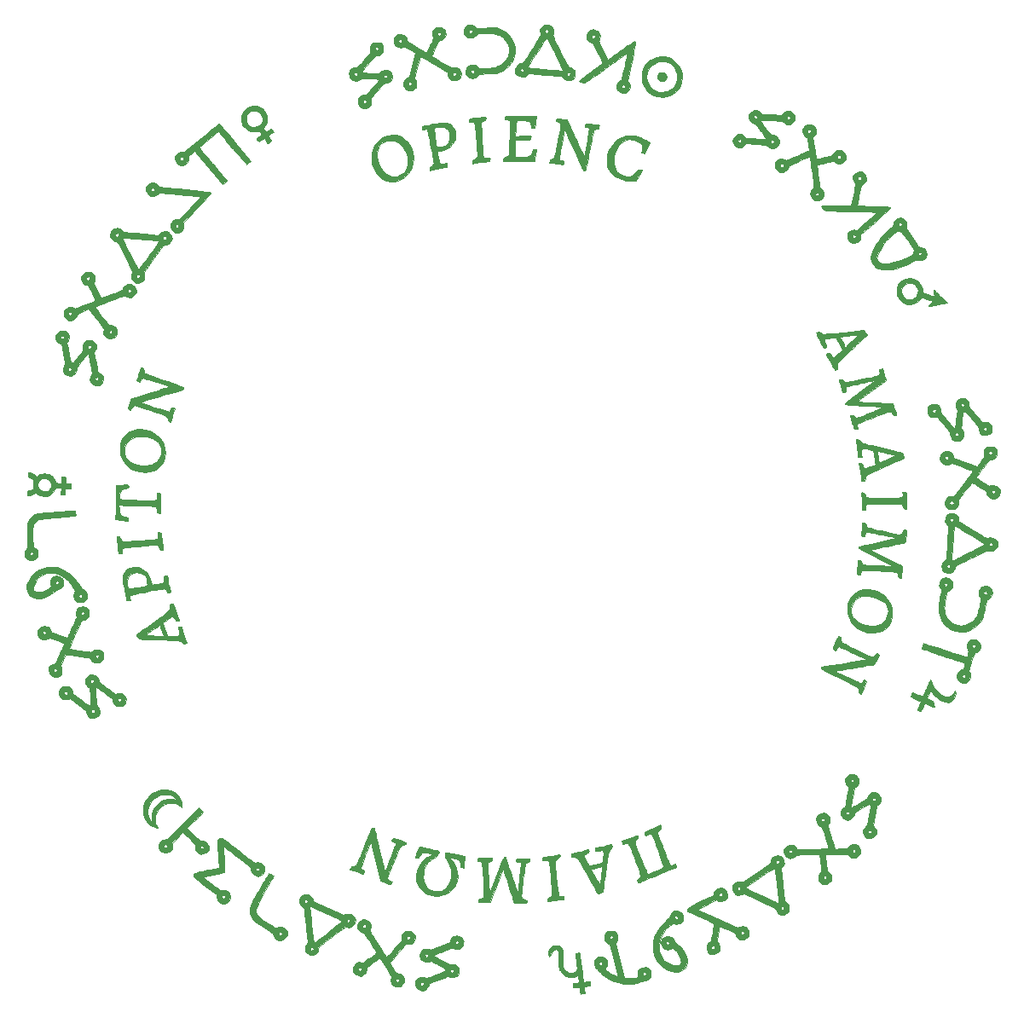
<source format=gbr>
G04 #@! TF.GenerationSoftware,KiCad,Pcbnew,(5.1.5)-3*
G04 #@! TF.CreationDate,2020-06-18T20:37:17+02:00*
G04 #@! TF.ProjectId,psithemius_top,70736974-6865-46d6-9975-735f746f702e,12*
G04 #@! TF.SameCoordinates,Original*
G04 #@! TF.FileFunction,Copper,L1,Top*
G04 #@! TF.FilePolarity,Positive*
%FSLAX46Y46*%
G04 Gerber Fmt 4.6, Leading zero omitted, Abs format (unit mm)*
G04 Created by KiCad (PCBNEW (5.1.5)-3) date 2020-06-18 20:37:17*
%MOMM*%
%LPD*%
G04 APERTURE LIST*
%ADD10C,0.010000*%
G04 APERTURE END LIST*
D10*
G36*
X116816396Y-58234373D02*
G01*
X116935250Y-58333387D01*
X117036425Y-58500241D01*
X117055446Y-58675024D01*
X116992780Y-58847178D01*
X116907733Y-58953400D01*
X116744482Y-59067756D01*
X116567728Y-59098598D01*
X116378865Y-59045691D01*
X116374333Y-59043458D01*
X116288091Y-58971920D01*
X116205857Y-58859882D01*
X116188955Y-58828281D01*
X116138739Y-58649004D01*
X116158769Y-58485535D01*
X116234868Y-58347276D01*
X116352858Y-58243628D01*
X116498561Y-58183994D01*
X116657800Y-58177775D01*
X116816396Y-58234373D01*
G37*
X116816396Y-58234373D02*
X116935250Y-58333387D01*
X117036425Y-58500241D01*
X117055446Y-58675024D01*
X116992780Y-58847178D01*
X116907733Y-58953400D01*
X116744482Y-59067756D01*
X116567728Y-59098598D01*
X116378865Y-59045691D01*
X116374333Y-59043458D01*
X116288091Y-58971920D01*
X116205857Y-58859882D01*
X116188955Y-58828281D01*
X116138739Y-58649004D01*
X116158769Y-58485535D01*
X116234868Y-58347276D01*
X116352858Y-58243628D01*
X116498561Y-58183994D01*
X116657800Y-58177775D01*
X116816396Y-58234373D01*
G36*
X97756619Y-53479311D02*
G01*
X97901063Y-53525773D01*
X98039537Y-53621087D01*
X98115066Y-53689127D01*
X98249633Y-53816427D01*
X99068184Y-53773560D01*
X99400739Y-53759261D01*
X99692777Y-53752895D01*
X99931085Y-53754520D01*
X100102451Y-53764194D01*
X100140118Y-53768866D01*
X100488991Y-53862147D01*
X100836636Y-54033940D01*
X101172736Y-54278580D01*
X101328238Y-54421504D01*
X101600441Y-54730328D01*
X101797410Y-55050969D01*
X101928361Y-55401258D01*
X101989835Y-55701223D01*
X102014606Y-56143939D01*
X101958794Y-56564961D01*
X101824705Y-56958640D01*
X101614648Y-57319326D01*
X101330930Y-57641371D01*
X101127002Y-57813172D01*
X100931990Y-57952559D01*
X100748611Y-58062818D01*
X100562057Y-58148160D01*
X100357518Y-58212796D01*
X100120183Y-58260939D01*
X99835245Y-58296799D01*
X99487893Y-58324587D01*
X99285592Y-58336803D01*
X98460031Y-58383038D01*
X98330876Y-58530136D01*
X98237612Y-58627551D01*
X98155899Y-58698471D01*
X98133444Y-58713035D01*
X97968226Y-58764397D01*
X97770129Y-58776222D01*
X97582112Y-58746620D01*
X97557167Y-58738394D01*
X97352212Y-58625367D01*
X97210976Y-58462424D01*
X97137861Y-58260064D01*
X97137403Y-58081118D01*
X97631878Y-58081118D01*
X97633965Y-58187263D01*
X97671467Y-58242200D01*
X97769136Y-58290281D01*
X97872245Y-58262220D01*
X97935849Y-58198795D01*
X97974933Y-58129827D01*
X97964333Y-58075353D01*
X97897523Y-58000280D01*
X97824375Y-57933166D01*
X97776076Y-57922420D01*
X97718783Y-57963383D01*
X97706940Y-57974046D01*
X97631878Y-58081118D01*
X97137403Y-58081118D01*
X97137268Y-58028789D01*
X97184481Y-57849558D01*
X97289524Y-57650890D01*
X97435730Y-57522191D01*
X97632338Y-57457271D01*
X97786433Y-57446333D01*
X98007832Y-57477123D01*
X98202277Y-57562007D01*
X98347471Y-57689755D01*
X98385537Y-57748031D01*
X98407836Y-57782669D01*
X98440458Y-57805937D01*
X98497423Y-57819118D01*
X98592752Y-57823495D01*
X98740463Y-57820351D01*
X98954577Y-57810969D01*
X99032178Y-57807212D01*
X99456133Y-57778122D01*
X99809391Y-57733087D01*
X100105146Y-57667602D01*
X100356592Y-57577161D01*
X100576922Y-57457258D01*
X100779329Y-57303387D01*
X100931643Y-57158544D01*
X101160439Y-56874835D01*
X101312542Y-56567530D01*
X101392699Y-56224741D01*
X101408537Y-55964667D01*
X101405922Y-55778371D01*
X101392051Y-55644644D01*
X101359677Y-55531484D01*
X101301553Y-55406887D01*
X101267959Y-55343890D01*
X101164035Y-55178466D01*
X101027397Y-54995178D01*
X100887546Y-54833588D01*
X100886959Y-54832975D01*
X100744248Y-54693783D01*
X100614395Y-54596656D01*
X100463106Y-54519404D01*
X100308833Y-54458918D01*
X100192621Y-54417155D01*
X100093759Y-54386078D01*
X99997137Y-54364193D01*
X99887643Y-54350008D01*
X99750165Y-54342030D01*
X99569591Y-54338767D01*
X99330810Y-54338725D01*
X99104169Y-54339910D01*
X98796278Y-54342944D01*
X98564250Y-54348351D01*
X98399302Y-54356727D01*
X98292649Y-54368668D01*
X98235506Y-54384770D01*
X98219882Y-54399854D01*
X98181729Y-54462471D01*
X98106626Y-54556870D01*
X98067254Y-54601310D01*
X97965456Y-54695779D01*
X97858966Y-54745496D01*
X97712527Y-54769076D01*
X97477916Y-54763152D01*
X97267248Y-54704410D01*
X97100878Y-54600521D01*
X97024574Y-54509880D01*
X96965360Y-54349573D01*
X96944470Y-54148485D01*
X96944645Y-54146463D01*
X97424484Y-54146463D01*
X97470257Y-54226522D01*
X97565803Y-54301658D01*
X97649716Y-54294483D01*
X97732189Y-54205091D01*
X97777290Y-54124128D01*
X97768175Y-54068099D01*
X97711410Y-54004595D01*
X97631428Y-53943854D01*
X97564619Y-53948334D01*
X97548824Y-53957250D01*
X97444441Y-54050683D01*
X97424484Y-54146463D01*
X96944645Y-54146463D01*
X96962407Y-53941582D01*
X97014028Y-53775316D01*
X97134897Y-53608789D01*
X97309719Y-53506498D01*
X97540008Y-53467604D01*
X97570533Y-53467158D01*
X97756619Y-53479311D01*
G37*
X97756619Y-53479311D02*
X97901063Y-53525773D01*
X98039537Y-53621087D01*
X98115066Y-53689127D01*
X98249633Y-53816427D01*
X99068184Y-53773560D01*
X99400739Y-53759261D01*
X99692777Y-53752895D01*
X99931085Y-53754520D01*
X100102451Y-53764194D01*
X100140118Y-53768866D01*
X100488991Y-53862147D01*
X100836636Y-54033940D01*
X101172736Y-54278580D01*
X101328238Y-54421504D01*
X101600441Y-54730328D01*
X101797410Y-55050969D01*
X101928361Y-55401258D01*
X101989835Y-55701223D01*
X102014606Y-56143939D01*
X101958794Y-56564961D01*
X101824705Y-56958640D01*
X101614648Y-57319326D01*
X101330930Y-57641371D01*
X101127002Y-57813172D01*
X100931990Y-57952559D01*
X100748611Y-58062818D01*
X100562057Y-58148160D01*
X100357518Y-58212796D01*
X100120183Y-58260939D01*
X99835245Y-58296799D01*
X99487893Y-58324587D01*
X99285592Y-58336803D01*
X98460031Y-58383038D01*
X98330876Y-58530136D01*
X98237612Y-58627551D01*
X98155899Y-58698471D01*
X98133444Y-58713035D01*
X97968226Y-58764397D01*
X97770129Y-58776222D01*
X97582112Y-58746620D01*
X97557167Y-58738394D01*
X97352212Y-58625367D01*
X97210976Y-58462424D01*
X97137861Y-58260064D01*
X97137403Y-58081118D01*
X97631878Y-58081118D01*
X97633965Y-58187263D01*
X97671467Y-58242200D01*
X97769136Y-58290281D01*
X97872245Y-58262220D01*
X97935849Y-58198795D01*
X97974933Y-58129827D01*
X97964333Y-58075353D01*
X97897523Y-58000280D01*
X97824375Y-57933166D01*
X97776076Y-57922420D01*
X97718783Y-57963383D01*
X97706940Y-57974046D01*
X97631878Y-58081118D01*
X97137403Y-58081118D01*
X97137268Y-58028789D01*
X97184481Y-57849558D01*
X97289524Y-57650890D01*
X97435730Y-57522191D01*
X97632338Y-57457271D01*
X97786433Y-57446333D01*
X98007832Y-57477123D01*
X98202277Y-57562007D01*
X98347471Y-57689755D01*
X98385537Y-57748031D01*
X98407836Y-57782669D01*
X98440458Y-57805937D01*
X98497423Y-57819118D01*
X98592752Y-57823495D01*
X98740463Y-57820351D01*
X98954577Y-57810969D01*
X99032178Y-57807212D01*
X99456133Y-57778122D01*
X99809391Y-57733087D01*
X100105146Y-57667602D01*
X100356592Y-57577161D01*
X100576922Y-57457258D01*
X100779329Y-57303387D01*
X100931643Y-57158544D01*
X101160439Y-56874835D01*
X101312542Y-56567530D01*
X101392699Y-56224741D01*
X101408537Y-55964667D01*
X101405922Y-55778371D01*
X101392051Y-55644644D01*
X101359677Y-55531484D01*
X101301553Y-55406887D01*
X101267959Y-55343890D01*
X101164035Y-55178466D01*
X101027397Y-54995178D01*
X100887546Y-54833588D01*
X100886959Y-54832975D01*
X100744248Y-54693783D01*
X100614395Y-54596656D01*
X100463106Y-54519404D01*
X100308833Y-54458918D01*
X100192621Y-54417155D01*
X100093759Y-54386078D01*
X99997137Y-54364193D01*
X99887643Y-54350008D01*
X99750165Y-54342030D01*
X99569591Y-54338767D01*
X99330810Y-54338725D01*
X99104169Y-54339910D01*
X98796278Y-54342944D01*
X98564250Y-54348351D01*
X98399302Y-54356727D01*
X98292649Y-54368668D01*
X98235506Y-54384770D01*
X98219882Y-54399854D01*
X98181729Y-54462471D01*
X98106626Y-54556870D01*
X98067254Y-54601310D01*
X97965456Y-54695779D01*
X97858966Y-54745496D01*
X97712527Y-54769076D01*
X97477916Y-54763152D01*
X97267248Y-54704410D01*
X97100878Y-54600521D01*
X97024574Y-54509880D01*
X96965360Y-54349573D01*
X96944470Y-54148485D01*
X96944645Y-54146463D01*
X97424484Y-54146463D01*
X97470257Y-54226522D01*
X97565803Y-54301658D01*
X97649716Y-54294483D01*
X97732189Y-54205091D01*
X97777290Y-54124128D01*
X97768175Y-54068099D01*
X97711410Y-54004595D01*
X97631428Y-53943854D01*
X97564619Y-53948334D01*
X97548824Y-53957250D01*
X97444441Y-54050683D01*
X97424484Y-54146463D01*
X96944645Y-54146463D01*
X96962407Y-53941582D01*
X97014028Y-53775316D01*
X97134897Y-53608789D01*
X97309719Y-53506498D01*
X97540008Y-53467604D01*
X97570533Y-53467158D01*
X97756619Y-53479311D01*
G36*
X105304083Y-53459863D02*
G01*
X105514956Y-53551709D01*
X105673048Y-53677754D01*
X105772268Y-53789081D01*
X105820077Y-53885558D01*
X105833270Y-54002498D01*
X105833333Y-54014773D01*
X105821911Y-54178132D01*
X105793902Y-54347435D01*
X105788782Y-54369004D01*
X105778409Y-54414186D01*
X105773557Y-54458647D01*
X105777408Y-54510032D01*
X105793144Y-54575989D01*
X105823948Y-54664163D01*
X105873002Y-54782201D01*
X105943490Y-54937750D01*
X106038595Y-55138456D01*
X106161498Y-55391966D01*
X106315382Y-55705926D01*
X106503431Y-56087982D01*
X106508845Y-56098973D01*
X106698346Y-56483330D01*
X106854603Y-56798638D01*
X106981604Y-57051890D01*
X107083335Y-57250078D01*
X107163783Y-57400194D01*
X107226936Y-57509232D01*
X107276781Y-57584184D01*
X107317305Y-57632042D01*
X107352495Y-57659798D01*
X107386339Y-57674446D01*
X107410646Y-57680492D01*
X107603963Y-57745823D01*
X107778031Y-57847928D01*
X107903492Y-57968658D01*
X107922063Y-57996605D01*
X107982338Y-58174530D01*
X107984504Y-58381189D01*
X107935093Y-58590633D01*
X107840635Y-58776916D01*
X107707662Y-58914089D01*
X107687878Y-58926967D01*
X107511527Y-58993777D01*
X107305426Y-59012058D01*
X107106372Y-58981498D01*
X106994125Y-58932847D01*
X106881768Y-58847533D01*
X106765540Y-58734953D01*
X106740125Y-58706001D01*
X106616500Y-58558658D01*
X104986667Y-58430643D01*
X104339305Y-58379796D01*
X107161151Y-58379796D01*
X107206924Y-58459855D01*
X107277312Y-58527668D01*
X107332604Y-58536329D01*
X107401248Y-58483459D01*
X107442982Y-58440121D01*
X107543390Y-58333242D01*
X107449773Y-58239625D01*
X107369293Y-58177871D01*
X107302881Y-58180908D01*
X107285491Y-58190583D01*
X107181108Y-58284016D01*
X107161151Y-58379796D01*
X104339305Y-58379796D01*
X103356833Y-58302628D01*
X103229833Y-58419734D01*
X103078132Y-58541934D01*
X102936660Y-58607258D01*
X102770071Y-58630179D01*
X102714033Y-58630970D01*
X102481534Y-58596129D01*
X102285850Y-58500863D01*
X102138695Y-58356523D01*
X102051783Y-58174462D01*
X102035989Y-57973799D01*
X102045105Y-57933822D01*
X102544396Y-57933822D01*
X102545638Y-58011589D01*
X102601394Y-58088583D01*
X102694576Y-58157379D01*
X102779718Y-58142716D01*
X102846516Y-58071795D01*
X102885600Y-58002827D01*
X102875000Y-57948353D01*
X102808189Y-57873280D01*
X102735042Y-57806166D01*
X102686742Y-57795420D01*
X102629450Y-57836383D01*
X102617606Y-57847046D01*
X102544396Y-57933822D01*
X102045105Y-57933822D01*
X102092752Y-57724884D01*
X102156213Y-57611842D01*
X103304605Y-57611842D01*
X103315625Y-57664460D01*
X103333850Y-57698779D01*
X103361445Y-57716585D01*
X103425973Y-57734577D01*
X103534120Y-57753530D01*
X103692570Y-57774221D01*
X103908007Y-57797428D01*
X104187117Y-57823926D01*
X104536583Y-57854493D01*
X104963090Y-57889904D01*
X105015912Y-57894203D01*
X105380539Y-57923901D01*
X105718738Y-57951588D01*
X106021209Y-57976494D01*
X106278655Y-57997845D01*
X106481777Y-58014870D01*
X106621278Y-58026797D01*
X106687861Y-58032854D01*
X106691912Y-58033340D01*
X106733831Y-58005443D01*
X106748517Y-57977691D01*
X106736919Y-57923617D01*
X106691083Y-57804991D01*
X106615827Y-57631492D01*
X106515969Y-57412798D01*
X106396329Y-57158586D01*
X106261723Y-56878534D01*
X106116970Y-56582321D01*
X105966889Y-56279624D01*
X105816297Y-55980122D01*
X105670013Y-55693493D01*
X105532854Y-55429414D01*
X105409640Y-55197564D01*
X105305187Y-55007621D01*
X105224316Y-54869262D01*
X105171842Y-54792166D01*
X105156219Y-54779333D01*
X105112981Y-54815700D01*
X105027654Y-54924130D01*
X104900922Y-55103620D01*
X104733468Y-55353166D01*
X104525976Y-55671762D01*
X104279131Y-56058406D01*
X104200299Y-56183092D01*
X104004657Y-56493363D01*
X103823495Y-56781112D01*
X103661723Y-57038508D01*
X103524252Y-57257718D01*
X103415990Y-57430909D01*
X103341850Y-57550249D01*
X103306740Y-57607906D01*
X103304605Y-57611842D01*
X102156213Y-57611842D01*
X102203062Y-57528393D01*
X102359495Y-57392409D01*
X102554629Y-57325015D01*
X102637167Y-57319072D01*
X102806500Y-57318495D01*
X103269746Y-56588664D01*
X103449173Y-56305630D01*
X103649459Y-55989117D01*
X103852629Y-55667563D01*
X104040710Y-55369407D01*
X104152157Y-55192406D01*
X104571323Y-54525978D01*
X104517592Y-54316332D01*
X104492700Y-54066429D01*
X104497128Y-54048513D01*
X104999886Y-54048513D01*
X105001719Y-54153251D01*
X105055495Y-54234888D01*
X105143033Y-54282360D01*
X105242912Y-54246965D01*
X105319873Y-54172080D01*
X105343900Y-54115705D01*
X105312883Y-54046949D01*
X105274058Y-53998950D01*
X105204398Y-53927124D01*
X105153027Y-53914053D01*
X105085933Y-53951915D01*
X105081917Y-53954749D01*
X104999886Y-54048513D01*
X104497128Y-54048513D01*
X104549470Y-53836742D01*
X104686492Y-53632492D01*
X104708165Y-53610035D01*
X104885279Y-53487945D01*
X105089055Y-53438248D01*
X105304083Y-53459863D01*
G37*
X105304083Y-53459863D02*
X105514956Y-53551709D01*
X105673048Y-53677754D01*
X105772268Y-53789081D01*
X105820077Y-53885558D01*
X105833270Y-54002498D01*
X105833333Y-54014773D01*
X105821911Y-54178132D01*
X105793902Y-54347435D01*
X105788782Y-54369004D01*
X105778409Y-54414186D01*
X105773557Y-54458647D01*
X105777408Y-54510032D01*
X105793144Y-54575989D01*
X105823948Y-54664163D01*
X105873002Y-54782201D01*
X105943490Y-54937750D01*
X106038595Y-55138456D01*
X106161498Y-55391966D01*
X106315382Y-55705926D01*
X106503431Y-56087982D01*
X106508845Y-56098973D01*
X106698346Y-56483330D01*
X106854603Y-56798638D01*
X106981604Y-57051890D01*
X107083335Y-57250078D01*
X107163783Y-57400194D01*
X107226936Y-57509232D01*
X107276781Y-57584184D01*
X107317305Y-57632042D01*
X107352495Y-57659798D01*
X107386339Y-57674446D01*
X107410646Y-57680492D01*
X107603963Y-57745823D01*
X107778031Y-57847928D01*
X107903492Y-57968658D01*
X107922063Y-57996605D01*
X107982338Y-58174530D01*
X107984504Y-58381189D01*
X107935093Y-58590633D01*
X107840635Y-58776916D01*
X107707662Y-58914089D01*
X107687878Y-58926967D01*
X107511527Y-58993777D01*
X107305426Y-59012058D01*
X107106372Y-58981498D01*
X106994125Y-58932847D01*
X106881768Y-58847533D01*
X106765540Y-58734953D01*
X106740125Y-58706001D01*
X106616500Y-58558658D01*
X104986667Y-58430643D01*
X104339305Y-58379796D01*
X107161151Y-58379796D01*
X107206924Y-58459855D01*
X107277312Y-58527668D01*
X107332604Y-58536329D01*
X107401248Y-58483459D01*
X107442982Y-58440121D01*
X107543390Y-58333242D01*
X107449773Y-58239625D01*
X107369293Y-58177871D01*
X107302881Y-58180908D01*
X107285491Y-58190583D01*
X107181108Y-58284016D01*
X107161151Y-58379796D01*
X104339305Y-58379796D01*
X103356833Y-58302628D01*
X103229833Y-58419734D01*
X103078132Y-58541934D01*
X102936660Y-58607258D01*
X102770071Y-58630179D01*
X102714033Y-58630970D01*
X102481534Y-58596129D01*
X102285850Y-58500863D01*
X102138695Y-58356523D01*
X102051783Y-58174462D01*
X102035989Y-57973799D01*
X102045105Y-57933822D01*
X102544396Y-57933822D01*
X102545638Y-58011589D01*
X102601394Y-58088583D01*
X102694576Y-58157379D01*
X102779718Y-58142716D01*
X102846516Y-58071795D01*
X102885600Y-58002827D01*
X102875000Y-57948353D01*
X102808189Y-57873280D01*
X102735042Y-57806166D01*
X102686742Y-57795420D01*
X102629450Y-57836383D01*
X102617606Y-57847046D01*
X102544396Y-57933822D01*
X102045105Y-57933822D01*
X102092752Y-57724884D01*
X102156213Y-57611842D01*
X103304605Y-57611842D01*
X103315625Y-57664460D01*
X103333850Y-57698779D01*
X103361445Y-57716585D01*
X103425973Y-57734577D01*
X103534120Y-57753530D01*
X103692570Y-57774221D01*
X103908007Y-57797428D01*
X104187117Y-57823926D01*
X104536583Y-57854493D01*
X104963090Y-57889904D01*
X105015912Y-57894203D01*
X105380539Y-57923901D01*
X105718738Y-57951588D01*
X106021209Y-57976494D01*
X106278655Y-57997845D01*
X106481777Y-58014870D01*
X106621278Y-58026797D01*
X106687861Y-58032854D01*
X106691912Y-58033340D01*
X106733831Y-58005443D01*
X106748517Y-57977691D01*
X106736919Y-57923617D01*
X106691083Y-57804991D01*
X106615827Y-57631492D01*
X106515969Y-57412798D01*
X106396329Y-57158586D01*
X106261723Y-56878534D01*
X106116970Y-56582321D01*
X105966889Y-56279624D01*
X105816297Y-55980122D01*
X105670013Y-55693493D01*
X105532854Y-55429414D01*
X105409640Y-55197564D01*
X105305187Y-55007621D01*
X105224316Y-54869262D01*
X105171842Y-54792166D01*
X105156219Y-54779333D01*
X105112981Y-54815700D01*
X105027654Y-54924130D01*
X104900922Y-55103620D01*
X104733468Y-55353166D01*
X104525976Y-55671762D01*
X104279131Y-56058406D01*
X104200299Y-56183092D01*
X104004657Y-56493363D01*
X103823495Y-56781112D01*
X103661723Y-57038508D01*
X103524252Y-57257718D01*
X103415990Y-57430909D01*
X103341850Y-57550249D01*
X103306740Y-57607906D01*
X103304605Y-57611842D01*
X102156213Y-57611842D01*
X102203062Y-57528393D01*
X102359495Y-57392409D01*
X102554629Y-57325015D01*
X102637167Y-57319072D01*
X102806500Y-57318495D01*
X103269746Y-56588664D01*
X103449173Y-56305630D01*
X103649459Y-55989117D01*
X103852629Y-55667563D01*
X104040710Y-55369407D01*
X104152157Y-55192406D01*
X104571323Y-54525978D01*
X104517592Y-54316332D01*
X104492700Y-54066429D01*
X104497128Y-54048513D01*
X104999886Y-54048513D01*
X105001719Y-54153251D01*
X105055495Y-54234888D01*
X105143033Y-54282360D01*
X105242912Y-54246965D01*
X105319873Y-54172080D01*
X105343900Y-54115705D01*
X105312883Y-54046949D01*
X105274058Y-53998950D01*
X105204398Y-53927124D01*
X105153027Y-53914053D01*
X105085933Y-53951915D01*
X105081917Y-53954749D01*
X104999886Y-54048513D01*
X104497128Y-54048513D01*
X104549470Y-53836742D01*
X104686492Y-53632492D01*
X104708165Y-53610035D01*
X104885279Y-53487945D01*
X105089055Y-53438248D01*
X105304083Y-53459863D01*
G36*
X94576058Y-53703223D02*
G01*
X94770400Y-53762077D01*
X94935853Y-53869278D01*
X95054984Y-54020174D01*
X95103484Y-54159413D01*
X95119465Y-54421734D01*
X95066317Y-54647821D01*
X94948659Y-54829293D01*
X94771115Y-54957769D01*
X94636553Y-55006238D01*
X94425273Y-55059835D01*
X94077624Y-55798001D01*
X93970179Y-56028594D01*
X93877122Y-56233024D01*
X93803872Y-56398992D01*
X93755846Y-56514200D01*
X93738464Y-56566350D01*
X93738570Y-56567469D01*
X93775726Y-56596869D01*
X93875926Y-56663506D01*
X94029483Y-56761279D01*
X94226706Y-56884089D01*
X94457905Y-57025837D01*
X94687998Y-57165144D01*
X95628830Y-57731517D01*
X95915665Y-57713001D01*
X96096543Y-57708171D01*
X96226025Y-57724716D01*
X96335686Y-57767141D01*
X96350667Y-57775082D01*
X96507898Y-57907013D01*
X96608129Y-58096285D01*
X96646654Y-58333652D01*
X96646934Y-58357160D01*
X96613538Y-58602994D01*
X96515811Y-58794819D01*
X96357696Y-58928695D01*
X96143137Y-59000684D01*
X95990833Y-59012535D01*
X95743673Y-58979171D01*
X95550417Y-58881008D01*
X95414119Y-58720944D01*
X95337829Y-58501873D01*
X95323577Y-58379458D01*
X95320068Y-58316758D01*
X95812288Y-58316758D01*
X95815971Y-58395377D01*
X95870394Y-58469583D01*
X95963597Y-58538385D01*
X96048751Y-58523710D01*
X96115433Y-58452914D01*
X96170532Y-58359622D01*
X96164135Y-58297892D01*
X96090452Y-58235526D01*
X96074415Y-58224896D01*
X95993618Y-58179997D01*
X95938061Y-58187119D01*
X95883915Y-58230481D01*
X95812288Y-58316758D01*
X95320068Y-58316758D01*
X95313500Y-58199440D01*
X93968030Y-57393884D01*
X93663107Y-57211947D01*
X93381703Y-57045245D01*
X93131890Y-56898470D01*
X92921738Y-56776310D01*
X92759319Y-56683456D01*
X92652705Y-56624597D01*
X92609966Y-56604422D01*
X92609574Y-56604581D01*
X92596218Y-56648313D01*
X92565159Y-56763357D01*
X92519208Y-56938881D01*
X92461176Y-57164052D01*
X92393875Y-57428039D01*
X92320114Y-57720008D01*
X92319739Y-57721500D01*
X92042890Y-58822167D01*
X92133028Y-58920827D01*
X92192417Y-59035986D01*
X92224648Y-59202595D01*
X92229664Y-59391895D01*
X92207408Y-59575123D01*
X92157824Y-59723520D01*
X92134693Y-59760979D01*
X91976878Y-59906022D01*
X91772044Y-59988438D01*
X91535035Y-60003397D01*
X91433060Y-59989119D01*
X91213560Y-59911061D01*
X91057118Y-59776912D01*
X90964876Y-59588325D01*
X90937976Y-59346958D01*
X90939026Y-59327382D01*
X91411664Y-59327382D01*
X91418785Y-59382939D01*
X91462148Y-59437085D01*
X91548424Y-59508711D01*
X91627044Y-59505028D01*
X91701250Y-59450605D01*
X91770051Y-59357403D01*
X91755377Y-59272249D01*
X91684580Y-59205567D01*
X91591289Y-59150468D01*
X91529559Y-59156864D01*
X91467192Y-59230548D01*
X91456563Y-59246585D01*
X91411664Y-59327382D01*
X90939026Y-59327382D01*
X90941744Y-59276744D01*
X90986901Y-59055893D01*
X91088213Y-58889789D01*
X91257645Y-58760957D01*
X91315555Y-58730815D01*
X91503500Y-58639463D01*
X92108754Y-56266813D01*
X91576547Y-55953884D01*
X91044339Y-55640954D01*
X90872194Y-55700263D01*
X90638093Y-55738655D01*
X90399422Y-55703515D01*
X90204851Y-55612021D01*
X90074333Y-55476726D01*
X89995056Y-55293294D01*
X89970485Y-55092352D01*
X90413709Y-55092352D01*
X90652117Y-55297422D01*
X90728558Y-55203021D01*
X90784912Y-55115032D01*
X90805000Y-55052210D01*
X90773394Y-54987973D01*
X90709750Y-54928416D01*
X90641990Y-54888822D01*
X90590884Y-54898579D01*
X90523602Y-54965789D01*
X90514104Y-54976691D01*
X90413709Y-55092352D01*
X89970485Y-55092352D01*
X89969299Y-55082659D01*
X89999341Y-54865756D01*
X90087460Y-54663520D01*
X90099593Y-54644851D01*
X90238458Y-54510637D01*
X90428646Y-54429799D01*
X90650361Y-54409772D01*
X90710479Y-54415411D01*
X90945717Y-54472843D01*
X91115474Y-54579394D01*
X91228625Y-54743690D01*
X91294048Y-54974360D01*
X91295660Y-54984223D01*
X91306200Y-55041411D01*
X91323644Y-55090053D01*
X91357378Y-55137448D01*
X91416790Y-55190890D01*
X91511266Y-55257675D01*
X91650193Y-55345101D01*
X91842958Y-55460464D01*
X92098946Y-55611059D01*
X92111787Y-55618596D01*
X92355365Y-55761596D01*
X92583872Y-55895812D01*
X92783758Y-56013281D01*
X92941476Y-56106039D01*
X93043474Y-56166123D01*
X93060072Y-56175928D01*
X93219644Y-56270333D01*
X93563408Y-55556583D01*
X93671612Y-55329453D01*
X93765534Y-55127579D01*
X93839447Y-54963663D01*
X93887625Y-54850405D01*
X93904340Y-54800503D01*
X93904340Y-54800500D01*
X93888755Y-54736437D01*
X93853508Y-54629576D01*
X93841637Y-54596922D01*
X93800068Y-54382611D01*
X94281518Y-54382611D01*
X94308153Y-54443941D01*
X94361391Y-54491829D01*
X94464570Y-54575379D01*
X94563108Y-54460822D01*
X94625612Y-54380766D01*
X94634786Y-54329207D01*
X94595143Y-54272814D01*
X94589428Y-54266466D01*
X94486446Y-54196022D01*
X94388520Y-54204655D01*
X94311956Y-54290562D01*
X94308698Y-54297473D01*
X94281518Y-54382611D01*
X93800068Y-54382611D01*
X93799307Y-54378688D01*
X93823856Y-54158862D01*
X93909943Y-53963173D01*
X93994004Y-53863274D01*
X94170428Y-53749169D01*
X94370257Y-53697370D01*
X94576058Y-53703223D01*
G37*
X94576058Y-53703223D02*
X94770400Y-53762077D01*
X94935853Y-53869278D01*
X95054984Y-54020174D01*
X95103484Y-54159413D01*
X95119465Y-54421734D01*
X95066317Y-54647821D01*
X94948659Y-54829293D01*
X94771115Y-54957769D01*
X94636553Y-55006238D01*
X94425273Y-55059835D01*
X94077624Y-55798001D01*
X93970179Y-56028594D01*
X93877122Y-56233024D01*
X93803872Y-56398992D01*
X93755846Y-56514200D01*
X93738464Y-56566350D01*
X93738570Y-56567469D01*
X93775726Y-56596869D01*
X93875926Y-56663506D01*
X94029483Y-56761279D01*
X94226706Y-56884089D01*
X94457905Y-57025837D01*
X94687998Y-57165144D01*
X95628830Y-57731517D01*
X95915665Y-57713001D01*
X96096543Y-57708171D01*
X96226025Y-57724716D01*
X96335686Y-57767141D01*
X96350667Y-57775082D01*
X96507898Y-57907013D01*
X96608129Y-58096285D01*
X96646654Y-58333652D01*
X96646934Y-58357160D01*
X96613538Y-58602994D01*
X96515811Y-58794819D01*
X96357696Y-58928695D01*
X96143137Y-59000684D01*
X95990833Y-59012535D01*
X95743673Y-58979171D01*
X95550417Y-58881008D01*
X95414119Y-58720944D01*
X95337829Y-58501873D01*
X95323577Y-58379458D01*
X95320068Y-58316758D01*
X95812288Y-58316758D01*
X95815971Y-58395377D01*
X95870394Y-58469583D01*
X95963597Y-58538385D01*
X96048751Y-58523710D01*
X96115433Y-58452914D01*
X96170532Y-58359622D01*
X96164135Y-58297892D01*
X96090452Y-58235526D01*
X96074415Y-58224896D01*
X95993618Y-58179997D01*
X95938061Y-58187119D01*
X95883915Y-58230481D01*
X95812288Y-58316758D01*
X95320068Y-58316758D01*
X95313500Y-58199440D01*
X93968030Y-57393884D01*
X93663107Y-57211947D01*
X93381703Y-57045245D01*
X93131890Y-56898470D01*
X92921738Y-56776310D01*
X92759319Y-56683456D01*
X92652705Y-56624597D01*
X92609966Y-56604422D01*
X92609574Y-56604581D01*
X92596218Y-56648313D01*
X92565159Y-56763357D01*
X92519208Y-56938881D01*
X92461176Y-57164052D01*
X92393875Y-57428039D01*
X92320114Y-57720008D01*
X92319739Y-57721500D01*
X92042890Y-58822167D01*
X92133028Y-58920827D01*
X92192417Y-59035986D01*
X92224648Y-59202595D01*
X92229664Y-59391895D01*
X92207408Y-59575123D01*
X92157824Y-59723520D01*
X92134693Y-59760979D01*
X91976878Y-59906022D01*
X91772044Y-59988438D01*
X91535035Y-60003397D01*
X91433060Y-59989119D01*
X91213560Y-59911061D01*
X91057118Y-59776912D01*
X90964876Y-59588325D01*
X90937976Y-59346958D01*
X90939026Y-59327382D01*
X91411664Y-59327382D01*
X91418785Y-59382939D01*
X91462148Y-59437085D01*
X91548424Y-59508711D01*
X91627044Y-59505028D01*
X91701250Y-59450605D01*
X91770051Y-59357403D01*
X91755377Y-59272249D01*
X91684580Y-59205567D01*
X91591289Y-59150468D01*
X91529559Y-59156864D01*
X91467192Y-59230548D01*
X91456563Y-59246585D01*
X91411664Y-59327382D01*
X90939026Y-59327382D01*
X90941744Y-59276744D01*
X90986901Y-59055893D01*
X91088213Y-58889789D01*
X91257645Y-58760957D01*
X91315555Y-58730815D01*
X91503500Y-58639463D01*
X92108754Y-56266813D01*
X91576547Y-55953884D01*
X91044339Y-55640954D01*
X90872194Y-55700263D01*
X90638093Y-55738655D01*
X90399422Y-55703515D01*
X90204851Y-55612021D01*
X90074333Y-55476726D01*
X89995056Y-55293294D01*
X89970485Y-55092352D01*
X90413709Y-55092352D01*
X90652117Y-55297422D01*
X90728558Y-55203021D01*
X90784912Y-55115032D01*
X90805000Y-55052210D01*
X90773394Y-54987973D01*
X90709750Y-54928416D01*
X90641990Y-54888822D01*
X90590884Y-54898579D01*
X90523602Y-54965789D01*
X90514104Y-54976691D01*
X90413709Y-55092352D01*
X89970485Y-55092352D01*
X89969299Y-55082659D01*
X89999341Y-54865756D01*
X90087460Y-54663520D01*
X90099593Y-54644851D01*
X90238458Y-54510637D01*
X90428646Y-54429799D01*
X90650361Y-54409772D01*
X90710479Y-54415411D01*
X90945717Y-54472843D01*
X91115474Y-54579394D01*
X91228625Y-54743690D01*
X91294048Y-54974360D01*
X91295660Y-54984223D01*
X91306200Y-55041411D01*
X91323644Y-55090053D01*
X91357378Y-55137448D01*
X91416790Y-55190890D01*
X91511266Y-55257675D01*
X91650193Y-55345101D01*
X91842958Y-55460464D01*
X92098946Y-55611059D01*
X92111787Y-55618596D01*
X92355365Y-55761596D01*
X92583872Y-55895812D01*
X92783758Y-56013281D01*
X92941476Y-56106039D01*
X93043474Y-56166123D01*
X93060072Y-56175928D01*
X93219644Y-56270333D01*
X93563408Y-55556583D01*
X93671612Y-55329453D01*
X93765534Y-55127579D01*
X93839447Y-54963663D01*
X93887625Y-54850405D01*
X93904340Y-54800503D01*
X93904340Y-54800500D01*
X93888755Y-54736437D01*
X93853508Y-54629576D01*
X93841637Y-54596922D01*
X93800068Y-54382611D01*
X94281518Y-54382611D01*
X94308153Y-54443941D01*
X94361391Y-54491829D01*
X94464570Y-54575379D01*
X94563108Y-54460822D01*
X94625612Y-54380766D01*
X94634786Y-54329207D01*
X94595143Y-54272814D01*
X94589428Y-54266466D01*
X94486446Y-54196022D01*
X94388520Y-54204655D01*
X94311956Y-54290562D01*
X94308698Y-54297473D01*
X94281518Y-54382611D01*
X93800068Y-54382611D01*
X93799307Y-54378688D01*
X93823856Y-54158862D01*
X93909943Y-53963173D01*
X93994004Y-53863274D01*
X94170428Y-53749169D01*
X94370257Y-53697370D01*
X94576058Y-53703223D01*
G36*
X109930733Y-53966687D02*
G01*
X110116118Y-54051634D01*
X110279516Y-54170597D01*
X110333001Y-54226224D01*
X110420782Y-54392072D01*
X110450264Y-54597363D01*
X110419682Y-54818513D01*
X110384865Y-54919299D01*
X110322063Y-55069604D01*
X110752115Y-56003968D01*
X110872794Y-56263248D01*
X110983182Y-56494890D01*
X111078068Y-56688403D01*
X111152241Y-56833294D01*
X111200487Y-56919069D01*
X111216230Y-56938333D01*
X111260386Y-56914539D01*
X111360153Y-56848839D01*
X111503136Y-56749761D01*
X111676937Y-56625832D01*
X111790897Y-56543061D01*
X112086204Y-56328492D01*
X112383784Y-56114743D01*
X112675323Y-55907569D01*
X112952504Y-55712726D01*
X113207015Y-55535968D01*
X113430540Y-55383049D01*
X113614764Y-55259724D01*
X113751374Y-55171747D01*
X113832055Y-55124873D01*
X113848979Y-55118648D01*
X113887444Y-55121232D01*
X113917554Y-55132451D01*
X113938403Y-55159193D01*
X113949082Y-55208345D01*
X113948685Y-55286795D01*
X113936303Y-55401430D01*
X113911029Y-55559138D01*
X113871956Y-55766806D01*
X113818176Y-56031321D01*
X113748782Y-56359571D01*
X113662866Y-56758443D01*
X113586555Y-57110322D01*
X113168936Y-59033833D01*
X113289356Y-59172193D01*
X113403931Y-59339555D01*
X113446897Y-59509572D01*
X113433271Y-59679695D01*
X113353828Y-59921176D01*
X113222057Y-60104446D01*
X113048381Y-60223666D01*
X112843223Y-60272996D01*
X112617005Y-60246596D01*
X112499082Y-60203094D01*
X112357483Y-60117132D01*
X112227691Y-60004816D01*
X112208279Y-59983104D01*
X112141653Y-59895328D01*
X112108737Y-59815158D01*
X112101550Y-59710211D01*
X112109361Y-59581694D01*
X112110762Y-59573286D01*
X112571421Y-59573286D01*
X112613950Y-59656926D01*
X112630234Y-59680580D01*
X112702815Y-59758231D01*
X112781274Y-59766318D01*
X112863450Y-59730844D01*
X112934740Y-59655337D01*
X112930322Y-59555214D01*
X112876693Y-59472654D01*
X112820773Y-59424225D01*
X112761538Y-59425203D01*
X112686193Y-59459824D01*
X112593039Y-59517302D01*
X112571421Y-59573286D01*
X112110762Y-59573286D01*
X112147248Y-59354323D01*
X112226362Y-59185445D01*
X112358351Y-59054222D01*
X112431130Y-59006061D01*
X112529118Y-58946844D01*
X112590702Y-58909000D01*
X112598991Y-58903630D01*
X112611043Y-58861778D01*
X112637893Y-58749609D01*
X112676951Y-58579055D01*
X112725628Y-58362050D01*
X112781334Y-58110526D01*
X112841478Y-57836415D01*
X112903472Y-57551652D01*
X112964724Y-57268168D01*
X113022646Y-56997896D01*
X113074647Y-56752770D01*
X113118137Y-56544722D01*
X113150528Y-56385684D01*
X113169228Y-56287591D01*
X113172535Y-56261000D01*
X113136727Y-56284688D01*
X113039978Y-56352014D01*
X112890223Y-56457370D01*
X112695391Y-56595149D01*
X112463416Y-56759744D01*
X112202230Y-56945547D01*
X111968792Y-57111961D01*
X111436863Y-57491258D01*
X110969319Y-57823983D01*
X110561839Y-58113043D01*
X110210102Y-58361345D01*
X109909789Y-58571793D01*
X109656579Y-58747296D01*
X109446151Y-58890759D01*
X109274186Y-59005088D01*
X109136361Y-59093191D01*
X109028358Y-59157972D01*
X108945856Y-59202339D01*
X108884534Y-59229198D01*
X108840071Y-59241455D01*
X108808148Y-59242017D01*
X108803630Y-59241153D01*
X108588849Y-59188905D01*
X108450231Y-59142460D01*
X108380169Y-59095337D01*
X108371054Y-59041057D01*
X108415279Y-58973141D01*
X108448343Y-58938583D01*
X108500453Y-58896312D01*
X108612606Y-58811599D01*
X108775810Y-58691024D01*
X108981076Y-58541169D01*
X109219415Y-58368612D01*
X109481836Y-58179935D01*
X109614310Y-58085149D01*
X109880648Y-57892986D01*
X110122695Y-57714694D01*
X110332306Y-57556561D01*
X110501339Y-57424876D01*
X110621649Y-57325929D01*
X110685092Y-57266007D01*
X110692884Y-57252255D01*
X110672164Y-57200438D01*
X110620463Y-57083072D01*
X110542816Y-56911238D01*
X110444256Y-56696010D01*
X110329818Y-56448468D01*
X110236000Y-56246987D01*
X110098184Y-55952588D01*
X109990524Y-55725865D01*
X109907536Y-55557695D01*
X109843735Y-55438953D01*
X109793635Y-55360517D01*
X109751754Y-55313262D01*
X109712605Y-55288065D01*
X109670704Y-55275802D01*
X109649981Y-55272153D01*
X109479220Y-55210070D01*
X109311763Y-55092853D01*
X109179995Y-54944883D01*
X109151679Y-54897011D01*
X109098038Y-54708343D01*
X109105294Y-54616139D01*
X109609012Y-54616139D01*
X109666821Y-54727467D01*
X109718210Y-54788477D01*
X109770945Y-54795693D01*
X109857321Y-54756966D01*
X109942446Y-54703039D01*
X109981699Y-54658636D01*
X109982000Y-54655936D01*
X109957693Y-54599695D01*
X109902306Y-54520962D01*
X109835085Y-54454836D01*
X109768084Y-54450838D01*
X109711806Y-54473031D01*
X109622666Y-54535486D01*
X109609012Y-54616139D01*
X109105294Y-54616139D01*
X109113730Y-54508947D01*
X109188075Y-54315780D01*
X109310394Y-54145801D01*
X109470008Y-54015966D01*
X109656237Y-53943235D01*
X109758390Y-53933596D01*
X109930733Y-53966687D01*
G37*
X109930733Y-53966687D02*
X110116118Y-54051634D01*
X110279516Y-54170597D01*
X110333001Y-54226224D01*
X110420782Y-54392072D01*
X110450264Y-54597363D01*
X110419682Y-54818513D01*
X110384865Y-54919299D01*
X110322063Y-55069604D01*
X110752115Y-56003968D01*
X110872794Y-56263248D01*
X110983182Y-56494890D01*
X111078068Y-56688403D01*
X111152241Y-56833294D01*
X111200487Y-56919069D01*
X111216230Y-56938333D01*
X111260386Y-56914539D01*
X111360153Y-56848839D01*
X111503136Y-56749761D01*
X111676937Y-56625832D01*
X111790897Y-56543061D01*
X112086204Y-56328492D01*
X112383784Y-56114743D01*
X112675323Y-55907569D01*
X112952504Y-55712726D01*
X113207015Y-55535968D01*
X113430540Y-55383049D01*
X113614764Y-55259724D01*
X113751374Y-55171747D01*
X113832055Y-55124873D01*
X113848979Y-55118648D01*
X113887444Y-55121232D01*
X113917554Y-55132451D01*
X113938403Y-55159193D01*
X113949082Y-55208345D01*
X113948685Y-55286795D01*
X113936303Y-55401430D01*
X113911029Y-55559138D01*
X113871956Y-55766806D01*
X113818176Y-56031321D01*
X113748782Y-56359571D01*
X113662866Y-56758443D01*
X113586555Y-57110322D01*
X113168936Y-59033833D01*
X113289356Y-59172193D01*
X113403931Y-59339555D01*
X113446897Y-59509572D01*
X113433271Y-59679695D01*
X113353828Y-59921176D01*
X113222057Y-60104446D01*
X113048381Y-60223666D01*
X112843223Y-60272996D01*
X112617005Y-60246596D01*
X112499082Y-60203094D01*
X112357483Y-60117132D01*
X112227691Y-60004816D01*
X112208279Y-59983104D01*
X112141653Y-59895328D01*
X112108737Y-59815158D01*
X112101550Y-59710211D01*
X112109361Y-59581694D01*
X112110762Y-59573286D01*
X112571421Y-59573286D01*
X112613950Y-59656926D01*
X112630234Y-59680580D01*
X112702815Y-59758231D01*
X112781274Y-59766318D01*
X112863450Y-59730844D01*
X112934740Y-59655337D01*
X112930322Y-59555214D01*
X112876693Y-59472654D01*
X112820773Y-59424225D01*
X112761538Y-59425203D01*
X112686193Y-59459824D01*
X112593039Y-59517302D01*
X112571421Y-59573286D01*
X112110762Y-59573286D01*
X112147248Y-59354323D01*
X112226362Y-59185445D01*
X112358351Y-59054222D01*
X112431130Y-59006061D01*
X112529118Y-58946844D01*
X112590702Y-58909000D01*
X112598991Y-58903630D01*
X112611043Y-58861778D01*
X112637893Y-58749609D01*
X112676951Y-58579055D01*
X112725628Y-58362050D01*
X112781334Y-58110526D01*
X112841478Y-57836415D01*
X112903472Y-57551652D01*
X112964724Y-57268168D01*
X113022646Y-56997896D01*
X113074647Y-56752770D01*
X113118137Y-56544722D01*
X113150528Y-56385684D01*
X113169228Y-56287591D01*
X113172535Y-56261000D01*
X113136727Y-56284688D01*
X113039978Y-56352014D01*
X112890223Y-56457370D01*
X112695391Y-56595149D01*
X112463416Y-56759744D01*
X112202230Y-56945547D01*
X111968792Y-57111961D01*
X111436863Y-57491258D01*
X110969319Y-57823983D01*
X110561839Y-58113043D01*
X110210102Y-58361345D01*
X109909789Y-58571793D01*
X109656579Y-58747296D01*
X109446151Y-58890759D01*
X109274186Y-59005088D01*
X109136361Y-59093191D01*
X109028358Y-59157972D01*
X108945856Y-59202339D01*
X108884534Y-59229198D01*
X108840071Y-59241455D01*
X108808148Y-59242017D01*
X108803630Y-59241153D01*
X108588849Y-59188905D01*
X108450231Y-59142460D01*
X108380169Y-59095337D01*
X108371054Y-59041057D01*
X108415279Y-58973141D01*
X108448343Y-58938583D01*
X108500453Y-58896312D01*
X108612606Y-58811599D01*
X108775810Y-58691024D01*
X108981076Y-58541169D01*
X109219415Y-58368612D01*
X109481836Y-58179935D01*
X109614310Y-58085149D01*
X109880648Y-57892986D01*
X110122695Y-57714694D01*
X110332306Y-57556561D01*
X110501339Y-57424876D01*
X110621649Y-57325929D01*
X110685092Y-57266007D01*
X110692884Y-57252255D01*
X110672164Y-57200438D01*
X110620463Y-57083072D01*
X110542816Y-56911238D01*
X110444256Y-56696010D01*
X110329818Y-56448468D01*
X110236000Y-56246987D01*
X110098184Y-55952588D01*
X109990524Y-55725865D01*
X109907536Y-55557695D01*
X109843735Y-55438953D01*
X109793635Y-55360517D01*
X109751754Y-55313262D01*
X109712605Y-55288065D01*
X109670704Y-55275802D01*
X109649981Y-55272153D01*
X109479220Y-55210070D01*
X109311763Y-55092853D01*
X109179995Y-54944883D01*
X109151679Y-54897011D01*
X109098038Y-54708343D01*
X109105294Y-54616139D01*
X109609012Y-54616139D01*
X109666821Y-54727467D01*
X109718210Y-54788477D01*
X109770945Y-54795693D01*
X109857321Y-54756966D01*
X109942446Y-54703039D01*
X109981699Y-54658636D01*
X109982000Y-54655936D01*
X109957693Y-54599695D01*
X109902306Y-54520962D01*
X109835085Y-54454836D01*
X109768084Y-54450838D01*
X109711806Y-54473031D01*
X109622666Y-54535486D01*
X109609012Y-54616139D01*
X109105294Y-54616139D01*
X109113730Y-54508947D01*
X109188075Y-54315780D01*
X109310394Y-54145801D01*
X109470008Y-54015966D01*
X109656237Y-53943235D01*
X109758390Y-53933596D01*
X109930733Y-53966687D01*
G36*
X116862052Y-56641880D02*
G01*
X117227218Y-56723284D01*
X117567784Y-56869380D01*
X117875017Y-57075556D01*
X118140182Y-57337205D01*
X118354547Y-57649717D01*
X118509376Y-58008483D01*
X118588623Y-58353051D01*
X118606876Y-58753694D01*
X118548869Y-59134175D01*
X118421969Y-59487568D01*
X118233542Y-59806947D01*
X117990955Y-60085384D01*
X117701574Y-60315953D01*
X117372765Y-60491728D01*
X117011894Y-60605780D01*
X116626329Y-60651185D01*
X116223435Y-60621014D01*
X116184263Y-60613915D01*
X115808940Y-60501149D01*
X115470661Y-60318232D01*
X115176910Y-60074353D01*
X114935169Y-59778701D01*
X114752922Y-59440464D01*
X114637652Y-59068829D01*
X114596841Y-58672985D01*
X114596836Y-58664752D01*
X114599743Y-58631667D01*
X115083363Y-58631667D01*
X115087227Y-58824771D01*
X115103879Y-58967877D01*
X115140538Y-59095469D01*
X115204419Y-59242030D01*
X115216256Y-59266667D01*
X115410171Y-59585535D01*
X115651030Y-59834892D01*
X115942060Y-60017735D01*
X116092074Y-60079763D01*
X116348619Y-60137984D01*
X116638083Y-60150283D01*
X116928026Y-60118539D01*
X117186008Y-60044629D01*
X117256569Y-60012351D01*
X117567721Y-59809922D01*
X117813323Y-59560772D01*
X117990371Y-59274310D01*
X118095861Y-58959947D01*
X118126787Y-58627091D01*
X118080146Y-58285152D01*
X117952933Y-57943539D01*
X117930851Y-57900640D01*
X117733266Y-57613050D01*
X117475759Y-57383633D01*
X117226080Y-57240388D01*
X117096449Y-57185343D01*
X116976120Y-57151770D01*
X116836401Y-57134667D01*
X116648600Y-57129036D01*
X116586000Y-57128833D01*
X116386020Y-57131642D01*
X116242967Y-57143528D01*
X116129188Y-57169679D01*
X116017033Y-57215285D01*
X115951000Y-57247988D01*
X115663606Y-57436367D01*
X115416577Y-57679901D01*
X115229849Y-57958199D01*
X115202909Y-58013160D01*
X115140012Y-58163788D01*
X115103600Y-58299071D01*
X115086967Y-58453716D01*
X115083363Y-58631667D01*
X114599743Y-58631667D01*
X114634511Y-58236092D01*
X114744341Y-57846309D01*
X114923451Y-57500151D01*
X115168968Y-57202366D01*
X115478016Y-56957701D01*
X115706299Y-56831907D01*
X116092859Y-56691582D01*
X116481022Y-56629776D01*
X116862052Y-56641880D01*
G37*
X116862052Y-56641880D02*
X117227218Y-56723284D01*
X117567784Y-56869380D01*
X117875017Y-57075556D01*
X118140182Y-57337205D01*
X118354547Y-57649717D01*
X118509376Y-58008483D01*
X118588623Y-58353051D01*
X118606876Y-58753694D01*
X118548869Y-59134175D01*
X118421969Y-59487568D01*
X118233542Y-59806947D01*
X117990955Y-60085384D01*
X117701574Y-60315953D01*
X117372765Y-60491728D01*
X117011894Y-60605780D01*
X116626329Y-60651185D01*
X116223435Y-60621014D01*
X116184263Y-60613915D01*
X115808940Y-60501149D01*
X115470661Y-60318232D01*
X115176910Y-60074353D01*
X114935169Y-59778701D01*
X114752922Y-59440464D01*
X114637652Y-59068829D01*
X114596841Y-58672985D01*
X114596836Y-58664752D01*
X114599743Y-58631667D01*
X115083363Y-58631667D01*
X115087227Y-58824771D01*
X115103879Y-58967877D01*
X115140538Y-59095469D01*
X115204419Y-59242030D01*
X115216256Y-59266667D01*
X115410171Y-59585535D01*
X115651030Y-59834892D01*
X115942060Y-60017735D01*
X116092074Y-60079763D01*
X116348619Y-60137984D01*
X116638083Y-60150283D01*
X116928026Y-60118539D01*
X117186008Y-60044629D01*
X117256569Y-60012351D01*
X117567721Y-59809922D01*
X117813323Y-59560772D01*
X117990371Y-59274310D01*
X118095861Y-58959947D01*
X118126787Y-58627091D01*
X118080146Y-58285152D01*
X117952933Y-57943539D01*
X117930851Y-57900640D01*
X117733266Y-57613050D01*
X117475759Y-57383633D01*
X117226080Y-57240388D01*
X117096449Y-57185343D01*
X116976120Y-57151770D01*
X116836401Y-57134667D01*
X116648600Y-57129036D01*
X116586000Y-57128833D01*
X116386020Y-57131642D01*
X116242967Y-57143528D01*
X116129188Y-57169679D01*
X116017033Y-57215285D01*
X115951000Y-57247988D01*
X115663606Y-57436367D01*
X115416577Y-57679901D01*
X115229849Y-57958199D01*
X115202909Y-58013160D01*
X115140012Y-58163788D01*
X115103600Y-58299071D01*
X115086967Y-58453716D01*
X115083363Y-58631667D01*
X114599743Y-58631667D01*
X114634511Y-58236092D01*
X114744341Y-57846309D01*
X114923451Y-57500151D01*
X115168968Y-57202366D01*
X115478016Y-56957701D01*
X115706299Y-56831907D01*
X116092859Y-56691582D01*
X116481022Y-56629776D01*
X116862052Y-56641880D01*
G36*
X88567423Y-55244331D02*
G01*
X88686674Y-55294323D01*
X88807738Y-55412882D01*
X88892432Y-55585470D01*
X88936784Y-55787895D01*
X88936825Y-55995967D01*
X88888582Y-56185491D01*
X88845920Y-56264547D01*
X88722561Y-56386573D01*
X88547112Y-56485225D01*
X88351806Y-56544746D01*
X88251683Y-56555031D01*
X88118563Y-56599250D01*
X88026933Y-56682832D01*
X87965365Y-56753651D01*
X87857951Y-56874772D01*
X87715759Y-57033812D01*
X87549858Y-57218392D01*
X87374075Y-57413082D01*
X87158586Y-57655725D01*
X86999762Y-57846071D01*
X86893413Y-57990687D01*
X86835351Y-58096141D01*
X86821384Y-58169002D01*
X86847324Y-58215836D01*
X86857437Y-58222972D01*
X86907793Y-58230603D01*
X87029211Y-58240218D01*
X87208132Y-58251007D01*
X87430998Y-58262160D01*
X87684248Y-58272865D01*
X87707157Y-58273745D01*
X88525106Y-58304882D01*
X88647164Y-58156805D01*
X88818629Y-58012046D01*
X89030052Y-57934870D01*
X89264441Y-57930210D01*
X89360525Y-57949677D01*
X89536403Y-58012273D01*
X89653978Y-58101441D01*
X89739563Y-58240795D01*
X89771873Y-58318854D01*
X89819242Y-58529470D01*
X89813560Y-58748219D01*
X89757025Y-58941672D01*
X89727469Y-58994436D01*
X89622185Y-59097882D01*
X89465763Y-59188155D01*
X89291677Y-59249056D01*
X89166944Y-59265737D01*
X89119257Y-59271371D01*
X89067675Y-59292540D01*
X89004267Y-59336641D01*
X88921103Y-59411071D01*
X88810249Y-59523225D01*
X88663776Y-59680503D01*
X88473750Y-59890299D01*
X88353693Y-60024168D01*
X88141184Y-60261958D01*
X87978949Y-60445552D01*
X87860728Y-60583782D01*
X87780264Y-60685478D01*
X87731296Y-60759471D01*
X87707564Y-60814594D01*
X87702811Y-60859676D01*
X87710776Y-60903551D01*
X87716323Y-60923441D01*
X87736758Y-61127439D01*
X87696124Y-61350304D01*
X87642701Y-61481910D01*
X87537386Y-61604116D01*
X87375156Y-61694431D01*
X87179713Y-61746852D01*
X86974753Y-61755376D01*
X86783975Y-61714001D01*
X86762167Y-61704960D01*
X86607268Y-61607661D01*
X86501535Y-61465151D01*
X86443404Y-61313463D01*
X86409691Y-61088563D01*
X86414191Y-61052162D01*
X86916598Y-61052162D01*
X86922866Y-61156162D01*
X86990249Y-61236812D01*
X87005583Y-61244868D01*
X87112952Y-61255103D01*
X87203067Y-61200398D01*
X87247898Y-61099794D01*
X87249000Y-61079531D01*
X87212973Y-60998291D01*
X87128350Y-60944748D01*
X87030317Y-60934390D01*
X86975087Y-60958959D01*
X86916598Y-61052162D01*
X86414191Y-61052162D01*
X86436366Y-60872812D01*
X86518895Y-60690830D01*
X86569226Y-60630287D01*
X86724636Y-60520168D01*
X86922948Y-60441381D01*
X87123834Y-60409729D01*
X87132191Y-60409667D01*
X87179434Y-60396851D01*
X87245147Y-60354003D01*
X87336230Y-60274518D01*
X87459585Y-60151791D01*
X87622111Y-59979218D01*
X87830710Y-59750195D01*
X87889279Y-59685114D01*
X88075855Y-59475817D01*
X88242635Y-59285661D01*
X88381442Y-59124222D01*
X88484097Y-59001076D01*
X88542420Y-58925802D01*
X88552615Y-58908381D01*
X88535480Y-58889258D01*
X88469109Y-58873004D01*
X88345936Y-58858908D01*
X88158393Y-58846261D01*
X87898913Y-58834355D01*
X87676775Y-58826294D01*
X86788487Y-58796388D01*
X86610151Y-58914405D01*
X86472292Y-58990647D01*
X86334749Y-59024970D01*
X86194824Y-59030959D01*
X85952282Y-59002774D01*
X85770621Y-58919543D01*
X85643855Y-58778154D01*
X85619373Y-58731956D01*
X85590738Y-58636332D01*
X89001003Y-58636332D01*
X89042180Y-58716931D01*
X89121145Y-58755112D01*
X89215642Y-58739614D01*
X89298909Y-58665803D01*
X89340729Y-58590403D01*
X89325693Y-58533760D01*
X89294749Y-58496470D01*
X89193370Y-58428800D01*
X89095581Y-58438073D01*
X89020926Y-58522289D01*
X89019868Y-58524580D01*
X89001003Y-58636332D01*
X85590738Y-58636332D01*
X85565741Y-58552863D01*
X85553895Y-58405907D01*
X86025859Y-58405907D01*
X86052004Y-58462004D01*
X86084016Y-58488137D01*
X86191869Y-58541700D01*
X86278036Y-58518190D01*
X86335576Y-58454137D01*
X86377396Y-58378737D01*
X86362360Y-58322093D01*
X86331415Y-58284803D01*
X86229466Y-58216653D01*
X86131594Y-58227501D01*
X86055536Y-58315172D01*
X86053851Y-58318804D01*
X86025859Y-58405907D01*
X85553895Y-58405907D01*
X85548878Y-58343682D01*
X85569037Y-58141791D01*
X85614493Y-58005703D01*
X85712876Y-57890392D01*
X85866157Y-57790773D01*
X86044567Y-57722373D01*
X86199994Y-57700333D01*
X86251535Y-57697012D01*
X86301958Y-57681992D01*
X86359632Y-57647687D01*
X86432926Y-57586513D01*
X86530208Y-57490886D01*
X86659846Y-57353218D01*
X86830208Y-57165927D01*
X87007937Y-56968018D01*
X87663951Y-56235702D01*
X87641731Y-55958884D01*
X87642002Y-55856049D01*
X88109664Y-55856049D01*
X88116785Y-55911605D01*
X88160148Y-55965751D01*
X88261998Y-56039025D01*
X88354208Y-56029995D01*
X88428325Y-55939653D01*
X88430972Y-55933971D01*
X88460626Y-55844809D01*
X88436159Y-55784469D01*
X88390744Y-55743471D01*
X88296810Y-55680646D01*
X88230935Y-55684824D01*
X88164838Y-55759812D01*
X88154563Y-55775251D01*
X88109664Y-55856049D01*
X87642002Y-55856049D01*
X87642393Y-55707804D01*
X87693565Y-55517255D01*
X87800393Y-55376278D01*
X87962259Y-55276443D01*
X88153963Y-55223274D01*
X88367364Y-55212859D01*
X88567423Y-55244331D01*
G37*
X88567423Y-55244331D02*
X88686674Y-55294323D01*
X88807738Y-55412882D01*
X88892432Y-55585470D01*
X88936784Y-55787895D01*
X88936825Y-55995967D01*
X88888582Y-56185491D01*
X88845920Y-56264547D01*
X88722561Y-56386573D01*
X88547112Y-56485225D01*
X88351806Y-56544746D01*
X88251683Y-56555031D01*
X88118563Y-56599250D01*
X88026933Y-56682832D01*
X87965365Y-56753651D01*
X87857951Y-56874772D01*
X87715759Y-57033812D01*
X87549858Y-57218392D01*
X87374075Y-57413082D01*
X87158586Y-57655725D01*
X86999762Y-57846071D01*
X86893413Y-57990687D01*
X86835351Y-58096141D01*
X86821384Y-58169002D01*
X86847324Y-58215836D01*
X86857437Y-58222972D01*
X86907793Y-58230603D01*
X87029211Y-58240218D01*
X87208132Y-58251007D01*
X87430998Y-58262160D01*
X87684248Y-58272865D01*
X87707157Y-58273745D01*
X88525106Y-58304882D01*
X88647164Y-58156805D01*
X88818629Y-58012046D01*
X89030052Y-57934870D01*
X89264441Y-57930210D01*
X89360525Y-57949677D01*
X89536403Y-58012273D01*
X89653978Y-58101441D01*
X89739563Y-58240795D01*
X89771873Y-58318854D01*
X89819242Y-58529470D01*
X89813560Y-58748219D01*
X89757025Y-58941672D01*
X89727469Y-58994436D01*
X89622185Y-59097882D01*
X89465763Y-59188155D01*
X89291677Y-59249056D01*
X89166944Y-59265737D01*
X89119257Y-59271371D01*
X89067675Y-59292540D01*
X89004267Y-59336641D01*
X88921103Y-59411071D01*
X88810249Y-59523225D01*
X88663776Y-59680503D01*
X88473750Y-59890299D01*
X88353693Y-60024168D01*
X88141184Y-60261958D01*
X87978949Y-60445552D01*
X87860728Y-60583782D01*
X87780264Y-60685478D01*
X87731296Y-60759471D01*
X87707564Y-60814594D01*
X87702811Y-60859676D01*
X87710776Y-60903551D01*
X87716323Y-60923441D01*
X87736758Y-61127439D01*
X87696124Y-61350304D01*
X87642701Y-61481910D01*
X87537386Y-61604116D01*
X87375156Y-61694431D01*
X87179713Y-61746852D01*
X86974753Y-61755376D01*
X86783975Y-61714001D01*
X86762167Y-61704960D01*
X86607268Y-61607661D01*
X86501535Y-61465151D01*
X86443404Y-61313463D01*
X86409691Y-61088563D01*
X86414191Y-61052162D01*
X86916598Y-61052162D01*
X86922866Y-61156162D01*
X86990249Y-61236812D01*
X87005583Y-61244868D01*
X87112952Y-61255103D01*
X87203067Y-61200398D01*
X87247898Y-61099794D01*
X87249000Y-61079531D01*
X87212973Y-60998291D01*
X87128350Y-60944748D01*
X87030317Y-60934390D01*
X86975087Y-60958959D01*
X86916598Y-61052162D01*
X86414191Y-61052162D01*
X86436366Y-60872812D01*
X86518895Y-60690830D01*
X86569226Y-60630287D01*
X86724636Y-60520168D01*
X86922948Y-60441381D01*
X87123834Y-60409729D01*
X87132191Y-60409667D01*
X87179434Y-60396851D01*
X87245147Y-60354003D01*
X87336230Y-60274518D01*
X87459585Y-60151791D01*
X87622111Y-59979218D01*
X87830710Y-59750195D01*
X87889279Y-59685114D01*
X88075855Y-59475817D01*
X88242635Y-59285661D01*
X88381442Y-59124222D01*
X88484097Y-59001076D01*
X88542420Y-58925802D01*
X88552615Y-58908381D01*
X88535480Y-58889258D01*
X88469109Y-58873004D01*
X88345936Y-58858908D01*
X88158393Y-58846261D01*
X87898913Y-58834355D01*
X87676775Y-58826294D01*
X86788487Y-58796388D01*
X86610151Y-58914405D01*
X86472292Y-58990647D01*
X86334749Y-59024970D01*
X86194824Y-59030959D01*
X85952282Y-59002774D01*
X85770621Y-58919543D01*
X85643855Y-58778154D01*
X85619373Y-58731956D01*
X85590738Y-58636332D01*
X89001003Y-58636332D01*
X89042180Y-58716931D01*
X89121145Y-58755112D01*
X89215642Y-58739614D01*
X89298909Y-58665803D01*
X89340729Y-58590403D01*
X89325693Y-58533760D01*
X89294749Y-58496470D01*
X89193370Y-58428800D01*
X89095581Y-58438073D01*
X89020926Y-58522289D01*
X89019868Y-58524580D01*
X89001003Y-58636332D01*
X85590738Y-58636332D01*
X85565741Y-58552863D01*
X85553895Y-58405907D01*
X86025859Y-58405907D01*
X86052004Y-58462004D01*
X86084016Y-58488137D01*
X86191869Y-58541700D01*
X86278036Y-58518190D01*
X86335576Y-58454137D01*
X86377396Y-58378737D01*
X86362360Y-58322093D01*
X86331415Y-58284803D01*
X86229466Y-58216653D01*
X86131594Y-58227501D01*
X86055536Y-58315172D01*
X86053851Y-58318804D01*
X86025859Y-58405907D01*
X85553895Y-58405907D01*
X85548878Y-58343682D01*
X85569037Y-58141791D01*
X85614493Y-58005703D01*
X85712876Y-57890392D01*
X85866157Y-57790773D01*
X86044567Y-57722373D01*
X86199994Y-57700333D01*
X86251535Y-57697012D01*
X86301958Y-57681992D01*
X86359632Y-57647687D01*
X86432926Y-57586513D01*
X86530208Y-57490886D01*
X86659846Y-57353218D01*
X86830208Y-57165927D01*
X87007937Y-56968018D01*
X87663951Y-56235702D01*
X87641731Y-55958884D01*
X87642002Y-55856049D01*
X88109664Y-55856049D01*
X88116785Y-55911605D01*
X88160148Y-55965751D01*
X88261998Y-56039025D01*
X88354208Y-56029995D01*
X88428325Y-55939653D01*
X88430972Y-55933971D01*
X88460626Y-55844809D01*
X88436159Y-55784469D01*
X88390744Y-55743471D01*
X88296810Y-55680646D01*
X88230935Y-55684824D01*
X88164838Y-55759812D01*
X88154563Y-55775251D01*
X88109664Y-55856049D01*
X87642002Y-55856049D01*
X87642393Y-55707804D01*
X87693565Y-55517255D01*
X87800393Y-55376278D01*
X87962259Y-55276443D01*
X88153963Y-55223274D01*
X88367364Y-55212859D01*
X88567423Y-55244331D01*
G36*
X76345240Y-61554921D02*
G01*
X76353130Y-61556331D01*
X76667556Y-61652553D01*
X76935671Y-61813644D01*
X77149833Y-62030675D01*
X77302403Y-62294713D01*
X77385741Y-62596827D01*
X77399320Y-62779264D01*
X77376002Y-63081247D01*
X77296392Y-63342875D01*
X77167547Y-63571127D01*
X77098301Y-63676986D01*
X77054565Y-63752475D01*
X77046667Y-63772804D01*
X77068827Y-63827239D01*
X77122156Y-63914577D01*
X77186925Y-64006367D01*
X77243406Y-64074158D01*
X77268094Y-64092142D01*
X77317193Y-64071178D01*
X77415049Y-64015909D01*
X77530644Y-63944500D01*
X77656029Y-63868068D01*
X77755080Y-63814564D01*
X77803180Y-63796333D01*
X77845007Y-63828417D01*
X77907636Y-63905257D01*
X77970503Y-63997733D01*
X78013047Y-64076729D01*
X78020333Y-64103834D01*
X77987708Y-64136734D01*
X77902801Y-64199983D01*
X77801763Y-64268170D01*
X77679243Y-64347838D01*
X77583499Y-64410224D01*
X77541963Y-64437416D01*
X77541062Y-64485086D01*
X77581340Y-64585054D01*
X77654701Y-64718120D01*
X77731019Y-64846480D01*
X77786099Y-64944315D01*
X77808600Y-64991443D01*
X77808667Y-64992162D01*
X77776958Y-65024294D01*
X77699438Y-65082620D01*
X77602515Y-65149142D01*
X77512600Y-65205867D01*
X77456100Y-65234797D01*
X77451318Y-65235667D01*
X77419355Y-65203290D01*
X77354078Y-65117904D01*
X77268869Y-64997124D01*
X77258098Y-64981320D01*
X77085375Y-64726974D01*
X76830797Y-64899854D01*
X76686308Y-64992824D01*
X76589010Y-65033033D01*
X76518506Y-65018713D01*
X76454398Y-64948096D01*
X76401476Y-64862638D01*
X76327785Y-64737100D01*
X76601601Y-64558701D01*
X76875417Y-64380303D01*
X76748335Y-64195595D01*
X76669833Y-64088910D01*
X76612998Y-64040996D01*
X76555596Y-64038227D01*
X76513703Y-64051777D01*
X76414169Y-64073608D01*
X76265948Y-64088443D01*
X76135332Y-64092667D01*
X75799558Y-64054249D01*
X75499378Y-63942227D01*
X75242513Y-63761447D01*
X75036682Y-63516756D01*
X74941909Y-63343506D01*
X74886961Y-63211081D01*
X74857110Y-63094190D01*
X74847357Y-62960190D01*
X74849277Y-62894182D01*
X75314341Y-62894182D01*
X75368900Y-63131927D01*
X75480112Y-63341979D01*
X75517088Y-63387917D01*
X75692019Y-63526807D01*
X75908707Y-63608222D01*
X76145190Y-63630444D01*
X76379513Y-63591756D01*
X76589714Y-63490441D01*
X76612772Y-63473614D01*
X76756176Y-63343432D01*
X76850372Y-63197672D01*
X76916493Y-63002957D01*
X76920293Y-62987930D01*
X76939228Y-62751549D01*
X76885203Y-62526773D01*
X76769922Y-62325938D01*
X76605088Y-62161383D01*
X76402406Y-62045445D01*
X76173578Y-61990461D01*
X75981526Y-61998317D01*
X75802806Y-62061537D01*
X75620584Y-62179699D01*
X75465189Y-62330132D01*
X75389401Y-62441006D01*
X75319991Y-62655091D01*
X75314341Y-62894182D01*
X74849277Y-62894182D01*
X74852703Y-62776437D01*
X74853301Y-62764904D01*
X74870380Y-62560557D01*
X74902070Y-62405888D01*
X74956964Y-62266120D01*
X74994543Y-62193257D01*
X75183733Y-61928637D01*
X75423538Y-61727740D01*
X75703817Y-61595319D01*
X76014432Y-61536128D01*
X76345240Y-61554921D01*
G37*
X76345240Y-61554921D02*
X76353130Y-61556331D01*
X76667556Y-61652553D01*
X76935671Y-61813644D01*
X77149833Y-62030675D01*
X77302403Y-62294713D01*
X77385741Y-62596827D01*
X77399320Y-62779264D01*
X77376002Y-63081247D01*
X77296392Y-63342875D01*
X77167547Y-63571127D01*
X77098301Y-63676986D01*
X77054565Y-63752475D01*
X77046667Y-63772804D01*
X77068827Y-63827239D01*
X77122156Y-63914577D01*
X77186925Y-64006367D01*
X77243406Y-64074158D01*
X77268094Y-64092142D01*
X77317193Y-64071178D01*
X77415049Y-64015909D01*
X77530644Y-63944500D01*
X77656029Y-63868068D01*
X77755080Y-63814564D01*
X77803180Y-63796333D01*
X77845007Y-63828417D01*
X77907636Y-63905257D01*
X77970503Y-63997733D01*
X78013047Y-64076729D01*
X78020333Y-64103834D01*
X77987708Y-64136734D01*
X77902801Y-64199983D01*
X77801763Y-64268170D01*
X77679243Y-64347838D01*
X77583499Y-64410224D01*
X77541963Y-64437416D01*
X77541062Y-64485086D01*
X77581340Y-64585054D01*
X77654701Y-64718120D01*
X77731019Y-64846480D01*
X77786099Y-64944315D01*
X77808600Y-64991443D01*
X77808667Y-64992162D01*
X77776958Y-65024294D01*
X77699438Y-65082620D01*
X77602515Y-65149142D01*
X77512600Y-65205867D01*
X77456100Y-65234797D01*
X77451318Y-65235667D01*
X77419355Y-65203290D01*
X77354078Y-65117904D01*
X77268869Y-64997124D01*
X77258098Y-64981320D01*
X77085375Y-64726974D01*
X76830797Y-64899854D01*
X76686308Y-64992824D01*
X76589010Y-65033033D01*
X76518506Y-65018713D01*
X76454398Y-64948096D01*
X76401476Y-64862638D01*
X76327785Y-64737100D01*
X76601601Y-64558701D01*
X76875417Y-64380303D01*
X76748335Y-64195595D01*
X76669833Y-64088910D01*
X76612998Y-64040996D01*
X76555596Y-64038227D01*
X76513703Y-64051777D01*
X76414169Y-64073608D01*
X76265948Y-64088443D01*
X76135332Y-64092667D01*
X75799558Y-64054249D01*
X75499378Y-63942227D01*
X75242513Y-63761447D01*
X75036682Y-63516756D01*
X74941909Y-63343506D01*
X74886961Y-63211081D01*
X74857110Y-63094190D01*
X74847357Y-62960190D01*
X74849277Y-62894182D01*
X75314341Y-62894182D01*
X75368900Y-63131927D01*
X75480112Y-63341979D01*
X75517088Y-63387917D01*
X75692019Y-63526807D01*
X75908707Y-63608222D01*
X76145190Y-63630444D01*
X76379513Y-63591756D01*
X76589714Y-63490441D01*
X76612772Y-63473614D01*
X76756176Y-63343432D01*
X76850372Y-63197672D01*
X76916493Y-63002957D01*
X76920293Y-62987930D01*
X76939228Y-62751549D01*
X76885203Y-62526773D01*
X76769922Y-62325938D01*
X76605088Y-62161383D01*
X76402406Y-62045445D01*
X76173578Y-61990461D01*
X75981526Y-61998317D01*
X75802806Y-62061537D01*
X75620584Y-62179699D01*
X75465189Y-62330132D01*
X75389401Y-62441006D01*
X75319991Y-62655091D01*
X75314341Y-62894182D01*
X74849277Y-62894182D01*
X74852703Y-62776437D01*
X74853301Y-62764904D01*
X74870380Y-62560557D01*
X74902070Y-62405888D01*
X74956964Y-62266120D01*
X74994543Y-62193257D01*
X75183733Y-61928637D01*
X75423538Y-61727740D01*
X75703817Y-61595319D01*
X76014432Y-61536128D01*
X76345240Y-61554921D01*
G36*
X126151877Y-62004293D02*
G01*
X126355408Y-62143529D01*
X126399068Y-62185574D01*
X126555500Y-62344719D01*
X127525823Y-62397181D01*
X128496147Y-62449643D01*
X128626490Y-62300727D01*
X128820573Y-62128039D01*
X129026594Y-62037545D01*
X129240875Y-62030051D01*
X129459740Y-62106359D01*
X129475637Y-62115142D01*
X129647885Y-62254998D01*
X129767373Y-62438533D01*
X129827229Y-62645305D01*
X129820582Y-62854868D01*
X129771314Y-62994937D01*
X129648757Y-63155031D01*
X129476634Y-63282578D01*
X129284179Y-63359167D01*
X129171032Y-63373000D01*
X129009733Y-63360208D01*
X128875266Y-63312897D01*
X128737532Y-63217662D01*
X128651000Y-63141403D01*
X128502833Y-63004482D01*
X127515926Y-62951451D01*
X127201818Y-62934876D01*
X126961544Y-62923431D01*
X126784412Y-62917373D01*
X126659730Y-62916958D01*
X126576807Y-62922442D01*
X126524949Y-62934082D01*
X126493466Y-62952134D01*
X126471930Y-62976492D01*
X126436595Y-63054645D01*
X126439886Y-63097366D01*
X126483579Y-63161578D01*
X126567032Y-63275700D01*
X126679727Y-63426072D01*
X126811147Y-63599031D01*
X126950773Y-63780918D01*
X127088089Y-63958071D01*
X127212576Y-64116828D01*
X127313717Y-64243528D01*
X127380993Y-64324510D01*
X127400928Y-64345639D01*
X127484207Y-64382818D01*
X127606471Y-64405582D01*
X127631041Y-64407302D01*
X127820876Y-64455796D01*
X127994657Y-64569885D01*
X128136516Y-64730496D01*
X128230584Y-64918560D01*
X128260992Y-65115003D01*
X128257242Y-65159901D01*
X128192225Y-65355856D01*
X128061981Y-65537478D01*
X127885303Y-65680011D01*
X127845901Y-65701724D01*
X127648078Y-65772602D01*
X127463415Y-65768018D01*
X127289568Y-65700409D01*
X127164953Y-65618308D01*
X127060176Y-65522991D01*
X127048076Y-65508519D01*
X127018916Y-65473685D01*
X126985824Y-65446448D01*
X126937894Y-65425115D01*
X126864217Y-65407997D01*
X126753885Y-65393401D01*
X126595990Y-65379638D01*
X126379624Y-65365016D01*
X126093879Y-65347845D01*
X125961811Y-65340122D01*
X124962105Y-65281767D01*
X124831768Y-65430213D01*
X124637315Y-65600649D01*
X124431048Y-65689240D01*
X124221604Y-65696300D01*
X124017620Y-65622143D01*
X123827735Y-65467084D01*
X123764380Y-65391373D01*
X123653326Y-65193678D01*
X123625436Y-64995608D01*
X123631450Y-64972579D01*
X124154821Y-64972579D01*
X124166337Y-65095484D01*
X124167305Y-65098083D01*
X124233169Y-65176446D01*
X124333979Y-65186527D01*
X124433788Y-65138757D01*
X124486145Y-65066861D01*
X124485511Y-65057375D01*
X127392611Y-65057375D01*
X127438634Y-65169156D01*
X127504086Y-65240669D01*
X127585857Y-65247741D01*
X127623206Y-65238800D01*
X127708785Y-65198641D01*
X127733268Y-65124823D01*
X127731935Y-65087189D01*
X127704961Y-64964609D01*
X127640385Y-64912970D01*
X127531871Y-64921271D01*
X127422863Y-64973823D01*
X127392611Y-65057375D01*
X124485511Y-65057375D01*
X124479623Y-64969424D01*
X124438714Y-64883326D01*
X124356762Y-64855410D01*
X124329900Y-64854667D01*
X124212976Y-64886865D01*
X124154821Y-64972579D01*
X123631450Y-64972579D01*
X123679667Y-64787967D01*
X123692783Y-64759610D01*
X123828686Y-64560161D01*
X124007392Y-64418463D01*
X124213054Y-64342631D01*
X124429827Y-64340780D01*
X124486000Y-64353403D01*
X124603673Y-64408167D01*
X124735532Y-64501214D01*
X124797225Y-64556892D01*
X124959619Y-64719286D01*
X125821060Y-64767111D01*
X126090082Y-64782651D01*
X126336740Y-64798031D01*
X126546100Y-64812230D01*
X126703230Y-64824227D01*
X126793197Y-64833002D01*
X126800528Y-64834065D01*
X126902722Y-64830120D01*
X126940491Y-64796031D01*
X126922852Y-64746288D01*
X126860976Y-64640289D01*
X126762095Y-64489002D01*
X126633444Y-64303396D01*
X126482258Y-64094437D01*
X126441463Y-64039399D01*
X126255181Y-63791893D01*
X126109895Y-63605692D01*
X125998298Y-63472568D01*
X125913085Y-63384289D01*
X125846946Y-63332626D01*
X125793500Y-63309565D01*
X125563618Y-63214485D01*
X125382614Y-63055292D01*
X125315637Y-62956578D01*
X125233118Y-62733322D01*
X125232851Y-62655251D01*
X125727519Y-62655251D01*
X125769130Y-62759128D01*
X125780800Y-62771867D01*
X125821304Y-62810401D01*
X125857231Y-62817397D01*
X125925056Y-62794789D01*
X125960077Y-62781381D01*
X126048573Y-62713342D01*
X126061391Y-62625359D01*
X128996323Y-62625359D01*
X128998766Y-62746983D01*
X129015362Y-62798037D01*
X129077787Y-62854716D01*
X129188066Y-62859862D01*
X129261371Y-62839304D01*
X129317957Y-62780204D01*
X129328564Y-62687632D01*
X129299638Y-62594603D01*
X129237624Y-62534130D01*
X129200266Y-62526333D01*
X129063816Y-62551329D01*
X128996323Y-62625359D01*
X126061391Y-62625359D01*
X126063204Y-62612920D01*
X126014491Y-62510760D01*
X125958282Y-62461974D01*
X125879836Y-62468314D01*
X125845158Y-62480454D01*
X125755160Y-62551955D01*
X125727519Y-62655251D01*
X125232851Y-62655251D01*
X125232363Y-62512880D01*
X125310847Y-62306063D01*
X125466046Y-62123682D01*
X125520215Y-62080445D01*
X125728227Y-61972028D01*
X125940799Y-61946885D01*
X126151877Y-62004293D01*
G37*
X126151877Y-62004293D02*
X126355408Y-62143529D01*
X126399068Y-62185574D01*
X126555500Y-62344719D01*
X127525823Y-62397181D01*
X128496147Y-62449643D01*
X128626490Y-62300727D01*
X128820573Y-62128039D01*
X129026594Y-62037545D01*
X129240875Y-62030051D01*
X129459740Y-62106359D01*
X129475637Y-62115142D01*
X129647885Y-62254998D01*
X129767373Y-62438533D01*
X129827229Y-62645305D01*
X129820582Y-62854868D01*
X129771314Y-62994937D01*
X129648757Y-63155031D01*
X129476634Y-63282578D01*
X129284179Y-63359167D01*
X129171032Y-63373000D01*
X129009733Y-63360208D01*
X128875266Y-63312897D01*
X128737532Y-63217662D01*
X128651000Y-63141403D01*
X128502833Y-63004482D01*
X127515926Y-62951451D01*
X127201818Y-62934876D01*
X126961544Y-62923431D01*
X126784412Y-62917373D01*
X126659730Y-62916958D01*
X126576807Y-62922442D01*
X126524949Y-62934082D01*
X126493466Y-62952134D01*
X126471930Y-62976492D01*
X126436595Y-63054645D01*
X126439886Y-63097366D01*
X126483579Y-63161578D01*
X126567032Y-63275700D01*
X126679727Y-63426072D01*
X126811147Y-63599031D01*
X126950773Y-63780918D01*
X127088089Y-63958071D01*
X127212576Y-64116828D01*
X127313717Y-64243528D01*
X127380993Y-64324510D01*
X127400928Y-64345639D01*
X127484207Y-64382818D01*
X127606471Y-64405582D01*
X127631041Y-64407302D01*
X127820876Y-64455796D01*
X127994657Y-64569885D01*
X128136516Y-64730496D01*
X128230584Y-64918560D01*
X128260992Y-65115003D01*
X128257242Y-65159901D01*
X128192225Y-65355856D01*
X128061981Y-65537478D01*
X127885303Y-65680011D01*
X127845901Y-65701724D01*
X127648078Y-65772602D01*
X127463415Y-65768018D01*
X127289568Y-65700409D01*
X127164953Y-65618308D01*
X127060176Y-65522991D01*
X127048076Y-65508519D01*
X127018916Y-65473685D01*
X126985824Y-65446448D01*
X126937894Y-65425115D01*
X126864217Y-65407997D01*
X126753885Y-65393401D01*
X126595990Y-65379638D01*
X126379624Y-65365016D01*
X126093879Y-65347845D01*
X125961811Y-65340122D01*
X124962105Y-65281767D01*
X124831768Y-65430213D01*
X124637315Y-65600649D01*
X124431048Y-65689240D01*
X124221604Y-65696300D01*
X124017620Y-65622143D01*
X123827735Y-65467084D01*
X123764380Y-65391373D01*
X123653326Y-65193678D01*
X123625436Y-64995608D01*
X123631450Y-64972579D01*
X124154821Y-64972579D01*
X124166337Y-65095484D01*
X124167305Y-65098083D01*
X124233169Y-65176446D01*
X124333979Y-65186527D01*
X124433788Y-65138757D01*
X124486145Y-65066861D01*
X124485511Y-65057375D01*
X127392611Y-65057375D01*
X127438634Y-65169156D01*
X127504086Y-65240669D01*
X127585857Y-65247741D01*
X127623206Y-65238800D01*
X127708785Y-65198641D01*
X127733268Y-65124823D01*
X127731935Y-65087189D01*
X127704961Y-64964609D01*
X127640385Y-64912970D01*
X127531871Y-64921271D01*
X127422863Y-64973823D01*
X127392611Y-65057375D01*
X124485511Y-65057375D01*
X124479623Y-64969424D01*
X124438714Y-64883326D01*
X124356762Y-64855410D01*
X124329900Y-64854667D01*
X124212976Y-64886865D01*
X124154821Y-64972579D01*
X123631450Y-64972579D01*
X123679667Y-64787967D01*
X123692783Y-64759610D01*
X123828686Y-64560161D01*
X124007392Y-64418463D01*
X124213054Y-64342631D01*
X124429827Y-64340780D01*
X124486000Y-64353403D01*
X124603673Y-64408167D01*
X124735532Y-64501214D01*
X124797225Y-64556892D01*
X124959619Y-64719286D01*
X125821060Y-64767111D01*
X126090082Y-64782651D01*
X126336740Y-64798031D01*
X126546100Y-64812230D01*
X126703230Y-64824227D01*
X126793197Y-64833002D01*
X126800528Y-64834065D01*
X126902722Y-64830120D01*
X126940491Y-64796031D01*
X126922852Y-64746288D01*
X126860976Y-64640289D01*
X126762095Y-64489002D01*
X126633444Y-64303396D01*
X126482258Y-64094437D01*
X126441463Y-64039399D01*
X126255181Y-63791893D01*
X126109895Y-63605692D01*
X125998298Y-63472568D01*
X125913085Y-63384289D01*
X125846946Y-63332626D01*
X125793500Y-63309565D01*
X125563618Y-63214485D01*
X125382614Y-63055292D01*
X125315637Y-62956578D01*
X125233118Y-62733322D01*
X125232851Y-62655251D01*
X125727519Y-62655251D01*
X125769130Y-62759128D01*
X125780800Y-62771867D01*
X125821304Y-62810401D01*
X125857231Y-62817397D01*
X125925056Y-62794789D01*
X125960077Y-62781381D01*
X126048573Y-62713342D01*
X126061391Y-62625359D01*
X128996323Y-62625359D01*
X128998766Y-62746983D01*
X129015362Y-62798037D01*
X129077787Y-62854716D01*
X129188066Y-62859862D01*
X129261371Y-62839304D01*
X129317957Y-62780204D01*
X129328564Y-62687632D01*
X129299638Y-62594603D01*
X129237624Y-62534130D01*
X129200266Y-62526333D01*
X129063816Y-62551329D01*
X128996323Y-62625359D01*
X126061391Y-62625359D01*
X126063204Y-62612920D01*
X126014491Y-62510760D01*
X125958282Y-62461974D01*
X125879836Y-62468314D01*
X125845158Y-62480454D01*
X125755160Y-62551955D01*
X125727519Y-62655251D01*
X125232851Y-62655251D01*
X125232363Y-62512880D01*
X125310847Y-62306063D01*
X125466046Y-62123682D01*
X125520215Y-62080445D01*
X125728227Y-61972028D01*
X125940799Y-61946885D01*
X126151877Y-62004293D01*
G36*
X104121305Y-62653333D02*
G01*
X104105544Y-62736385D01*
X104081159Y-62882005D01*
X104051604Y-63068957D01*
X104023208Y-63256561D01*
X103949500Y-63753956D01*
X103769583Y-63753978D01*
X103589667Y-63754000D01*
X103589667Y-63464228D01*
X103583960Y-63294502D01*
X103558118Y-63175221D01*
X103499063Y-63095666D01*
X103393712Y-63045117D01*
X103228987Y-63012855D01*
X103010784Y-62989846D01*
X102744529Y-62967646D01*
X102548772Y-62955912D01*
X102409960Y-62954926D01*
X102314541Y-62964971D01*
X102248960Y-62986328D01*
X102215922Y-63006404D01*
X102186554Y-63037935D01*
X102163214Y-63092387D01*
X102143955Y-63182009D01*
X102126828Y-63319049D01*
X102109885Y-63515755D01*
X102091176Y-63784378D01*
X102090484Y-63794955D01*
X102042639Y-64526769D01*
X102816153Y-64507387D01*
X103097768Y-64500158D01*
X103304801Y-64497144D01*
X103447333Y-64502131D01*
X103535449Y-64518904D01*
X103579230Y-64551247D01*
X103588759Y-64602946D01*
X103574120Y-64677785D01*
X103545395Y-64779551D01*
X103544994Y-64780995D01*
X103500793Y-64940156D01*
X102787160Y-64929161D01*
X102549157Y-64927310D01*
X102340956Y-64929128D01*
X102177189Y-64934213D01*
X102072491Y-64942161D01*
X102041562Y-64949730D01*
X102030183Y-65000371D01*
X102018305Y-65121464D01*
X102006866Y-65298808D01*
X101996801Y-65518201D01*
X101989850Y-65733775D01*
X101982028Y-66025964D01*
X101980625Y-66244476D01*
X101992552Y-66400301D01*
X102024715Y-66504430D01*
X102084025Y-66567850D01*
X102177389Y-66601551D01*
X102311717Y-66616522D01*
X102493916Y-66623754D01*
X102550603Y-66625745D01*
X102893497Y-66627662D01*
X103164285Y-66602247D01*
X103372338Y-66545182D01*
X103527030Y-66452150D01*
X103637731Y-66318832D01*
X103713815Y-66140912D01*
X103730254Y-66082269D01*
X103768770Y-65948422D01*
X103809298Y-65873792D01*
X103870869Y-65834659D01*
X103945929Y-65813474D01*
X104052696Y-65795259D01*
X104119753Y-65796814D01*
X104126120Y-65800342D01*
X104127942Y-65850652D01*
X104113704Y-65975268D01*
X104084770Y-66165643D01*
X104042505Y-66413229D01*
X103988273Y-66709478D01*
X103944242Y-66939583D01*
X103935420Y-66980565D01*
X103920180Y-67011466D01*
X103888396Y-67032925D01*
X103829938Y-67045584D01*
X103734678Y-67050081D01*
X103592487Y-67047055D01*
X103393238Y-67037146D01*
X103126802Y-67020994D01*
X102891167Y-67006079D01*
X102631206Y-66993468D01*
X102319727Y-66984356D01*
X101989827Y-66979382D01*
X101674608Y-66979184D01*
X101565032Y-66980502D01*
X100831564Y-66992500D01*
X100855948Y-66870792D01*
X100873957Y-66761842D01*
X100880333Y-66690875D01*
X100915807Y-66644420D01*
X100969185Y-66632667D01*
X101126602Y-66600747D01*
X101269653Y-66518000D01*
X101368096Y-66403942D01*
X101385174Y-66364211D01*
X101394208Y-66299241D01*
X101405123Y-66161158D01*
X101417450Y-65961480D01*
X101430717Y-65711729D01*
X101444456Y-65423425D01*
X101458197Y-65108087D01*
X101471468Y-64777237D01*
X101483800Y-64442393D01*
X101494723Y-64115077D01*
X101503767Y-63806808D01*
X101510461Y-63529107D01*
X101514336Y-63293493D01*
X101515108Y-63180008D01*
X101489532Y-63024515D01*
X101408978Y-62932558D01*
X101268694Y-62899511D01*
X101227163Y-62899769D01*
X101098574Y-62897157D01*
X101037839Y-62864359D01*
X101029067Y-62783658D01*
X101044019Y-62695575D01*
X101073914Y-62549410D01*
X102609804Y-62548455D01*
X104145695Y-62547500D01*
X104121305Y-62653333D01*
G37*
X104121305Y-62653333D02*
X104105544Y-62736385D01*
X104081159Y-62882005D01*
X104051604Y-63068957D01*
X104023208Y-63256561D01*
X103949500Y-63753956D01*
X103769583Y-63753978D01*
X103589667Y-63754000D01*
X103589667Y-63464228D01*
X103583960Y-63294502D01*
X103558118Y-63175221D01*
X103499063Y-63095666D01*
X103393712Y-63045117D01*
X103228987Y-63012855D01*
X103010784Y-62989846D01*
X102744529Y-62967646D01*
X102548772Y-62955912D01*
X102409960Y-62954926D01*
X102314541Y-62964971D01*
X102248960Y-62986328D01*
X102215922Y-63006404D01*
X102186554Y-63037935D01*
X102163214Y-63092387D01*
X102143955Y-63182009D01*
X102126828Y-63319049D01*
X102109885Y-63515755D01*
X102091176Y-63784378D01*
X102090484Y-63794955D01*
X102042639Y-64526769D01*
X102816153Y-64507387D01*
X103097768Y-64500158D01*
X103304801Y-64497144D01*
X103447333Y-64502131D01*
X103535449Y-64518904D01*
X103579230Y-64551247D01*
X103588759Y-64602946D01*
X103574120Y-64677785D01*
X103545395Y-64779551D01*
X103544994Y-64780995D01*
X103500793Y-64940156D01*
X102787160Y-64929161D01*
X102549157Y-64927310D01*
X102340956Y-64929128D01*
X102177189Y-64934213D01*
X102072491Y-64942161D01*
X102041562Y-64949730D01*
X102030183Y-65000371D01*
X102018305Y-65121464D01*
X102006866Y-65298808D01*
X101996801Y-65518201D01*
X101989850Y-65733775D01*
X101982028Y-66025964D01*
X101980625Y-66244476D01*
X101992552Y-66400301D01*
X102024715Y-66504430D01*
X102084025Y-66567850D01*
X102177389Y-66601551D01*
X102311717Y-66616522D01*
X102493916Y-66623754D01*
X102550603Y-66625745D01*
X102893497Y-66627662D01*
X103164285Y-66602247D01*
X103372338Y-66545182D01*
X103527030Y-66452150D01*
X103637731Y-66318832D01*
X103713815Y-66140912D01*
X103730254Y-66082269D01*
X103768770Y-65948422D01*
X103809298Y-65873792D01*
X103870869Y-65834659D01*
X103945929Y-65813474D01*
X104052696Y-65795259D01*
X104119753Y-65796814D01*
X104126120Y-65800342D01*
X104127942Y-65850652D01*
X104113704Y-65975268D01*
X104084770Y-66165643D01*
X104042505Y-66413229D01*
X103988273Y-66709478D01*
X103944242Y-66939583D01*
X103935420Y-66980565D01*
X103920180Y-67011466D01*
X103888396Y-67032925D01*
X103829938Y-67045584D01*
X103734678Y-67050081D01*
X103592487Y-67047055D01*
X103393238Y-67037146D01*
X103126802Y-67020994D01*
X102891167Y-67006079D01*
X102631206Y-66993468D01*
X102319727Y-66984356D01*
X101989827Y-66979382D01*
X101674608Y-66979184D01*
X101565032Y-66980502D01*
X100831564Y-66992500D01*
X100855948Y-66870792D01*
X100873957Y-66761842D01*
X100880333Y-66690875D01*
X100915807Y-66644420D01*
X100969185Y-66632667D01*
X101126602Y-66600747D01*
X101269653Y-66518000D01*
X101368096Y-66403942D01*
X101385174Y-66364211D01*
X101394208Y-66299241D01*
X101405123Y-66161158D01*
X101417450Y-65961480D01*
X101430717Y-65711729D01*
X101444456Y-65423425D01*
X101458197Y-65108087D01*
X101471468Y-64777237D01*
X101483800Y-64442393D01*
X101494723Y-64115077D01*
X101503767Y-63806808D01*
X101510461Y-63529107D01*
X101514336Y-63293493D01*
X101515108Y-63180008D01*
X101489532Y-63024515D01*
X101408978Y-62932558D01*
X101268694Y-62899511D01*
X101227163Y-62899769D01*
X101098574Y-62897157D01*
X101037839Y-62864359D01*
X101029067Y-62783658D01*
X101044019Y-62695575D01*
X101073914Y-62549410D01*
X102609804Y-62548455D01*
X104145695Y-62547500D01*
X104121305Y-62653333D01*
G36*
X99093904Y-62615081D02*
G01*
X99102006Y-62704780D01*
X99102333Y-62753068D01*
X99097005Y-62870462D01*
X99071056Y-62929721D01*
X99009543Y-62957187D01*
X98983297Y-62962890D01*
X98860655Y-63008417D01*
X98761047Y-63070603D01*
X98714707Y-63112967D01*
X98685345Y-63161343D01*
X98669692Y-63234031D01*
X98664477Y-63349334D01*
X98666428Y-63525554D01*
X98667894Y-63591837D01*
X98675630Y-63850581D01*
X98687737Y-64160308D01*
X98703244Y-64502891D01*
X98721179Y-64860204D01*
X98740570Y-65214119D01*
X98760447Y-65546508D01*
X98779837Y-65839244D01*
X98797770Y-66074200D01*
X98805582Y-66161207D01*
X98832567Y-66391339D01*
X98868020Y-66548738D01*
X98922099Y-66645324D01*
X99004957Y-66693016D01*
X99126750Y-66703731D01*
X99259261Y-66693666D01*
X99411672Y-66680159D01*
X99495157Y-66690062D01*
X99524932Y-66737346D01*
X99516209Y-66835981D01*
X99500848Y-66915508D01*
X99476030Y-67039599D01*
X98855265Y-67088901D01*
X98613096Y-67111138D01*
X98381154Y-67137795D01*
X98182134Y-67165904D01*
X98038729Y-67192500D01*
X98012250Y-67199103D01*
X97790000Y-67260003D01*
X97790000Y-67076618D01*
X97795814Y-66959347D01*
X97825607Y-66896518D01*
X97897906Y-66858081D01*
X97931941Y-66846388D01*
X98098393Y-66756715D01*
X98220723Y-66622561D01*
X98267880Y-66512985D01*
X98269036Y-66453196D01*
X98263615Y-66320709D01*
X98252520Y-66127163D01*
X98236656Y-65884194D01*
X98216926Y-65603443D01*
X98194234Y-65296545D01*
X98169483Y-64975140D01*
X98143578Y-64650865D01*
X98117422Y-64335359D01*
X98091919Y-64040259D01*
X98067973Y-63777203D01*
X98046487Y-63557829D01*
X98028365Y-63393776D01*
X98021585Y-63341360D01*
X97986655Y-63204378D01*
X97918626Y-63127180D01*
X97801409Y-63099577D01*
X97652158Y-63107375D01*
X97451333Y-63130011D01*
X97451333Y-62981522D01*
X97465398Y-62869879D01*
X97499715Y-62795417D01*
X97504250Y-62791296D01*
X97566088Y-62772224D01*
X97692937Y-62752653D01*
X97865194Y-62735104D01*
X98028552Y-62723882D01*
X98294152Y-62706305D01*
X98513927Y-62682839D01*
X98726714Y-62648119D01*
X98971353Y-62596779D01*
X99007083Y-62588704D01*
X99066121Y-62583046D01*
X99093904Y-62615081D01*
G37*
X99093904Y-62615081D02*
X99102006Y-62704780D01*
X99102333Y-62753068D01*
X99097005Y-62870462D01*
X99071056Y-62929721D01*
X99009543Y-62957187D01*
X98983297Y-62962890D01*
X98860655Y-63008417D01*
X98761047Y-63070603D01*
X98714707Y-63112967D01*
X98685345Y-63161343D01*
X98669692Y-63234031D01*
X98664477Y-63349334D01*
X98666428Y-63525554D01*
X98667894Y-63591837D01*
X98675630Y-63850581D01*
X98687737Y-64160308D01*
X98703244Y-64502891D01*
X98721179Y-64860204D01*
X98740570Y-65214119D01*
X98760447Y-65546508D01*
X98779837Y-65839244D01*
X98797770Y-66074200D01*
X98805582Y-66161207D01*
X98832567Y-66391339D01*
X98868020Y-66548738D01*
X98922099Y-66645324D01*
X99004957Y-66693016D01*
X99126750Y-66703731D01*
X99259261Y-66693666D01*
X99411672Y-66680159D01*
X99495157Y-66690062D01*
X99524932Y-66737346D01*
X99516209Y-66835981D01*
X99500848Y-66915508D01*
X99476030Y-67039599D01*
X98855265Y-67088901D01*
X98613096Y-67111138D01*
X98381154Y-67137795D01*
X98182134Y-67165904D01*
X98038729Y-67192500D01*
X98012250Y-67199103D01*
X97790000Y-67260003D01*
X97790000Y-67076618D01*
X97795814Y-66959347D01*
X97825607Y-66896518D01*
X97897906Y-66858081D01*
X97931941Y-66846388D01*
X98098393Y-66756715D01*
X98220723Y-66622561D01*
X98267880Y-66512985D01*
X98269036Y-66453196D01*
X98263615Y-66320709D01*
X98252520Y-66127163D01*
X98236656Y-65884194D01*
X98216926Y-65603443D01*
X98194234Y-65296545D01*
X98169483Y-64975140D01*
X98143578Y-64650865D01*
X98117422Y-64335359D01*
X98091919Y-64040259D01*
X98067973Y-63777203D01*
X98046487Y-63557829D01*
X98028365Y-63393776D01*
X98021585Y-63341360D01*
X97986655Y-63204378D01*
X97918626Y-63127180D01*
X97801409Y-63099577D01*
X97652158Y-63107375D01*
X97451333Y-63130011D01*
X97451333Y-62981522D01*
X97465398Y-62869879D01*
X97499715Y-62795417D01*
X97504250Y-62791296D01*
X97566088Y-62772224D01*
X97692937Y-62752653D01*
X97865194Y-62735104D01*
X98028552Y-62723882D01*
X98294152Y-62706305D01*
X98513927Y-62682839D01*
X98726714Y-62648119D01*
X98971353Y-62596779D01*
X99007083Y-62588704D01*
X99066121Y-62583046D01*
X99093904Y-62615081D01*
G36*
X106254057Y-62760527D02*
G01*
X106481178Y-62814201D01*
X106704890Y-62859513D01*
X106900548Y-62891972D01*
X107043505Y-62907085D01*
X107061000Y-62907608D01*
X107209167Y-62909353D01*
X107438575Y-63448093D01*
X107515822Y-63626251D01*
X107618990Y-63859392D01*
X107742372Y-64135034D01*
X107880264Y-64440697D01*
X108026962Y-64763900D01*
X108176762Y-65092160D01*
X108323957Y-65412997D01*
X108462844Y-65713929D01*
X108587717Y-65982476D01*
X108692873Y-66206155D01*
X108772605Y-66372485D01*
X108805801Y-66439430D01*
X108908583Y-66641672D01*
X109133046Y-65293086D01*
X109187756Y-64961297D01*
X109237648Y-64652773D01*
X109281043Y-64378369D01*
X109316263Y-64148935D01*
X109341630Y-63975324D01*
X109355463Y-63868388D01*
X109357546Y-63841968D01*
X109319967Y-63727481D01*
X109218637Y-63651359D01*
X109087407Y-63627000D01*
X108988487Y-63614989D01*
X108947292Y-63568056D01*
X108955887Y-63469850D01*
X108976041Y-63397504D01*
X109013296Y-63295952D01*
X109057051Y-63257215D01*
X109133686Y-63261810D01*
X109154139Y-63265974D01*
X109474850Y-63328528D01*
X109768219Y-63376037D01*
X110015717Y-63405824D01*
X110187612Y-63415275D01*
X110317761Y-63418610D01*
X110380552Y-63432818D01*
X110393177Y-63464333D01*
X110385731Y-63489417D01*
X110355424Y-63587650D01*
X110333577Y-63679917D01*
X110298313Y-63766698D01*
X110221964Y-63795305D01*
X110190367Y-63796333D01*
X110020492Y-63824170D01*
X109886283Y-63899079D01*
X109823301Y-63980918D01*
X109806945Y-64040133D01*
X109776392Y-64173736D01*
X109733453Y-64372978D01*
X109679939Y-64629108D01*
X109617663Y-64933376D01*
X109548435Y-65277031D01*
X109474066Y-65651322D01*
X109410219Y-65976500D01*
X109333107Y-66366932D01*
X109259392Y-66731772D01*
X109190889Y-67062613D01*
X109129418Y-67351050D01*
X109076797Y-67588677D01*
X109034843Y-67767088D01*
X109005374Y-67877878D01*
X108991502Y-67912602D01*
X108911954Y-67938985D01*
X108860167Y-67943709D01*
X108812325Y-67926635D01*
X108761100Y-67867270D01*
X108698630Y-67753408D01*
X108617056Y-67572842D01*
X108608454Y-67552774D01*
X108516950Y-67341691D01*
X108396569Y-67068588D01*
X108254006Y-66748276D01*
X108095954Y-66395567D01*
X107929107Y-66025273D01*
X107760160Y-65652204D01*
X107595806Y-65291174D01*
X107442740Y-64956994D01*
X107307655Y-64664475D01*
X107197245Y-64428428D01*
X107179287Y-64390506D01*
X106908648Y-63820513D01*
X106646118Y-65279506D01*
X106584738Y-65622717D01*
X106528454Y-65941462D01*
X106478990Y-66225665D01*
X106438072Y-66465246D01*
X106407423Y-66650126D01*
X106388767Y-66770227D01*
X106383628Y-66813631D01*
X106421819Y-66883329D01*
X106519608Y-66939702D01*
X106651925Y-66969933D01*
X106693339Y-66971981D01*
X106821096Y-66996729D01*
X106879917Y-67066495D01*
X106876604Y-67146706D01*
X106848303Y-67241524D01*
X106813243Y-67301566D01*
X106755764Y-67330432D01*
X106660211Y-67331720D01*
X106510926Y-67309029D01*
X106327159Y-67272986D01*
X106112845Y-67234440D01*
X105901030Y-67204145D01*
X105722578Y-67186174D01*
X105645028Y-67183000D01*
X105516812Y-67178625D01*
X105431446Y-67167330D01*
X105410000Y-67156161D01*
X105421149Y-67101957D01*
X105448918Y-67000005D01*
X105459034Y-66965661D01*
X105499109Y-66859208D01*
X105550514Y-66812510D01*
X105639615Y-66802003D01*
X105642155Y-66802000D01*
X105710337Y-66799523D01*
X105768577Y-66787208D01*
X105819495Y-66757729D01*
X105865710Y-66703760D01*
X105909844Y-66617973D01*
X105954516Y-66493043D01*
X106002348Y-66321643D01*
X106055958Y-66096446D01*
X106117969Y-65810127D01*
X106190999Y-65455359D01*
X106277532Y-65025501D01*
X106362986Y-64599259D01*
X106432349Y-64248208D01*
X106485579Y-63964407D01*
X106522633Y-63739915D01*
X106543467Y-63566792D01*
X106548041Y-63437096D01*
X106536311Y-63342888D01*
X106508234Y-63276226D01*
X106463768Y-63229169D01*
X106402871Y-63193776D01*
X106325500Y-63162107D01*
X106267422Y-63140167D01*
X106129990Y-63080544D01*
X106063107Y-63023706D01*
X106055587Y-62950353D01*
X106095307Y-62843237D01*
X106146818Y-62765510D01*
X106218496Y-62753028D01*
X106254057Y-62760527D01*
G37*
X106254057Y-62760527D02*
X106481178Y-62814201D01*
X106704890Y-62859513D01*
X106900548Y-62891972D01*
X107043505Y-62907085D01*
X107061000Y-62907608D01*
X107209167Y-62909353D01*
X107438575Y-63448093D01*
X107515822Y-63626251D01*
X107618990Y-63859392D01*
X107742372Y-64135034D01*
X107880264Y-64440697D01*
X108026962Y-64763900D01*
X108176762Y-65092160D01*
X108323957Y-65412997D01*
X108462844Y-65713929D01*
X108587717Y-65982476D01*
X108692873Y-66206155D01*
X108772605Y-66372485D01*
X108805801Y-66439430D01*
X108908583Y-66641672D01*
X109133046Y-65293086D01*
X109187756Y-64961297D01*
X109237648Y-64652773D01*
X109281043Y-64378369D01*
X109316263Y-64148935D01*
X109341630Y-63975324D01*
X109355463Y-63868388D01*
X109357546Y-63841968D01*
X109319967Y-63727481D01*
X109218637Y-63651359D01*
X109087407Y-63627000D01*
X108988487Y-63614989D01*
X108947292Y-63568056D01*
X108955887Y-63469850D01*
X108976041Y-63397504D01*
X109013296Y-63295952D01*
X109057051Y-63257215D01*
X109133686Y-63261810D01*
X109154139Y-63265974D01*
X109474850Y-63328528D01*
X109768219Y-63376037D01*
X110015717Y-63405824D01*
X110187612Y-63415275D01*
X110317761Y-63418610D01*
X110380552Y-63432818D01*
X110393177Y-63464333D01*
X110385731Y-63489417D01*
X110355424Y-63587650D01*
X110333577Y-63679917D01*
X110298313Y-63766698D01*
X110221964Y-63795305D01*
X110190367Y-63796333D01*
X110020492Y-63824170D01*
X109886283Y-63899079D01*
X109823301Y-63980918D01*
X109806945Y-64040133D01*
X109776392Y-64173736D01*
X109733453Y-64372978D01*
X109679939Y-64629108D01*
X109617663Y-64933376D01*
X109548435Y-65277031D01*
X109474066Y-65651322D01*
X109410219Y-65976500D01*
X109333107Y-66366932D01*
X109259392Y-66731772D01*
X109190889Y-67062613D01*
X109129418Y-67351050D01*
X109076797Y-67588677D01*
X109034843Y-67767088D01*
X109005374Y-67877878D01*
X108991502Y-67912602D01*
X108911954Y-67938985D01*
X108860167Y-67943709D01*
X108812325Y-67926635D01*
X108761100Y-67867270D01*
X108698630Y-67753408D01*
X108617056Y-67572842D01*
X108608454Y-67552774D01*
X108516950Y-67341691D01*
X108396569Y-67068588D01*
X108254006Y-66748276D01*
X108095954Y-66395567D01*
X107929107Y-66025273D01*
X107760160Y-65652204D01*
X107595806Y-65291174D01*
X107442740Y-64956994D01*
X107307655Y-64664475D01*
X107197245Y-64428428D01*
X107179287Y-64390506D01*
X106908648Y-63820513D01*
X106646118Y-65279506D01*
X106584738Y-65622717D01*
X106528454Y-65941462D01*
X106478990Y-66225665D01*
X106438072Y-66465246D01*
X106407423Y-66650126D01*
X106388767Y-66770227D01*
X106383628Y-66813631D01*
X106421819Y-66883329D01*
X106519608Y-66939702D01*
X106651925Y-66969933D01*
X106693339Y-66971981D01*
X106821096Y-66996729D01*
X106879917Y-67066495D01*
X106876604Y-67146706D01*
X106848303Y-67241524D01*
X106813243Y-67301566D01*
X106755764Y-67330432D01*
X106660211Y-67331720D01*
X106510926Y-67309029D01*
X106327159Y-67272986D01*
X106112845Y-67234440D01*
X105901030Y-67204145D01*
X105722578Y-67186174D01*
X105645028Y-67183000D01*
X105516812Y-67178625D01*
X105431446Y-67167330D01*
X105410000Y-67156161D01*
X105421149Y-67101957D01*
X105448918Y-67000005D01*
X105459034Y-66965661D01*
X105499109Y-66859208D01*
X105550514Y-66812510D01*
X105639615Y-66802003D01*
X105642155Y-66802000D01*
X105710337Y-66799523D01*
X105768577Y-66787208D01*
X105819495Y-66757729D01*
X105865710Y-66703760D01*
X105909844Y-66617973D01*
X105954516Y-66493043D01*
X106002348Y-66321643D01*
X106055958Y-66096446D01*
X106117969Y-65810127D01*
X106190999Y-65455359D01*
X106277532Y-65025501D01*
X106362986Y-64599259D01*
X106432349Y-64248208D01*
X106485579Y-63964407D01*
X106522633Y-63739915D01*
X106543467Y-63566792D01*
X106548041Y-63437096D01*
X106536311Y-63342888D01*
X106508234Y-63276226D01*
X106463768Y-63229169D01*
X106402871Y-63193776D01*
X106325500Y-63162107D01*
X106267422Y-63140167D01*
X106129990Y-63080544D01*
X106063107Y-63023706D01*
X106055587Y-62950353D01*
X106095307Y-62843237D01*
X106146818Y-62765510D01*
X106218496Y-62753028D01*
X106254057Y-62760527D01*
G36*
X95219416Y-63198572D02*
G01*
X95480014Y-63277219D01*
X95695420Y-63411937D01*
X95871582Y-63604471D01*
X96006211Y-63838667D01*
X96102408Y-64142444D01*
X96120273Y-64463969D01*
X96060083Y-64789544D01*
X95982823Y-64989270D01*
X95790156Y-65316095D01*
X95548004Y-65577675D01*
X95251539Y-65777660D01*
X94895931Y-65919699D01*
X94681369Y-65972827D01*
X94522953Y-66006924D01*
X94399491Y-66036852D01*
X94332097Y-66057385D01*
X94326137Y-66060751D01*
X94322527Y-66110851D01*
X94333535Y-66224129D01*
X94355988Y-66380987D01*
X94386712Y-66561827D01*
X94422535Y-66747052D01*
X94460282Y-66917063D01*
X94473119Y-66968417D01*
X94525075Y-67144853D01*
X94581192Y-67249727D01*
X94660090Y-67294898D01*
X94780386Y-67292228D01*
X94931726Y-67260572D01*
X95207667Y-67194549D01*
X95207667Y-67587642D01*
X94879583Y-67639348D01*
X94710341Y-67669419D01*
X94502213Y-67711408D01*
X94276342Y-67760473D01*
X94053868Y-67811772D01*
X93855931Y-67860463D01*
X93703673Y-67901703D01*
X93630750Y-67925379D01*
X93584961Y-67931739D01*
X93563020Y-67892179D01*
X93556759Y-67788924D01*
X93556667Y-67764165D01*
X93562863Y-67642714D01*
X93592152Y-67575304D01*
X93660583Y-67531604D01*
X93685353Y-67520968D01*
X93839074Y-67418883D01*
X93922952Y-67272294D01*
X93937667Y-67162520D01*
X93929575Y-67084438D01*
X93906800Y-66936909D01*
X93871594Y-66731432D01*
X93826208Y-66479505D01*
X93772894Y-66192627D01*
X93713904Y-65882295D01*
X93651490Y-65560009D01*
X93587902Y-65237267D01*
X93525393Y-64925567D01*
X93466214Y-64636408D01*
X93412616Y-64381289D01*
X93366852Y-64171707D01*
X93331174Y-64019162D01*
X93307831Y-63935151D01*
X93303777Y-63925408D01*
X93262367Y-63870768D01*
X93197917Y-63846180D01*
X93084101Y-63843914D01*
X93035127Y-63846508D01*
X92815833Y-63859833D01*
X92806091Y-63742418D01*
X93977865Y-63742418D01*
X93984372Y-63861477D01*
X94000134Y-64034670D01*
X94023291Y-64247230D01*
X94051982Y-64484390D01*
X94084347Y-64731385D01*
X94118524Y-64973448D01*
X94152654Y-65195813D01*
X94184876Y-65383713D01*
X94212778Y-65520056D01*
X94228238Y-65565766D01*
X94259900Y-65591758D01*
X94325805Y-65601347D01*
X94443992Y-65597844D01*
X94583715Y-65588181D01*
X94792218Y-65563694D01*
X94972929Y-65525707D01*
X95085925Y-65485565D01*
X95298587Y-65336779D01*
X95444592Y-65136546D01*
X95524243Y-64884237D01*
X95537845Y-64579226D01*
X95536306Y-64555518D01*
X95483488Y-64261007D01*
X95373932Y-64010883D01*
X95213802Y-63816342D01*
X95076200Y-63719916D01*
X94981949Y-63674088D01*
X94891901Y-63646019D01*
X94782918Y-63632544D01*
X94631858Y-63630496D01*
X94457337Y-63635227D01*
X94271771Y-63645427D01*
X94117119Y-63660951D01*
X94013474Y-63679385D01*
X93982474Y-63692259D01*
X93977865Y-63742418D01*
X92806091Y-63742418D01*
X92802779Y-63702510D01*
X92797231Y-63630021D01*
X92804151Y-63580329D01*
X92837384Y-63545965D01*
X92910772Y-63519456D01*
X93038163Y-63493332D01*
X93233398Y-63460121D01*
X93260333Y-63455592D01*
X93408351Y-63428289D01*
X93612828Y-63387366D01*
X93847711Y-63338179D01*
X94086947Y-63286080D01*
X94107000Y-63281611D01*
X94538856Y-63202512D01*
X94907679Y-63174251D01*
X95219416Y-63198572D01*
G37*
X95219416Y-63198572D02*
X95480014Y-63277219D01*
X95695420Y-63411937D01*
X95871582Y-63604471D01*
X96006211Y-63838667D01*
X96102408Y-64142444D01*
X96120273Y-64463969D01*
X96060083Y-64789544D01*
X95982823Y-64989270D01*
X95790156Y-65316095D01*
X95548004Y-65577675D01*
X95251539Y-65777660D01*
X94895931Y-65919699D01*
X94681369Y-65972827D01*
X94522953Y-66006924D01*
X94399491Y-66036852D01*
X94332097Y-66057385D01*
X94326137Y-66060751D01*
X94322527Y-66110851D01*
X94333535Y-66224129D01*
X94355988Y-66380987D01*
X94386712Y-66561827D01*
X94422535Y-66747052D01*
X94460282Y-66917063D01*
X94473119Y-66968417D01*
X94525075Y-67144853D01*
X94581192Y-67249727D01*
X94660090Y-67294898D01*
X94780386Y-67292228D01*
X94931726Y-67260572D01*
X95207667Y-67194549D01*
X95207667Y-67587642D01*
X94879583Y-67639348D01*
X94710341Y-67669419D01*
X94502213Y-67711408D01*
X94276342Y-67760473D01*
X94053868Y-67811772D01*
X93855931Y-67860463D01*
X93703673Y-67901703D01*
X93630750Y-67925379D01*
X93584961Y-67931739D01*
X93563020Y-67892179D01*
X93556759Y-67788924D01*
X93556667Y-67764165D01*
X93562863Y-67642714D01*
X93592152Y-67575304D01*
X93660583Y-67531604D01*
X93685353Y-67520968D01*
X93839074Y-67418883D01*
X93922952Y-67272294D01*
X93937667Y-67162520D01*
X93929575Y-67084438D01*
X93906800Y-66936909D01*
X93871594Y-66731432D01*
X93826208Y-66479505D01*
X93772894Y-66192627D01*
X93713904Y-65882295D01*
X93651490Y-65560009D01*
X93587902Y-65237267D01*
X93525393Y-64925567D01*
X93466214Y-64636408D01*
X93412616Y-64381289D01*
X93366852Y-64171707D01*
X93331174Y-64019162D01*
X93307831Y-63935151D01*
X93303777Y-63925408D01*
X93262367Y-63870768D01*
X93197917Y-63846180D01*
X93084101Y-63843914D01*
X93035127Y-63846508D01*
X92815833Y-63859833D01*
X92806091Y-63742418D01*
X93977865Y-63742418D01*
X93984372Y-63861477D01*
X94000134Y-64034670D01*
X94023291Y-64247230D01*
X94051982Y-64484390D01*
X94084347Y-64731385D01*
X94118524Y-64973448D01*
X94152654Y-65195813D01*
X94184876Y-65383713D01*
X94212778Y-65520056D01*
X94228238Y-65565766D01*
X94259900Y-65591758D01*
X94325805Y-65601347D01*
X94443992Y-65597844D01*
X94583715Y-65588181D01*
X94792218Y-65563694D01*
X94972929Y-65525707D01*
X95085925Y-65485565D01*
X95298587Y-65336779D01*
X95444592Y-65136546D01*
X95524243Y-64884237D01*
X95537845Y-64579226D01*
X95536306Y-64555518D01*
X95483488Y-64261007D01*
X95373932Y-64010883D01*
X95213802Y-63816342D01*
X95076200Y-63719916D01*
X94981949Y-63674088D01*
X94891901Y-63646019D01*
X94782918Y-63632544D01*
X94631858Y-63630496D01*
X94457337Y-63635227D01*
X94271771Y-63645427D01*
X94117119Y-63660951D01*
X94013474Y-63679385D01*
X93982474Y-63692259D01*
X93977865Y-63742418D01*
X92806091Y-63742418D01*
X92802779Y-63702510D01*
X92797231Y-63630021D01*
X92804151Y-63580329D01*
X92837384Y-63545965D01*
X92910772Y-63519456D01*
X93038163Y-63493332D01*
X93233398Y-63460121D01*
X93260333Y-63455592D01*
X93408351Y-63428289D01*
X93612828Y-63387366D01*
X93847711Y-63338179D01*
X94086947Y-63286080D01*
X94107000Y-63281611D01*
X94538856Y-63202512D01*
X94907679Y-63174251D01*
X95219416Y-63198572D01*
G36*
X113595201Y-64478991D02*
G01*
X113927824Y-64511937D01*
X114238489Y-64575321D01*
X114384667Y-64620965D01*
X114562685Y-64691584D01*
X114755606Y-64778068D01*
X114947913Y-64872191D01*
X115124087Y-64965720D01*
X115268612Y-65050427D01*
X115365971Y-65118082D01*
X115400667Y-65159809D01*
X115382969Y-65206669D01*
X115335456Y-65311936D01*
X115266493Y-65458448D01*
X115184448Y-65629045D01*
X115097689Y-65806565D01*
X115014582Y-65973847D01*
X114943495Y-66113731D01*
X114892795Y-66209055D01*
X114874027Y-66239936D01*
X114829223Y-66239760D01*
X114741342Y-66216127D01*
X114644261Y-66180886D01*
X114571859Y-66145886D01*
X114554000Y-66127999D01*
X114567077Y-66069709D01*
X114600030Y-65963869D01*
X114617500Y-65913000D01*
X114671250Y-65709290D01*
X114668116Y-65544541D01*
X114606604Y-65393682D01*
X114584498Y-65358988D01*
X114440461Y-65205979D01*
X114225498Y-65072716D01*
X113933620Y-64955617D01*
X113882791Y-64939211D01*
X113592708Y-64870709D01*
X113329607Y-64862183D01*
X113061489Y-64912867D01*
X113040449Y-64918985D01*
X112763303Y-65043805D01*
X112509960Y-65240605D01*
X112286864Y-65498498D01*
X112100462Y-65806598D01*
X111957200Y-66154015D01*
X111863522Y-66529863D01*
X111825874Y-66923254D01*
X111825428Y-66971333D01*
X111840436Y-67286566D01*
X111890053Y-67546378D01*
X111981409Y-67775436D01*
X112121636Y-67998403D01*
X112122900Y-68000127D01*
X112323224Y-68215384D01*
X112564309Y-68382052D01*
X112829749Y-68495009D01*
X113103140Y-68549132D01*
X113368075Y-68539300D01*
X113603910Y-68462568D01*
X113749255Y-68365134D01*
X113914586Y-68217983D01*
X114076078Y-68043849D01*
X114173000Y-67919587D01*
X114223850Y-67865218D01*
X114289108Y-67849477D01*
X114400399Y-67865786D01*
X114415929Y-67869065D01*
X114595358Y-67907456D01*
X114357087Y-68360145D01*
X114235458Y-68592582D01*
X114145104Y-68761459D01*
X114075363Y-68876767D01*
X114015571Y-68948494D01*
X113955066Y-68986630D01*
X113883182Y-69001166D01*
X113789258Y-69002091D01*
X113674607Y-68999513D01*
X113459050Y-68989392D01*
X113224095Y-68966849D01*
X113045248Y-68940835D01*
X112576818Y-68823278D01*
X112169603Y-68653267D01*
X111826010Y-68433509D01*
X111548447Y-68166714D01*
X111339321Y-67855590D01*
X111201039Y-67502847D01*
X111136009Y-67111192D01*
X111136765Y-66793407D01*
X111205019Y-66353094D01*
X111343531Y-65938481D01*
X111545255Y-65558208D01*
X111803148Y-65220920D01*
X112110166Y-64935257D01*
X112459265Y-64709863D01*
X112843401Y-64553380D01*
X112994291Y-64514394D01*
X113273172Y-64478979D01*
X113595201Y-64478991D01*
G37*
X113595201Y-64478991D02*
X113927824Y-64511937D01*
X114238489Y-64575321D01*
X114384667Y-64620965D01*
X114562685Y-64691584D01*
X114755606Y-64778068D01*
X114947913Y-64872191D01*
X115124087Y-64965720D01*
X115268612Y-65050427D01*
X115365971Y-65118082D01*
X115400667Y-65159809D01*
X115382969Y-65206669D01*
X115335456Y-65311936D01*
X115266493Y-65458448D01*
X115184448Y-65629045D01*
X115097689Y-65806565D01*
X115014582Y-65973847D01*
X114943495Y-66113731D01*
X114892795Y-66209055D01*
X114874027Y-66239936D01*
X114829223Y-66239760D01*
X114741342Y-66216127D01*
X114644261Y-66180886D01*
X114571859Y-66145886D01*
X114554000Y-66127999D01*
X114567077Y-66069709D01*
X114600030Y-65963869D01*
X114617500Y-65913000D01*
X114671250Y-65709290D01*
X114668116Y-65544541D01*
X114606604Y-65393682D01*
X114584498Y-65358988D01*
X114440461Y-65205979D01*
X114225498Y-65072716D01*
X113933620Y-64955617D01*
X113882791Y-64939211D01*
X113592708Y-64870709D01*
X113329607Y-64862183D01*
X113061489Y-64912867D01*
X113040449Y-64918985D01*
X112763303Y-65043805D01*
X112509960Y-65240605D01*
X112286864Y-65498498D01*
X112100462Y-65806598D01*
X111957200Y-66154015D01*
X111863522Y-66529863D01*
X111825874Y-66923254D01*
X111825428Y-66971333D01*
X111840436Y-67286566D01*
X111890053Y-67546378D01*
X111981409Y-67775436D01*
X112121636Y-67998403D01*
X112122900Y-68000127D01*
X112323224Y-68215384D01*
X112564309Y-68382052D01*
X112829749Y-68495009D01*
X113103140Y-68549132D01*
X113368075Y-68539300D01*
X113603910Y-68462568D01*
X113749255Y-68365134D01*
X113914586Y-68217983D01*
X114076078Y-68043849D01*
X114173000Y-67919587D01*
X114223850Y-67865218D01*
X114289108Y-67849477D01*
X114400399Y-67865786D01*
X114415929Y-67869065D01*
X114595358Y-67907456D01*
X114357087Y-68360145D01*
X114235458Y-68592582D01*
X114145104Y-68761459D01*
X114075363Y-68876767D01*
X114015571Y-68948494D01*
X113955066Y-68986630D01*
X113883182Y-69001166D01*
X113789258Y-69002091D01*
X113674607Y-68999513D01*
X113459050Y-68989392D01*
X113224095Y-68966849D01*
X113045248Y-68940835D01*
X112576818Y-68823278D01*
X112169603Y-68653267D01*
X111826010Y-68433509D01*
X111548447Y-68166714D01*
X111339321Y-67855590D01*
X111201039Y-67502847D01*
X111136009Y-67111192D01*
X111136765Y-66793407D01*
X111205019Y-66353094D01*
X111343531Y-65938481D01*
X111545255Y-65558208D01*
X111803148Y-65220920D01*
X112110166Y-64935257D01*
X112459265Y-64709863D01*
X112843401Y-64553380D01*
X112994291Y-64514394D01*
X113273172Y-64478979D01*
X113595201Y-64478991D01*
G36*
X90206897Y-64414198D02*
G01*
X90571239Y-64516797D01*
X90911412Y-64698827D01*
X91221972Y-64958664D01*
X91263017Y-65001414D01*
X91534768Y-65352657D01*
X91734429Y-65746999D01*
X91860839Y-66181311D01*
X91912841Y-66652465D01*
X91914186Y-66759667D01*
X91887038Y-67150913D01*
X91803608Y-67502549D01*
X91655627Y-67844699D01*
X91578704Y-67981951D01*
X91344390Y-68301580D01*
X91056413Y-68570582D01*
X90727180Y-68783581D01*
X90369098Y-68935197D01*
X89994577Y-69020055D01*
X89616022Y-69032775D01*
X89281000Y-68977800D01*
X88939128Y-68843551D01*
X88625713Y-68635518D01*
X88347961Y-68361872D01*
X88113078Y-68030784D01*
X87928270Y-67650426D01*
X87823582Y-67325056D01*
X87769197Y-67002388D01*
X87755775Y-66645203D01*
X87782436Y-66288846D01*
X87797307Y-66216545D01*
X88298363Y-66216545D01*
X88298386Y-66569103D01*
X88359247Y-66933696D01*
X88480172Y-67299455D01*
X88660388Y-67655508D01*
X88855639Y-67937388D01*
X89113333Y-68206393D01*
X89398054Y-68400316D01*
X89702686Y-68517257D01*
X90020116Y-68555313D01*
X90343229Y-68512585D01*
X90621461Y-68409178D01*
X90900828Y-68229652D01*
X91118247Y-67997914D01*
X91272347Y-67720905D01*
X91361756Y-67405564D01*
X91385103Y-67058832D01*
X91341016Y-66687649D01*
X91228125Y-66298955D01*
X91097494Y-66000150D01*
X90898644Y-65673892D01*
X90655845Y-65392690D01*
X90383731Y-65171980D01*
X90227103Y-65082078D01*
X90086911Y-65019221D01*
X89962533Y-64982507D01*
X89821018Y-64965386D01*
X89629416Y-64961307D01*
X89619667Y-64961324D01*
X89325381Y-64980773D01*
X89085056Y-65043852D01*
X88875228Y-65159920D01*
X88672437Y-65338339D01*
X88671036Y-65339778D01*
X88483915Y-65591013D01*
X88359948Y-65886892D01*
X88298363Y-66216545D01*
X87797307Y-66216545D01*
X87848296Y-65968664D01*
X87858256Y-65936036D01*
X88027993Y-65535104D01*
X88263887Y-65184095D01*
X88559881Y-64888729D01*
X88909921Y-64654725D01*
X89307950Y-64487805D01*
X89427477Y-64453789D01*
X89823829Y-64392654D01*
X90206897Y-64414198D01*
G37*
X90206897Y-64414198D02*
X90571239Y-64516797D01*
X90911412Y-64698827D01*
X91221972Y-64958664D01*
X91263017Y-65001414D01*
X91534768Y-65352657D01*
X91734429Y-65746999D01*
X91860839Y-66181311D01*
X91912841Y-66652465D01*
X91914186Y-66759667D01*
X91887038Y-67150913D01*
X91803608Y-67502549D01*
X91655627Y-67844699D01*
X91578704Y-67981951D01*
X91344390Y-68301580D01*
X91056413Y-68570582D01*
X90727180Y-68783581D01*
X90369098Y-68935197D01*
X89994577Y-69020055D01*
X89616022Y-69032775D01*
X89281000Y-68977800D01*
X88939128Y-68843551D01*
X88625713Y-68635518D01*
X88347961Y-68361872D01*
X88113078Y-68030784D01*
X87928270Y-67650426D01*
X87823582Y-67325056D01*
X87769197Y-67002388D01*
X87755775Y-66645203D01*
X87782436Y-66288846D01*
X87797307Y-66216545D01*
X88298363Y-66216545D01*
X88298386Y-66569103D01*
X88359247Y-66933696D01*
X88480172Y-67299455D01*
X88660388Y-67655508D01*
X88855639Y-67937388D01*
X89113333Y-68206393D01*
X89398054Y-68400316D01*
X89702686Y-68517257D01*
X90020116Y-68555313D01*
X90343229Y-68512585D01*
X90621461Y-68409178D01*
X90900828Y-68229652D01*
X91118247Y-67997914D01*
X91272347Y-67720905D01*
X91361756Y-67405564D01*
X91385103Y-67058832D01*
X91341016Y-66687649D01*
X91228125Y-66298955D01*
X91097494Y-66000150D01*
X90898644Y-65673892D01*
X90655845Y-65392690D01*
X90383731Y-65171980D01*
X90227103Y-65082078D01*
X90086911Y-65019221D01*
X89962533Y-64982507D01*
X89821018Y-64965386D01*
X89629416Y-64961307D01*
X89619667Y-64961324D01*
X89325381Y-64980773D01*
X89085056Y-65043852D01*
X88875228Y-65159920D01*
X88672437Y-65338339D01*
X88671036Y-65339778D01*
X88483915Y-65591013D01*
X88359948Y-65886892D01*
X88298363Y-66216545D01*
X87797307Y-66216545D01*
X87848296Y-65968664D01*
X87858256Y-65936036D01*
X88027993Y-65535104D01*
X88263887Y-65184095D01*
X88559881Y-64888729D01*
X88909921Y-64654725D01*
X89307950Y-64487805D01*
X89427477Y-64453789D01*
X89823829Y-64392654D01*
X90206897Y-64414198D01*
G36*
X72603396Y-63308471D02*
G01*
X72639952Y-63334619D01*
X72691454Y-63381452D01*
X72761941Y-63453434D01*
X72855452Y-63555030D01*
X72976025Y-63690702D01*
X73127700Y-63864915D01*
X73314516Y-64082132D01*
X73540510Y-64346818D01*
X73809723Y-64663436D01*
X74126193Y-65036451D01*
X74432722Y-65398071D01*
X75776943Y-66984141D01*
X75600946Y-67136487D01*
X75493067Y-67227456D01*
X75406117Y-67296531D01*
X75373171Y-67319778D01*
X75332345Y-67295462D01*
X75238946Y-67205659D01*
X75093433Y-67050883D01*
X74896267Y-66831646D01*
X74647907Y-66548460D01*
X74348813Y-66201840D01*
X73999447Y-65792296D01*
X73950947Y-65735151D01*
X73681643Y-65417527D01*
X73428840Y-65119069D01*
X73197857Y-64846080D01*
X72994015Y-64604861D01*
X72822634Y-64401715D01*
X72689035Y-64242943D01*
X72598538Y-64134847D01*
X72556463Y-64083730D01*
X72554330Y-64080902D01*
X72518128Y-64098644D01*
X72427662Y-64163577D01*
X72292735Y-64267543D01*
X72123153Y-64402382D01*
X71928720Y-64559938D01*
X71719240Y-64732051D01*
X71504517Y-64910563D01*
X71294358Y-65087315D01*
X71098565Y-65254149D01*
X70926943Y-65402906D01*
X70789297Y-65525428D01*
X70695431Y-65613557D01*
X70655150Y-65659133D01*
X70654333Y-65661922D01*
X70680899Y-65699031D01*
X70757140Y-65794398D01*
X70877871Y-65941791D01*
X71037906Y-66134979D01*
X71232060Y-66367732D01*
X71455148Y-66633819D01*
X71701984Y-66927008D01*
X71967382Y-67241068D01*
X72030167Y-67315200D01*
X72299070Y-67633120D01*
X72550599Y-67931552D01*
X72779569Y-68204270D01*
X72980795Y-68445050D01*
X73149093Y-68647664D01*
X73279278Y-68805889D01*
X73366165Y-68913498D01*
X73404570Y-68964266D01*
X73406000Y-68967243D01*
X73375981Y-69006913D01*
X73297610Y-69082713D01*
X73197529Y-69169990D01*
X72989059Y-69344532D01*
X70183641Y-66037808D01*
X70089307Y-66112987D01*
X69899015Y-66265741D01*
X69765269Y-66378797D01*
X69678105Y-66464843D01*
X69627559Y-66536571D01*
X69603666Y-66606670D01*
X69596460Y-66687830D01*
X69596000Y-66741204D01*
X69557456Y-66979054D01*
X69441506Y-67182962D01*
X69292237Y-67322602D01*
X69153192Y-67387513D01*
X68970799Y-67424297D01*
X68782920Y-67428775D01*
X68627417Y-67396767D01*
X68625907Y-67396147D01*
X68485510Y-67298115D01*
X68364963Y-67141142D01*
X68280605Y-66950879D01*
X68251500Y-66808245D01*
X68252824Y-66778961D01*
X68749333Y-66778961D01*
X68765749Y-66877396D01*
X68826881Y-66919680D01*
X68938312Y-66920423D01*
X69030904Y-66898168D01*
X69070303Y-66837168D01*
X69079713Y-66775416D01*
X69077513Y-66678695D01*
X69032106Y-66631504D01*
X68980414Y-66614843D01*
X68854925Y-66615234D01*
X68773209Y-66680807D01*
X68749333Y-66778961D01*
X68252824Y-66778961D01*
X68261376Y-66589909D01*
X68341644Y-66405796D01*
X68499007Y-66241454D01*
X68523087Y-66222605D01*
X68628015Y-66153318D01*
X68731382Y-66118411D01*
X68869421Y-66107802D01*
X68934877Y-66107992D01*
X69191824Y-66111483D01*
X70837629Y-64731658D01*
X71159861Y-64461649D01*
X71463542Y-64207467D01*
X71742280Y-63974442D01*
X71989687Y-63767903D01*
X72199370Y-63593179D01*
X72364940Y-63455599D01*
X72480006Y-63360492D01*
X72538178Y-63313187D01*
X72543019Y-63309500D01*
X72558968Y-63300375D01*
X72577748Y-63298544D01*
X72603396Y-63308471D01*
G37*
X72603396Y-63308471D02*
X72639952Y-63334619D01*
X72691454Y-63381452D01*
X72761941Y-63453434D01*
X72855452Y-63555030D01*
X72976025Y-63690702D01*
X73127700Y-63864915D01*
X73314516Y-64082132D01*
X73540510Y-64346818D01*
X73809723Y-64663436D01*
X74126193Y-65036451D01*
X74432722Y-65398071D01*
X75776943Y-66984141D01*
X75600946Y-67136487D01*
X75493067Y-67227456D01*
X75406117Y-67296531D01*
X75373171Y-67319778D01*
X75332345Y-67295462D01*
X75238946Y-67205659D01*
X75093433Y-67050883D01*
X74896267Y-66831646D01*
X74647907Y-66548460D01*
X74348813Y-66201840D01*
X73999447Y-65792296D01*
X73950947Y-65735151D01*
X73681643Y-65417527D01*
X73428840Y-65119069D01*
X73197857Y-64846080D01*
X72994015Y-64604861D01*
X72822634Y-64401715D01*
X72689035Y-64242943D01*
X72598538Y-64134847D01*
X72556463Y-64083730D01*
X72554330Y-64080902D01*
X72518128Y-64098644D01*
X72427662Y-64163577D01*
X72292735Y-64267543D01*
X72123153Y-64402382D01*
X71928720Y-64559938D01*
X71719240Y-64732051D01*
X71504517Y-64910563D01*
X71294358Y-65087315D01*
X71098565Y-65254149D01*
X70926943Y-65402906D01*
X70789297Y-65525428D01*
X70695431Y-65613557D01*
X70655150Y-65659133D01*
X70654333Y-65661922D01*
X70680899Y-65699031D01*
X70757140Y-65794398D01*
X70877871Y-65941791D01*
X71037906Y-66134979D01*
X71232060Y-66367732D01*
X71455148Y-66633819D01*
X71701984Y-66927008D01*
X71967382Y-67241068D01*
X72030167Y-67315200D01*
X72299070Y-67633120D01*
X72550599Y-67931552D01*
X72779569Y-68204270D01*
X72980795Y-68445050D01*
X73149093Y-68647664D01*
X73279278Y-68805889D01*
X73366165Y-68913498D01*
X73404570Y-68964266D01*
X73406000Y-68967243D01*
X73375981Y-69006913D01*
X73297610Y-69082713D01*
X73197529Y-69169990D01*
X72989059Y-69344532D01*
X70183641Y-66037808D01*
X70089307Y-66112987D01*
X69899015Y-66265741D01*
X69765269Y-66378797D01*
X69678105Y-66464843D01*
X69627559Y-66536571D01*
X69603666Y-66606670D01*
X69596460Y-66687830D01*
X69596000Y-66741204D01*
X69557456Y-66979054D01*
X69441506Y-67182962D01*
X69292237Y-67322602D01*
X69153192Y-67387513D01*
X68970799Y-67424297D01*
X68782920Y-67428775D01*
X68627417Y-67396767D01*
X68625907Y-67396147D01*
X68485510Y-67298115D01*
X68364963Y-67141142D01*
X68280605Y-66950879D01*
X68251500Y-66808245D01*
X68252824Y-66778961D01*
X68749333Y-66778961D01*
X68765749Y-66877396D01*
X68826881Y-66919680D01*
X68938312Y-66920423D01*
X69030904Y-66898168D01*
X69070303Y-66837168D01*
X69079713Y-66775416D01*
X69077513Y-66678695D01*
X69032106Y-66631504D01*
X68980414Y-66614843D01*
X68854925Y-66615234D01*
X68773209Y-66680807D01*
X68749333Y-66778961D01*
X68252824Y-66778961D01*
X68261376Y-66589909D01*
X68341644Y-66405796D01*
X68499007Y-66241454D01*
X68523087Y-66222605D01*
X68628015Y-66153318D01*
X68731382Y-66118411D01*
X68869421Y-66107802D01*
X68934877Y-66107992D01*
X69191824Y-66111483D01*
X70837629Y-64731658D01*
X71159861Y-64461649D01*
X71463542Y-64207467D01*
X71742280Y-63974442D01*
X71989687Y-63767903D01*
X72199370Y-63593179D01*
X72364940Y-63455599D01*
X72480006Y-63360492D01*
X72538178Y-63313187D01*
X72543019Y-63309500D01*
X72558968Y-63300375D01*
X72577748Y-63298544D01*
X72603396Y-63308471D01*
G36*
X131416896Y-63377420D02*
G01*
X131603176Y-63463668D01*
X131642759Y-63494242D01*
X131791882Y-63666512D01*
X131885533Y-63873359D01*
X131910508Y-64042533D01*
X131892265Y-64224309D01*
X131827351Y-64376050D01*
X131709820Y-64523717D01*
X131603985Y-64637267D01*
X131757247Y-65705444D01*
X131799285Y-65995605D01*
X131837900Y-66256786D01*
X131871359Y-66477693D01*
X131897930Y-66647035D01*
X131915880Y-66753519D01*
X131923092Y-66786203D01*
X131966325Y-66781402D01*
X132079237Y-66760557D01*
X132248922Y-66726281D01*
X132462472Y-66681187D01*
X132630159Y-66644633D01*
X134032855Y-66644633D01*
X134043823Y-66699245D01*
X134101033Y-66747492D01*
X134195272Y-66756289D01*
X134288837Y-66725978D01*
X134323210Y-66696716D01*
X134354943Y-66603574D01*
X134348108Y-66524809D01*
X134315593Y-66449528D01*
X134251133Y-66425956D01*
X134184631Y-66429009D01*
X134083005Y-66454173D01*
X134039589Y-66515017D01*
X134034569Y-66540495D01*
X134032855Y-66644633D01*
X132630159Y-66644633D01*
X132706980Y-66627887D01*
X132725930Y-66623693D01*
X133001207Y-66562070D01*
X133205159Y-66514069D01*
X133349286Y-66475763D01*
X133445091Y-66443225D01*
X133504075Y-66412527D01*
X133537741Y-66379742D01*
X133557591Y-66340943D01*
X133558130Y-66339550D01*
X133670352Y-66153744D01*
X133834385Y-66016252D01*
X134031073Y-65933534D01*
X134241255Y-65912049D01*
X134445774Y-65958259D01*
X134539656Y-66008592D01*
X134647672Y-66106415D01*
X134749997Y-66239953D01*
X134781483Y-66294342D01*
X134855319Y-66518575D01*
X134848870Y-66735233D01*
X134766391Y-66932112D01*
X134612136Y-67097010D01*
X134471584Y-67183121D01*
X134294546Y-67251375D01*
X134136045Y-67266747D01*
X133975384Y-67225730D01*
X133791871Y-67124819D01*
X133683467Y-67049639D01*
X133642334Y-67035322D01*
X133568843Y-67034741D01*
X133452600Y-67049517D01*
X133283215Y-67081267D01*
X133050297Y-67131612D01*
X132821870Y-67183893D01*
X132555440Y-67248298D01*
X132330002Y-67307782D01*
X132156362Y-67359173D01*
X132045324Y-67399301D01*
X132007990Y-67422745D01*
X132007581Y-67479064D01*
X132018122Y-67606296D01*
X132038177Y-67791596D01*
X132066311Y-68022122D01*
X132101086Y-68285030D01*
X132118170Y-68408003D01*
X132156748Y-68688260D01*
X132190837Y-68948436D01*
X132218667Y-69173986D01*
X132238468Y-69350364D01*
X132248470Y-69463025D01*
X132249333Y-69486063D01*
X132265892Y-69601757D01*
X132331340Y-69679204D01*
X132378235Y-69709691D01*
X132493493Y-69813194D01*
X132595624Y-69965654D01*
X132670162Y-70137342D01*
X132702646Y-70298530D01*
X132698276Y-70367535D01*
X132621194Y-70571207D01*
X132488653Y-70738507D01*
X132317118Y-70861843D01*
X132123050Y-70933623D01*
X131922913Y-70946254D01*
X131733171Y-70892143D01*
X131659230Y-70846725D01*
X131474651Y-70660782D01*
X131360853Y-70430870D01*
X131334510Y-70317255D01*
X131333522Y-70299760D01*
X131845529Y-70299760D01*
X131888479Y-70390472D01*
X131983413Y-70434808D01*
X132029930Y-70434620D01*
X132107141Y-70414175D01*
X132138451Y-70359092D01*
X132143500Y-70273333D01*
X132134665Y-70171581D01*
X132095217Y-70126175D01*
X132029930Y-70112046D01*
X131923157Y-70127223D01*
X131869691Y-70186129D01*
X131845529Y-70299760D01*
X131333522Y-70299760D01*
X131327434Y-70191990D01*
X131358456Y-70076257D01*
X131419361Y-69959645D01*
X131501990Y-69835973D01*
X131585901Y-69736806D01*
X131621076Y-69706109D01*
X131645684Y-69690121D01*
X131665587Y-69674502D01*
X131680199Y-69651524D01*
X131688936Y-69613458D01*
X131691212Y-69552576D01*
X131686442Y-69461151D01*
X131674041Y-69331454D01*
X131653425Y-69155758D01*
X131624008Y-68926334D01*
X131585204Y-68635455D01*
X131536430Y-68275391D01*
X131482942Y-67881500D01*
X131438870Y-67562759D01*
X131396944Y-67271197D01*
X131358812Y-67017382D01*
X131326121Y-66811877D01*
X131300517Y-66665250D01*
X131283649Y-66588066D01*
X131279927Y-66579198D01*
X131234827Y-66587483D01*
X131123165Y-66627178D01*
X130955188Y-66694073D01*
X130741142Y-66783958D01*
X130491274Y-66892622D01*
X130215832Y-67015857D01*
X130204081Y-67021187D01*
X129893030Y-67162698D01*
X129650666Y-67274378D01*
X129468438Y-67361081D01*
X129337797Y-67427660D01*
X129250192Y-67478968D01*
X129197073Y-67519858D01*
X129169890Y-67555183D01*
X129160094Y-67589798D01*
X129159000Y-67614406D01*
X129122093Y-67737353D01*
X129024274Y-67868653D01*
X128884894Y-67989710D01*
X128723304Y-68081932D01*
X128642348Y-68110829D01*
X128511818Y-68140360D01*
X128410869Y-68136477D01*
X128292840Y-68095594D01*
X128260390Y-68081473D01*
X128062549Y-67955706D01*
X127920387Y-67787367D01*
X127838606Y-67592496D01*
X127828440Y-67467450D01*
X128331941Y-67467450D01*
X128341333Y-67517583D01*
X128393494Y-67581475D01*
X128484888Y-67610238D01*
X128581372Y-67602297D01*
X128648804Y-67556072D01*
X128658838Y-67532250D01*
X128661516Y-67397765D01*
X128605376Y-67308171D01*
X128503331Y-67277618D01*
X128437280Y-67289485D01*
X128351653Y-67353965D01*
X128331941Y-67467450D01*
X127828440Y-67467450D01*
X127821910Y-67387135D01*
X127875002Y-67187322D01*
X127959509Y-67055390D01*
X128137916Y-66893994D01*
X128338534Y-66797027D01*
X128545050Y-66768226D01*
X128741154Y-66811328D01*
X128824656Y-66857195D01*
X128968500Y-66954723D01*
X129942167Y-66514351D01*
X130216293Y-66390455D01*
X130471487Y-66275281D01*
X130695491Y-66174346D01*
X130876047Y-66093171D01*
X131000898Y-66037274D01*
X131050522Y-66015297D01*
X131148349Y-65965138D01*
X131206692Y-65921344D01*
X131209044Y-65918051D01*
X131211826Y-65863833D01*
X131202439Y-65743085D01*
X131182635Y-65572789D01*
X131154169Y-65369930D01*
X131148888Y-65335327D01*
X131117336Y-65127612D01*
X131091121Y-64948754D01*
X131072722Y-64816143D01*
X131064622Y-64747170D01*
X131064448Y-64743386D01*
X131028900Y-64696440D01*
X130942757Y-64645561D01*
X130931318Y-64640646D01*
X130801165Y-64549353D01*
X130683191Y-64402727D01*
X130595591Y-64229892D01*
X130556558Y-64059967D01*
X130556000Y-64039943D01*
X130562925Y-63999747D01*
X131071333Y-63999747D01*
X131087306Y-64121376D01*
X131159717Y-64198312D01*
X131266141Y-64215997D01*
X131353140Y-64182675D01*
X131390650Y-64116662D01*
X131395473Y-64024573D01*
X131375762Y-63941677D01*
X131324056Y-63907975D01*
X131233333Y-63902167D01*
X131129666Y-63912278D01*
X131083008Y-63953184D01*
X131071333Y-63999747D01*
X130562925Y-63999747D01*
X130592628Y-63827350D01*
X130692340Y-63645412D01*
X130839881Y-63501789D01*
X131019991Y-63404141D01*
X131217415Y-63360131D01*
X131416896Y-63377420D01*
G37*
X131416896Y-63377420D02*
X131603176Y-63463668D01*
X131642759Y-63494242D01*
X131791882Y-63666512D01*
X131885533Y-63873359D01*
X131910508Y-64042533D01*
X131892265Y-64224309D01*
X131827351Y-64376050D01*
X131709820Y-64523717D01*
X131603985Y-64637267D01*
X131757247Y-65705444D01*
X131799285Y-65995605D01*
X131837900Y-66256786D01*
X131871359Y-66477693D01*
X131897930Y-66647035D01*
X131915880Y-66753519D01*
X131923092Y-66786203D01*
X131966325Y-66781402D01*
X132079237Y-66760557D01*
X132248922Y-66726281D01*
X132462472Y-66681187D01*
X132630159Y-66644633D01*
X134032855Y-66644633D01*
X134043823Y-66699245D01*
X134101033Y-66747492D01*
X134195272Y-66756289D01*
X134288837Y-66725978D01*
X134323210Y-66696716D01*
X134354943Y-66603574D01*
X134348108Y-66524809D01*
X134315593Y-66449528D01*
X134251133Y-66425956D01*
X134184631Y-66429009D01*
X134083005Y-66454173D01*
X134039589Y-66515017D01*
X134034569Y-66540495D01*
X134032855Y-66644633D01*
X132630159Y-66644633D01*
X132706980Y-66627887D01*
X132725930Y-66623693D01*
X133001207Y-66562070D01*
X133205159Y-66514069D01*
X133349286Y-66475763D01*
X133445091Y-66443225D01*
X133504075Y-66412527D01*
X133537741Y-66379742D01*
X133557591Y-66340943D01*
X133558130Y-66339550D01*
X133670352Y-66153744D01*
X133834385Y-66016252D01*
X134031073Y-65933534D01*
X134241255Y-65912049D01*
X134445774Y-65958259D01*
X134539656Y-66008592D01*
X134647672Y-66106415D01*
X134749997Y-66239953D01*
X134781483Y-66294342D01*
X134855319Y-66518575D01*
X134848870Y-66735233D01*
X134766391Y-66932112D01*
X134612136Y-67097010D01*
X134471584Y-67183121D01*
X134294546Y-67251375D01*
X134136045Y-67266747D01*
X133975384Y-67225730D01*
X133791871Y-67124819D01*
X133683467Y-67049639D01*
X133642334Y-67035322D01*
X133568843Y-67034741D01*
X133452600Y-67049517D01*
X133283215Y-67081267D01*
X133050297Y-67131612D01*
X132821870Y-67183893D01*
X132555440Y-67248298D01*
X132330002Y-67307782D01*
X132156362Y-67359173D01*
X132045324Y-67399301D01*
X132007990Y-67422745D01*
X132007581Y-67479064D01*
X132018122Y-67606296D01*
X132038177Y-67791596D01*
X132066311Y-68022122D01*
X132101086Y-68285030D01*
X132118170Y-68408003D01*
X132156748Y-68688260D01*
X132190837Y-68948436D01*
X132218667Y-69173986D01*
X132238468Y-69350364D01*
X132248470Y-69463025D01*
X132249333Y-69486063D01*
X132265892Y-69601757D01*
X132331340Y-69679204D01*
X132378235Y-69709691D01*
X132493493Y-69813194D01*
X132595624Y-69965654D01*
X132670162Y-70137342D01*
X132702646Y-70298530D01*
X132698276Y-70367535D01*
X132621194Y-70571207D01*
X132488653Y-70738507D01*
X132317118Y-70861843D01*
X132123050Y-70933623D01*
X131922913Y-70946254D01*
X131733171Y-70892143D01*
X131659230Y-70846725D01*
X131474651Y-70660782D01*
X131360853Y-70430870D01*
X131334510Y-70317255D01*
X131333522Y-70299760D01*
X131845529Y-70299760D01*
X131888479Y-70390472D01*
X131983413Y-70434808D01*
X132029930Y-70434620D01*
X132107141Y-70414175D01*
X132138451Y-70359092D01*
X132143500Y-70273333D01*
X132134665Y-70171581D01*
X132095217Y-70126175D01*
X132029930Y-70112046D01*
X131923157Y-70127223D01*
X131869691Y-70186129D01*
X131845529Y-70299760D01*
X131333522Y-70299760D01*
X131327434Y-70191990D01*
X131358456Y-70076257D01*
X131419361Y-69959645D01*
X131501990Y-69835973D01*
X131585901Y-69736806D01*
X131621076Y-69706109D01*
X131645684Y-69690121D01*
X131665587Y-69674502D01*
X131680199Y-69651524D01*
X131688936Y-69613458D01*
X131691212Y-69552576D01*
X131686442Y-69461151D01*
X131674041Y-69331454D01*
X131653425Y-69155758D01*
X131624008Y-68926334D01*
X131585204Y-68635455D01*
X131536430Y-68275391D01*
X131482942Y-67881500D01*
X131438870Y-67562759D01*
X131396944Y-67271197D01*
X131358812Y-67017382D01*
X131326121Y-66811877D01*
X131300517Y-66665250D01*
X131283649Y-66588066D01*
X131279927Y-66579198D01*
X131234827Y-66587483D01*
X131123165Y-66627178D01*
X130955188Y-66694073D01*
X130741142Y-66783958D01*
X130491274Y-66892622D01*
X130215832Y-67015857D01*
X130204081Y-67021187D01*
X129893030Y-67162698D01*
X129650666Y-67274378D01*
X129468438Y-67361081D01*
X129337797Y-67427660D01*
X129250192Y-67478968D01*
X129197073Y-67519858D01*
X129169890Y-67555183D01*
X129160094Y-67589798D01*
X129159000Y-67614406D01*
X129122093Y-67737353D01*
X129024274Y-67868653D01*
X128884894Y-67989710D01*
X128723304Y-68081932D01*
X128642348Y-68110829D01*
X128511818Y-68140360D01*
X128410869Y-68136477D01*
X128292840Y-68095594D01*
X128260390Y-68081473D01*
X128062549Y-67955706D01*
X127920387Y-67787367D01*
X127838606Y-67592496D01*
X127828440Y-67467450D01*
X128331941Y-67467450D01*
X128341333Y-67517583D01*
X128393494Y-67581475D01*
X128484888Y-67610238D01*
X128581372Y-67602297D01*
X128648804Y-67556072D01*
X128658838Y-67532250D01*
X128661516Y-67397765D01*
X128605376Y-67308171D01*
X128503331Y-67277618D01*
X128437280Y-67289485D01*
X128351653Y-67353965D01*
X128331941Y-67467450D01*
X127828440Y-67467450D01*
X127821910Y-67387135D01*
X127875002Y-67187322D01*
X127959509Y-67055390D01*
X128137916Y-66893994D01*
X128338534Y-66797027D01*
X128545050Y-66768226D01*
X128741154Y-66811328D01*
X128824656Y-66857195D01*
X128968500Y-66954723D01*
X129942167Y-66514351D01*
X130216293Y-66390455D01*
X130471487Y-66275281D01*
X130695491Y-66174346D01*
X130876047Y-66093171D01*
X131000898Y-66037274D01*
X131050522Y-66015297D01*
X131148349Y-65965138D01*
X131206692Y-65921344D01*
X131209044Y-65918051D01*
X131211826Y-65863833D01*
X131202439Y-65743085D01*
X131182635Y-65572789D01*
X131154169Y-65369930D01*
X131148888Y-65335327D01*
X131117336Y-65127612D01*
X131091121Y-64948754D01*
X131072722Y-64816143D01*
X131064622Y-64747170D01*
X131064448Y-64743386D01*
X131028900Y-64696440D01*
X130942757Y-64645561D01*
X130931318Y-64640646D01*
X130801165Y-64549353D01*
X130683191Y-64402727D01*
X130595591Y-64229892D01*
X130556558Y-64059967D01*
X130556000Y-64039943D01*
X130562925Y-63999747D01*
X131071333Y-63999747D01*
X131087306Y-64121376D01*
X131159717Y-64198312D01*
X131266141Y-64215997D01*
X131353140Y-64182675D01*
X131390650Y-64116662D01*
X131395473Y-64024573D01*
X131375762Y-63941677D01*
X131324056Y-63907975D01*
X131233333Y-63902167D01*
X131129666Y-63912278D01*
X131083008Y-63953184D01*
X131071333Y-63999747D01*
X130562925Y-63999747D01*
X130592628Y-63827350D01*
X130692340Y-63645412D01*
X130839881Y-63501789D01*
X131019991Y-63404141D01*
X131217415Y-63360131D01*
X131416896Y-63377420D01*
G36*
X66245373Y-69168162D02*
G01*
X66428292Y-69270600D01*
X66577363Y-69421075D01*
X66585544Y-69432633D01*
X66691154Y-69551866D01*
X66794076Y-69595133D01*
X66802000Y-69595531D01*
X66918603Y-69601737D01*
X67102272Y-69615576D01*
X67343905Y-69636106D01*
X67634394Y-69662388D01*
X67964636Y-69693481D01*
X68325526Y-69728443D01*
X68707958Y-69766334D01*
X69102828Y-69806213D01*
X69501032Y-69847140D01*
X69893463Y-69888173D01*
X70271018Y-69928372D01*
X70624591Y-69966796D01*
X70945077Y-70002504D01*
X71223372Y-70034555D01*
X71450371Y-70062009D01*
X71616969Y-70083925D01*
X71714060Y-70099361D01*
X71735388Y-70105290D01*
X71788317Y-70177451D01*
X71797333Y-70215265D01*
X71769256Y-70257267D01*
X71688845Y-70354506D01*
X71561826Y-70500594D01*
X71393928Y-70689147D01*
X71190877Y-70913780D01*
X70958403Y-71168107D01*
X70702232Y-71445742D01*
X70460507Y-71705602D01*
X69123680Y-73137374D01*
X69116423Y-73416826D01*
X69092379Y-73640465D01*
X69025223Y-73807396D01*
X68902209Y-73939949D01*
X68766520Y-74029720D01*
X68550384Y-74113977D01*
X68337852Y-74124061D01*
X68144891Y-74060677D01*
X68057007Y-73998409D01*
X67886464Y-73798791D01*
X67794204Y-73567288D01*
X67776892Y-73398495D01*
X68290902Y-73398495D01*
X68293250Y-73529538D01*
X68350664Y-73599770D01*
X68448818Y-73617667D01*
X68555602Y-73594977D01*
X68601167Y-73533000D01*
X68611003Y-73421241D01*
X68600401Y-73361254D01*
X68543591Y-73295872D01*
X68452497Y-73278266D01*
X68359871Y-73304494D01*
X68298464Y-73370616D01*
X68290902Y-73398495D01*
X67776892Y-73398495D01*
X67775667Y-73386554D01*
X67782575Y-73268965D01*
X67812885Y-73177382D01*
X67880973Y-73081482D01*
X67963302Y-72990786D01*
X68069342Y-72882983D01*
X68151215Y-72823011D01*
X68241782Y-72796121D01*
X68373904Y-72787565D01*
X68418385Y-72786539D01*
X68685833Y-72780912D01*
X69731291Y-71665941D01*
X69970643Y-71410228D01*
X70190265Y-71174731D01*
X70383757Y-70966381D01*
X70544719Y-70792106D01*
X70666749Y-70658837D01*
X70743446Y-70573503D01*
X70768458Y-70543057D01*
X70725988Y-70537494D01*
X70607393Y-70524583D01*
X70420821Y-70505148D01*
X70174418Y-70480016D01*
X69876330Y-70450009D01*
X69534705Y-70415953D01*
X69157690Y-70378672D01*
X68753430Y-70338991D01*
X68717910Y-70335518D01*
X66675653Y-70135891D01*
X66508392Y-70287001D01*
X66296580Y-70435684D01*
X66084522Y-70502800D01*
X65878264Y-70488236D01*
X65683851Y-70391879D01*
X65584461Y-70304286D01*
X65438311Y-70103447D01*
X65367757Y-69889467D01*
X65371123Y-69782927D01*
X65877670Y-69782927D01*
X65879650Y-69900663D01*
X65944115Y-69961411D01*
X66050292Y-69969120D01*
X66145943Y-69949850D01*
X66183065Y-69900712D01*
X66188167Y-69833447D01*
X66159138Y-69721798D01*
X66088593Y-69657833D01*
X66001344Y-69645587D01*
X65922204Y-69689099D01*
X65877670Y-69782927D01*
X65371123Y-69782927D01*
X65374539Y-69674829D01*
X65460400Y-69472014D01*
X65466950Y-69462187D01*
X65592037Y-69330582D01*
X65760874Y-69219504D01*
X65940410Y-69147524D01*
X66057551Y-69130333D01*
X66245373Y-69168162D01*
G37*
X66245373Y-69168162D02*
X66428292Y-69270600D01*
X66577363Y-69421075D01*
X66585544Y-69432633D01*
X66691154Y-69551866D01*
X66794076Y-69595133D01*
X66802000Y-69595531D01*
X66918603Y-69601737D01*
X67102272Y-69615576D01*
X67343905Y-69636106D01*
X67634394Y-69662388D01*
X67964636Y-69693481D01*
X68325526Y-69728443D01*
X68707958Y-69766334D01*
X69102828Y-69806213D01*
X69501032Y-69847140D01*
X69893463Y-69888173D01*
X70271018Y-69928372D01*
X70624591Y-69966796D01*
X70945077Y-70002504D01*
X71223372Y-70034555D01*
X71450371Y-70062009D01*
X71616969Y-70083925D01*
X71714060Y-70099361D01*
X71735388Y-70105290D01*
X71788317Y-70177451D01*
X71797333Y-70215265D01*
X71769256Y-70257267D01*
X71688845Y-70354506D01*
X71561826Y-70500594D01*
X71393928Y-70689147D01*
X71190877Y-70913780D01*
X70958403Y-71168107D01*
X70702232Y-71445742D01*
X70460507Y-71705602D01*
X69123680Y-73137374D01*
X69116423Y-73416826D01*
X69092379Y-73640465D01*
X69025223Y-73807396D01*
X68902209Y-73939949D01*
X68766520Y-74029720D01*
X68550384Y-74113977D01*
X68337852Y-74124061D01*
X68144891Y-74060677D01*
X68057007Y-73998409D01*
X67886464Y-73798791D01*
X67794204Y-73567288D01*
X67776892Y-73398495D01*
X68290902Y-73398495D01*
X68293250Y-73529538D01*
X68350664Y-73599770D01*
X68448818Y-73617667D01*
X68555602Y-73594977D01*
X68601167Y-73533000D01*
X68611003Y-73421241D01*
X68600401Y-73361254D01*
X68543591Y-73295872D01*
X68452497Y-73278266D01*
X68359871Y-73304494D01*
X68298464Y-73370616D01*
X68290902Y-73398495D01*
X67776892Y-73398495D01*
X67775667Y-73386554D01*
X67782575Y-73268965D01*
X67812885Y-73177382D01*
X67880973Y-73081482D01*
X67963302Y-72990786D01*
X68069342Y-72882983D01*
X68151215Y-72823011D01*
X68241782Y-72796121D01*
X68373904Y-72787565D01*
X68418385Y-72786539D01*
X68685833Y-72780912D01*
X69731291Y-71665941D01*
X69970643Y-71410228D01*
X70190265Y-71174731D01*
X70383757Y-70966381D01*
X70544719Y-70792106D01*
X70666749Y-70658837D01*
X70743446Y-70573503D01*
X70768458Y-70543057D01*
X70725988Y-70537494D01*
X70607393Y-70524583D01*
X70420821Y-70505148D01*
X70174418Y-70480016D01*
X69876330Y-70450009D01*
X69534705Y-70415953D01*
X69157690Y-70378672D01*
X68753430Y-70338991D01*
X68717910Y-70335518D01*
X66675653Y-70135891D01*
X66508392Y-70287001D01*
X66296580Y-70435684D01*
X66084522Y-70502800D01*
X65878264Y-70488236D01*
X65683851Y-70391879D01*
X65584461Y-70304286D01*
X65438311Y-70103447D01*
X65367757Y-69889467D01*
X65371123Y-69782927D01*
X65877670Y-69782927D01*
X65879650Y-69900663D01*
X65944115Y-69961411D01*
X66050292Y-69969120D01*
X66145943Y-69949850D01*
X66183065Y-69900712D01*
X66188167Y-69833447D01*
X66159138Y-69721798D01*
X66088593Y-69657833D01*
X66001344Y-69645587D01*
X65922204Y-69689099D01*
X65877670Y-69782927D01*
X65371123Y-69782927D01*
X65374539Y-69674829D01*
X65460400Y-69472014D01*
X65466950Y-69462187D01*
X65592037Y-69330582D01*
X65760874Y-69219504D01*
X65940410Y-69147524D01*
X66057551Y-69130333D01*
X66245373Y-69168162D01*
G36*
X136385213Y-68054796D02*
G01*
X136564707Y-68131915D01*
X136718001Y-68269109D01*
X136831817Y-68454082D01*
X136892876Y-68674538D01*
X136895860Y-68701030D01*
X136886590Y-68916951D01*
X136808520Y-69095474D01*
X136655089Y-69249059D01*
X136580055Y-69300698D01*
X136385781Y-69423903D01*
X136180685Y-70427634D01*
X136124101Y-70706896D01*
X136074327Y-70957082D01*
X136033560Y-71166764D01*
X136003997Y-71324517D01*
X135987838Y-71418913D01*
X135985711Y-71441211D01*
X136028825Y-71444352D01*
X136147293Y-71449046D01*
X136331823Y-71455026D01*
X136573120Y-71462023D01*
X136861894Y-71469770D01*
X137188849Y-71477999D01*
X137544695Y-71486442D01*
X137596085Y-71487621D01*
X138016688Y-71497476D01*
X138360411Y-71506529D01*
X138635023Y-71515660D01*
X138848295Y-71525748D01*
X139007994Y-71537673D01*
X139121892Y-71552313D01*
X139197758Y-71570549D01*
X139243362Y-71593259D01*
X139266472Y-71621323D01*
X139274859Y-71655619D01*
X139276018Y-71677740D01*
X139245338Y-71710641D01*
X139157205Y-71793662D01*
X139017881Y-71921170D01*
X138833634Y-72087532D01*
X138610726Y-72287117D01*
X138355423Y-72514290D01*
X138073989Y-72763419D01*
X137801492Y-73003549D01*
X136326317Y-74300783D01*
X136344765Y-74498975D01*
X136326128Y-74711683D01*
X136229013Y-74894285D01*
X136054979Y-75044288D01*
X135975938Y-75088750D01*
X135740991Y-75173441D01*
X135529954Y-75177363D01*
X135341003Y-75100410D01*
X135271334Y-75047078D01*
X135108437Y-74860099D01*
X135021194Y-74645114D01*
X135006403Y-74498282D01*
X135509000Y-74498282D01*
X135517970Y-74595728D01*
X135537222Y-74647778D01*
X135610916Y-74675730D01*
X135711271Y-74670785D01*
X135796132Y-74638677D01*
X135821971Y-74609037D01*
X135848083Y-74473726D01*
X135805989Y-74385492D01*
X135741928Y-74354741D01*
X135608100Y-74344639D01*
X135531106Y-74396757D01*
X135509000Y-74498282D01*
X135006403Y-74498282D01*
X135001000Y-74444648D01*
X135012115Y-74311258D01*
X135056612Y-74205286D01*
X135149624Y-74088402D01*
X135319813Y-73934296D01*
X135496132Y-73852959D01*
X135702532Y-73834388D01*
X135750648Y-73837419D01*
X135953500Y-73854311D01*
X136821893Y-73090405D01*
X137059746Y-72881524D01*
X137284890Y-72684464D01*
X137487066Y-72508152D01*
X137656020Y-72361514D01*
X137781492Y-72253477D01*
X137851102Y-72194703D01*
X138011918Y-72062906D01*
X136919209Y-72036328D01*
X136575324Y-72028323D01*
X136171617Y-72019516D01*
X135732921Y-72010410D01*
X135284072Y-72001512D01*
X134849902Y-71993326D01*
X134493000Y-71986998D01*
X134066615Y-71979706D01*
X133716399Y-71973020D01*
X133433872Y-71965805D01*
X133210554Y-71956924D01*
X133037965Y-71945243D01*
X132907626Y-71929626D01*
X132811056Y-71908936D01*
X132739776Y-71882040D01*
X132685306Y-71847799D01*
X132639165Y-71805081D01*
X132592875Y-71752747D01*
X132573322Y-71729919D01*
X132506091Y-71650814D01*
X132458320Y-71586272D01*
X132436564Y-71534814D01*
X132447378Y-71494956D01*
X132497320Y-71465218D01*
X132592944Y-71444117D01*
X132740808Y-71430173D01*
X132947465Y-71421904D01*
X133219473Y-71417829D01*
X133563388Y-71416466D01*
X133961008Y-71416333D01*
X135408315Y-71416333D01*
X135613067Y-70372857D01*
X135676658Y-70045496D01*
X135724241Y-69790873D01*
X135757139Y-69598851D01*
X135776672Y-69459295D01*
X135784163Y-69362068D01*
X135780933Y-69297033D01*
X135768303Y-69254054D01*
X135760706Y-69240441D01*
X135620801Y-68980834D01*
X135555937Y-68751342D01*
X135557029Y-68726294D01*
X136059333Y-68726294D01*
X136075749Y-68824730D01*
X136136881Y-68867014D01*
X136248312Y-68867756D01*
X136343533Y-68843394D01*
X136383582Y-68779117D01*
X136390194Y-68739108D01*
X136380307Y-68640750D01*
X136307728Y-68579580D01*
X136296198Y-68574134D01*
X136177942Y-68554929D01*
X136093205Y-68607614D01*
X136059381Y-68721017D01*
X136059333Y-68726294D01*
X135557029Y-68726294D01*
X135564931Y-68545223D01*
X135615069Y-68410211D01*
X135710028Y-68294896D01*
X135860621Y-68184135D01*
X136038805Y-68095410D01*
X136192801Y-68050047D01*
X136385213Y-68054796D01*
G37*
X136385213Y-68054796D02*
X136564707Y-68131915D01*
X136718001Y-68269109D01*
X136831817Y-68454082D01*
X136892876Y-68674538D01*
X136895860Y-68701030D01*
X136886590Y-68916951D01*
X136808520Y-69095474D01*
X136655089Y-69249059D01*
X136580055Y-69300698D01*
X136385781Y-69423903D01*
X136180685Y-70427634D01*
X136124101Y-70706896D01*
X136074327Y-70957082D01*
X136033560Y-71166764D01*
X136003997Y-71324517D01*
X135987838Y-71418913D01*
X135985711Y-71441211D01*
X136028825Y-71444352D01*
X136147293Y-71449046D01*
X136331823Y-71455026D01*
X136573120Y-71462023D01*
X136861894Y-71469770D01*
X137188849Y-71477999D01*
X137544695Y-71486442D01*
X137596085Y-71487621D01*
X138016688Y-71497476D01*
X138360411Y-71506529D01*
X138635023Y-71515660D01*
X138848295Y-71525748D01*
X139007994Y-71537673D01*
X139121892Y-71552313D01*
X139197758Y-71570549D01*
X139243362Y-71593259D01*
X139266472Y-71621323D01*
X139274859Y-71655619D01*
X139276018Y-71677740D01*
X139245338Y-71710641D01*
X139157205Y-71793662D01*
X139017881Y-71921170D01*
X138833634Y-72087532D01*
X138610726Y-72287117D01*
X138355423Y-72514290D01*
X138073989Y-72763419D01*
X137801492Y-73003549D01*
X136326317Y-74300783D01*
X136344765Y-74498975D01*
X136326128Y-74711683D01*
X136229013Y-74894285D01*
X136054979Y-75044288D01*
X135975938Y-75088750D01*
X135740991Y-75173441D01*
X135529954Y-75177363D01*
X135341003Y-75100410D01*
X135271334Y-75047078D01*
X135108437Y-74860099D01*
X135021194Y-74645114D01*
X135006403Y-74498282D01*
X135509000Y-74498282D01*
X135517970Y-74595728D01*
X135537222Y-74647778D01*
X135610916Y-74675730D01*
X135711271Y-74670785D01*
X135796132Y-74638677D01*
X135821971Y-74609037D01*
X135848083Y-74473726D01*
X135805989Y-74385492D01*
X135741928Y-74354741D01*
X135608100Y-74344639D01*
X135531106Y-74396757D01*
X135509000Y-74498282D01*
X135006403Y-74498282D01*
X135001000Y-74444648D01*
X135012115Y-74311258D01*
X135056612Y-74205286D01*
X135149624Y-74088402D01*
X135319813Y-73934296D01*
X135496132Y-73852959D01*
X135702532Y-73834388D01*
X135750648Y-73837419D01*
X135953500Y-73854311D01*
X136821893Y-73090405D01*
X137059746Y-72881524D01*
X137284890Y-72684464D01*
X137487066Y-72508152D01*
X137656020Y-72361514D01*
X137781492Y-72253477D01*
X137851102Y-72194703D01*
X138011918Y-72062906D01*
X136919209Y-72036328D01*
X136575324Y-72028323D01*
X136171617Y-72019516D01*
X135732921Y-72010410D01*
X135284072Y-72001512D01*
X134849902Y-71993326D01*
X134493000Y-71986998D01*
X134066615Y-71979706D01*
X133716399Y-71973020D01*
X133433872Y-71965805D01*
X133210554Y-71956924D01*
X133037965Y-71945243D01*
X132907626Y-71929626D01*
X132811056Y-71908936D01*
X132739776Y-71882040D01*
X132685306Y-71847799D01*
X132639165Y-71805081D01*
X132592875Y-71752747D01*
X132573322Y-71729919D01*
X132506091Y-71650814D01*
X132458320Y-71586272D01*
X132436564Y-71534814D01*
X132447378Y-71494956D01*
X132497320Y-71465218D01*
X132592944Y-71444117D01*
X132740808Y-71430173D01*
X132947465Y-71421904D01*
X133219473Y-71417829D01*
X133563388Y-71416466D01*
X133961008Y-71416333D01*
X135408315Y-71416333D01*
X135613067Y-70372857D01*
X135676658Y-70045496D01*
X135724241Y-69790873D01*
X135757139Y-69598851D01*
X135776672Y-69459295D01*
X135784163Y-69362068D01*
X135780933Y-69297033D01*
X135768303Y-69254054D01*
X135760706Y-69240441D01*
X135620801Y-68980834D01*
X135555937Y-68751342D01*
X135557029Y-68726294D01*
X136059333Y-68726294D01*
X136075749Y-68824730D01*
X136136881Y-68867014D01*
X136248312Y-68867756D01*
X136343533Y-68843394D01*
X136383582Y-68779117D01*
X136390194Y-68739108D01*
X136380307Y-68640750D01*
X136307728Y-68579580D01*
X136296198Y-68574134D01*
X136177942Y-68554929D01*
X136093205Y-68607614D01*
X136059381Y-68721017D01*
X136059333Y-68726294D01*
X135557029Y-68726294D01*
X135564931Y-68545223D01*
X135615069Y-68410211D01*
X135710028Y-68294896D01*
X135860621Y-68184135D01*
X136038805Y-68095410D01*
X136192801Y-68050047D01*
X136385213Y-68054796D01*
G36*
X140486912Y-72681354D02*
G01*
X140656793Y-72788985D01*
X140725446Y-72857899D01*
X140863210Y-73058671D01*
X140920032Y-73270651D01*
X140899718Y-73507063D01*
X140860166Y-73681167D01*
X141476472Y-74588239D01*
X142092778Y-75495312D01*
X142316400Y-75545676D01*
X142551923Y-75634533D01*
X142724521Y-75779702D01*
X142832581Y-75979108D01*
X142874492Y-76230675D01*
X142875000Y-76264923D01*
X142861977Y-76435753D01*
X142812405Y-76562781D01*
X142710534Y-76675210D01*
X142612448Y-76751662D01*
X142476151Y-76834748D01*
X142343978Y-76869888D01*
X142223065Y-76874358D01*
X142079782Y-76866126D01*
X141960786Y-76848602D01*
X141922500Y-76837719D01*
X141862571Y-76834550D01*
X141762407Y-76861736D01*
X141612240Y-76922943D01*
X141402300Y-77021839D01*
X141308667Y-77068143D01*
X140777369Y-77317645D01*
X140293549Y-77510081D01*
X139844999Y-77648433D01*
X139419509Y-77735686D01*
X139004871Y-77774824D01*
X138588877Y-77768830D01*
X138477354Y-77760099D01*
X138141236Y-77695337D01*
X137858584Y-77568874D01*
X137633323Y-77383922D01*
X137469381Y-77143693D01*
X137371587Y-76855784D01*
X137358638Y-76668424D01*
X137954111Y-76668424D01*
X137986330Y-76868657D01*
X138085688Y-77019129D01*
X138251436Y-77118061D01*
X138287868Y-77130139D01*
X138437877Y-77156057D01*
X138646546Y-77166668D01*
X138889345Y-77162402D01*
X139141741Y-77143686D01*
X139378384Y-77111095D01*
X139665591Y-77046390D01*
X139998850Y-76949580D01*
X140350559Y-76830311D01*
X140693113Y-76698230D01*
X140998908Y-76562982D01*
X141118138Y-76503147D01*
X141492669Y-76305833D01*
X141519799Y-76191423D01*
X142032914Y-76191423D01*
X142047570Y-76280770D01*
X142120659Y-76350171D01*
X142144750Y-76360121D01*
X142267290Y-76375936D01*
X142341449Y-76322280D01*
X142366986Y-76199332D01*
X142367000Y-76195623D01*
X142348563Y-76100021D01*
X142277655Y-76052879D01*
X142254580Y-76046397D01*
X142144915Y-76049969D01*
X142068194Y-76106400D01*
X142032914Y-76191423D01*
X141519799Y-76191423D01*
X141615971Y-75785863D01*
X141014284Y-74897926D01*
X140412596Y-74009989D01*
X140155514Y-73983118D01*
X140013452Y-73971175D01*
X139916260Y-73978774D01*
X139830228Y-74015959D01*
X139721649Y-74092772D01*
X139679956Y-74124801D01*
X139416274Y-74351136D01*
X139146390Y-74623960D01*
X138880814Y-74928999D01*
X138630056Y-75251979D01*
X138404625Y-75578628D01*
X138215031Y-75894672D01*
X138071784Y-76185838D01*
X137989776Y-76420208D01*
X137954111Y-76668424D01*
X137358638Y-76668424D01*
X137350892Y-76556354D01*
X137406645Y-76224519D01*
X137539061Y-75859584D01*
X137748357Y-75460851D01*
X137860980Y-75280465D01*
X138142492Y-74874455D01*
X138434169Y-74510038D01*
X138755439Y-74165543D01*
X139125728Y-73819298D01*
X139324254Y-73648079D01*
X139449133Y-73538308D01*
X139522782Y-73455029D01*
X139560969Y-73372971D01*
X139562514Y-73364107D01*
X140077833Y-73364107D01*
X140104799Y-73441741D01*
X140133917Y-73462630D01*
X140252388Y-73486799D01*
X140350905Y-73467356D01*
X140393971Y-73423704D01*
X140420025Y-73286481D01*
X140375816Y-73196372D01*
X140262323Y-73154814D01*
X140209067Y-73152000D01*
X140137891Y-73186484D01*
X140091505Y-73268104D01*
X140077833Y-73364107D01*
X139562514Y-73364107D01*
X139579464Y-73266864D01*
X139582853Y-73233683D01*
X139643110Y-73017824D01*
X139773367Y-72843358D01*
X139965112Y-72719991D01*
X140063996Y-72685168D01*
X140294220Y-72648030D01*
X140486912Y-72681354D01*
G37*
X140486912Y-72681354D02*
X140656793Y-72788985D01*
X140725446Y-72857899D01*
X140863210Y-73058671D01*
X140920032Y-73270651D01*
X140899718Y-73507063D01*
X140860166Y-73681167D01*
X141476472Y-74588239D01*
X142092778Y-75495312D01*
X142316400Y-75545676D01*
X142551923Y-75634533D01*
X142724521Y-75779702D01*
X142832581Y-75979108D01*
X142874492Y-76230675D01*
X142875000Y-76264923D01*
X142861977Y-76435753D01*
X142812405Y-76562781D01*
X142710534Y-76675210D01*
X142612448Y-76751662D01*
X142476151Y-76834748D01*
X142343978Y-76869888D01*
X142223065Y-76874358D01*
X142079782Y-76866126D01*
X141960786Y-76848602D01*
X141922500Y-76837719D01*
X141862571Y-76834550D01*
X141762407Y-76861736D01*
X141612240Y-76922943D01*
X141402300Y-77021839D01*
X141308667Y-77068143D01*
X140777369Y-77317645D01*
X140293549Y-77510081D01*
X139844999Y-77648433D01*
X139419509Y-77735686D01*
X139004871Y-77774824D01*
X138588877Y-77768830D01*
X138477354Y-77760099D01*
X138141236Y-77695337D01*
X137858584Y-77568874D01*
X137633323Y-77383922D01*
X137469381Y-77143693D01*
X137371587Y-76855784D01*
X137358638Y-76668424D01*
X137954111Y-76668424D01*
X137986330Y-76868657D01*
X138085688Y-77019129D01*
X138251436Y-77118061D01*
X138287868Y-77130139D01*
X138437877Y-77156057D01*
X138646546Y-77166668D01*
X138889345Y-77162402D01*
X139141741Y-77143686D01*
X139378384Y-77111095D01*
X139665591Y-77046390D01*
X139998850Y-76949580D01*
X140350559Y-76830311D01*
X140693113Y-76698230D01*
X140998908Y-76562982D01*
X141118138Y-76503147D01*
X141492669Y-76305833D01*
X141519799Y-76191423D01*
X142032914Y-76191423D01*
X142047570Y-76280770D01*
X142120659Y-76350171D01*
X142144750Y-76360121D01*
X142267290Y-76375936D01*
X142341449Y-76322280D01*
X142366986Y-76199332D01*
X142367000Y-76195623D01*
X142348563Y-76100021D01*
X142277655Y-76052879D01*
X142254580Y-76046397D01*
X142144915Y-76049969D01*
X142068194Y-76106400D01*
X142032914Y-76191423D01*
X141519799Y-76191423D01*
X141615971Y-75785863D01*
X141014284Y-74897926D01*
X140412596Y-74009989D01*
X140155514Y-73983118D01*
X140013452Y-73971175D01*
X139916260Y-73978774D01*
X139830228Y-74015959D01*
X139721649Y-74092772D01*
X139679956Y-74124801D01*
X139416274Y-74351136D01*
X139146390Y-74623960D01*
X138880814Y-74928999D01*
X138630056Y-75251979D01*
X138404625Y-75578628D01*
X138215031Y-75894672D01*
X138071784Y-76185838D01*
X137989776Y-76420208D01*
X137954111Y-76668424D01*
X137358638Y-76668424D01*
X137350892Y-76556354D01*
X137406645Y-76224519D01*
X137539061Y-75859584D01*
X137748357Y-75460851D01*
X137860980Y-75280465D01*
X138142492Y-74874455D01*
X138434169Y-74510038D01*
X138755439Y-74165543D01*
X139125728Y-73819298D01*
X139324254Y-73648079D01*
X139449133Y-73538308D01*
X139522782Y-73455029D01*
X139560969Y-73372971D01*
X139562514Y-73364107D01*
X140077833Y-73364107D01*
X140104799Y-73441741D01*
X140133917Y-73462630D01*
X140252388Y-73486799D01*
X140350905Y-73467356D01*
X140393971Y-73423704D01*
X140420025Y-73286481D01*
X140375816Y-73196372D01*
X140262323Y-73154814D01*
X140209067Y-73152000D01*
X140137891Y-73186484D01*
X140091505Y-73268104D01*
X140077833Y-73364107D01*
X139562514Y-73364107D01*
X139579464Y-73266864D01*
X139582853Y-73233683D01*
X139643110Y-73017824D01*
X139773367Y-72843358D01*
X139965112Y-72719991D01*
X140063996Y-72685168D01*
X140294220Y-72648030D01*
X140486912Y-72681354D01*
G36*
X62660645Y-73677070D02*
G01*
X62784404Y-73735098D01*
X62930340Y-73844316D01*
X63034333Y-73937008D01*
X63112133Y-74003573D01*
X63186803Y-74046450D01*
X63281860Y-74072955D01*
X63420823Y-74090403D01*
X63563500Y-74101625D01*
X63703187Y-74112061D01*
X63912904Y-74128320D01*
X64178297Y-74149261D01*
X64485017Y-74173743D01*
X64818711Y-74200625D01*
X65165030Y-74228764D01*
X65266969Y-74237095D01*
X66589438Y-74345316D01*
X66785191Y-74173008D01*
X66995298Y-74026364D01*
X67199734Y-73963532D01*
X67402612Y-73984229D01*
X67608046Y-74088169D01*
X67642691Y-74113465D01*
X67768271Y-74244699D01*
X67871605Y-74416465D01*
X67933994Y-74593722D01*
X67944070Y-74678295D01*
X67916001Y-74797476D01*
X67842618Y-74943392D01*
X67742641Y-75087389D01*
X67634788Y-75200810D01*
X67576439Y-75241067D01*
X67457234Y-75286926D01*
X67307980Y-75324822D01*
X67267109Y-75332002D01*
X67077167Y-75361199D01*
X66145833Y-76686215D01*
X65214500Y-78011231D01*
X65229200Y-78306256D01*
X65225267Y-78540233D01*
X65180548Y-78718260D01*
X65085947Y-78862902D01*
X64958760Y-78977031D01*
X64777160Y-79073885D01*
X64577837Y-79112975D01*
X64388017Y-79091590D01*
X64283167Y-79044322D01*
X64076053Y-78874643D01*
X63943086Y-78682739D01*
X63887139Y-78476664D01*
X63897537Y-78384534D01*
X64407652Y-78384534D01*
X64419946Y-78498583D01*
X64424202Y-78508420D01*
X64499693Y-78594591D01*
X64604859Y-78605695D01*
X64700906Y-78558825D01*
X64748551Y-78481459D01*
X64737576Y-78388071D01*
X64680241Y-78308945D01*
X64588807Y-78274366D01*
X64585731Y-78274333D01*
X64466548Y-78304517D01*
X64407652Y-78384534D01*
X63897537Y-78384534D01*
X63911088Y-78264476D01*
X63961755Y-78143574D01*
X64042511Y-77992901D01*
X63293614Y-76514859D01*
X62544718Y-75036817D01*
X62384617Y-75010793D01*
X62186857Y-74941811D01*
X62021195Y-74814892D01*
X61947773Y-74715536D01*
X63076995Y-74715536D01*
X63083244Y-74762724D01*
X63107903Y-74838882D01*
X63153993Y-74950607D01*
X63224534Y-75104496D01*
X63322546Y-75307148D01*
X63451051Y-75565160D01*
X63613067Y-75885130D01*
X63803844Y-76258491D01*
X64008007Y-76655214D01*
X64177913Y-76981330D01*
X64316608Y-77242236D01*
X64427141Y-77443330D01*
X64512558Y-77590010D01*
X64575905Y-77687674D01*
X64620229Y-77741721D01*
X64648578Y-77757548D01*
X64649879Y-77757393D01*
X64689303Y-77721118D01*
X64771432Y-77622807D01*
X64890649Y-77469947D01*
X65041333Y-77270021D01*
X65217865Y-77030514D01*
X65414626Y-76758912D01*
X65625996Y-76462699D01*
X65691996Y-76369333D01*
X65904205Y-76066831D01*
X66099594Y-75785136D01*
X66273042Y-75531870D01*
X66419427Y-75314655D01*
X66533629Y-75141114D01*
X66610526Y-75018867D01*
X66644998Y-74955537D01*
X66646253Y-74949016D01*
X66624318Y-74936196D01*
X66564140Y-74922091D01*
X66460712Y-74906226D01*
X66309025Y-74888129D01*
X66104070Y-74867325D01*
X65840839Y-74843341D01*
X65514323Y-74815705D01*
X65119514Y-74783942D01*
X64651402Y-74747580D01*
X64104979Y-74706144D01*
X63966973Y-74695792D01*
X63689166Y-74675854D01*
X67076103Y-74675854D01*
X67079286Y-74690540D01*
X67112709Y-74772085D01*
X67176071Y-74797574D01*
X67241082Y-74794713D01*
X67330397Y-74777119D01*
X67366820Y-74729601D01*
X67373500Y-74633667D01*
X67362088Y-74527812D01*
X67319566Y-74481086D01*
X67288526Y-74473319D01*
X67166933Y-74488782D01*
X67090195Y-74562449D01*
X67076103Y-74675854D01*
X63689166Y-74675854D01*
X63675134Y-74674847D01*
X63456481Y-74661709D01*
X63299901Y-74656314D01*
X63194280Y-74658599D01*
X63128504Y-74668498D01*
X63091460Y-74685949D01*
X63086137Y-74690720D01*
X63076995Y-74715536D01*
X61947773Y-74715536D01*
X61897427Y-74647407D01*
X61825350Y-74456729D01*
X61818543Y-74330419D01*
X62326576Y-74330419D01*
X62334867Y-74369721D01*
X62384750Y-74485305D01*
X62462675Y-74524714D01*
X62543719Y-74508802D01*
X62620863Y-74437782D01*
X62645454Y-74343058D01*
X62631665Y-74227273D01*
X62564438Y-74175665D01*
X62448893Y-74191265D01*
X62413478Y-74205830D01*
X62337658Y-74256663D01*
X62326576Y-74330419D01*
X61818543Y-74330419D01*
X61814759Y-74260228D01*
X61866387Y-74091814D01*
X62011192Y-73894626D01*
X62203252Y-73750156D01*
X62422777Y-73671074D01*
X62540836Y-73660000D01*
X62660645Y-73677070D01*
G37*
X62660645Y-73677070D02*
X62784404Y-73735098D01*
X62930340Y-73844316D01*
X63034333Y-73937008D01*
X63112133Y-74003573D01*
X63186803Y-74046450D01*
X63281860Y-74072955D01*
X63420823Y-74090403D01*
X63563500Y-74101625D01*
X63703187Y-74112061D01*
X63912904Y-74128320D01*
X64178297Y-74149261D01*
X64485017Y-74173743D01*
X64818711Y-74200625D01*
X65165030Y-74228764D01*
X65266969Y-74237095D01*
X66589438Y-74345316D01*
X66785191Y-74173008D01*
X66995298Y-74026364D01*
X67199734Y-73963532D01*
X67402612Y-73984229D01*
X67608046Y-74088169D01*
X67642691Y-74113465D01*
X67768271Y-74244699D01*
X67871605Y-74416465D01*
X67933994Y-74593722D01*
X67944070Y-74678295D01*
X67916001Y-74797476D01*
X67842618Y-74943392D01*
X67742641Y-75087389D01*
X67634788Y-75200810D01*
X67576439Y-75241067D01*
X67457234Y-75286926D01*
X67307980Y-75324822D01*
X67267109Y-75332002D01*
X67077167Y-75361199D01*
X66145833Y-76686215D01*
X65214500Y-78011231D01*
X65229200Y-78306256D01*
X65225267Y-78540233D01*
X65180548Y-78718260D01*
X65085947Y-78862902D01*
X64958760Y-78977031D01*
X64777160Y-79073885D01*
X64577837Y-79112975D01*
X64388017Y-79091590D01*
X64283167Y-79044322D01*
X64076053Y-78874643D01*
X63943086Y-78682739D01*
X63887139Y-78476664D01*
X63897537Y-78384534D01*
X64407652Y-78384534D01*
X64419946Y-78498583D01*
X64424202Y-78508420D01*
X64499693Y-78594591D01*
X64604859Y-78605695D01*
X64700906Y-78558825D01*
X64748551Y-78481459D01*
X64737576Y-78388071D01*
X64680241Y-78308945D01*
X64588807Y-78274366D01*
X64585731Y-78274333D01*
X64466548Y-78304517D01*
X64407652Y-78384534D01*
X63897537Y-78384534D01*
X63911088Y-78264476D01*
X63961755Y-78143574D01*
X64042511Y-77992901D01*
X63293614Y-76514859D01*
X62544718Y-75036817D01*
X62384617Y-75010793D01*
X62186857Y-74941811D01*
X62021195Y-74814892D01*
X61947773Y-74715536D01*
X63076995Y-74715536D01*
X63083244Y-74762724D01*
X63107903Y-74838882D01*
X63153993Y-74950607D01*
X63224534Y-75104496D01*
X63322546Y-75307148D01*
X63451051Y-75565160D01*
X63613067Y-75885130D01*
X63803844Y-76258491D01*
X64008007Y-76655214D01*
X64177913Y-76981330D01*
X64316608Y-77242236D01*
X64427141Y-77443330D01*
X64512558Y-77590010D01*
X64575905Y-77687674D01*
X64620229Y-77741721D01*
X64648578Y-77757548D01*
X64649879Y-77757393D01*
X64689303Y-77721118D01*
X64771432Y-77622807D01*
X64890649Y-77469947D01*
X65041333Y-77270021D01*
X65217865Y-77030514D01*
X65414626Y-76758912D01*
X65625996Y-76462699D01*
X65691996Y-76369333D01*
X65904205Y-76066831D01*
X66099594Y-75785136D01*
X66273042Y-75531870D01*
X66419427Y-75314655D01*
X66533629Y-75141114D01*
X66610526Y-75018867D01*
X66644998Y-74955537D01*
X66646253Y-74949016D01*
X66624318Y-74936196D01*
X66564140Y-74922091D01*
X66460712Y-74906226D01*
X66309025Y-74888129D01*
X66104070Y-74867325D01*
X65840839Y-74843341D01*
X65514323Y-74815705D01*
X65119514Y-74783942D01*
X64651402Y-74747580D01*
X64104979Y-74706144D01*
X63966973Y-74695792D01*
X63689166Y-74675854D01*
X67076103Y-74675854D01*
X67079286Y-74690540D01*
X67112709Y-74772085D01*
X67176071Y-74797574D01*
X67241082Y-74794713D01*
X67330397Y-74777119D01*
X67366820Y-74729601D01*
X67373500Y-74633667D01*
X67362088Y-74527812D01*
X67319566Y-74481086D01*
X67288526Y-74473319D01*
X67166933Y-74488782D01*
X67090195Y-74562449D01*
X67076103Y-74675854D01*
X63689166Y-74675854D01*
X63675134Y-74674847D01*
X63456481Y-74661709D01*
X63299901Y-74656314D01*
X63194280Y-74658599D01*
X63128504Y-74668498D01*
X63091460Y-74685949D01*
X63086137Y-74690720D01*
X63076995Y-74715536D01*
X61947773Y-74715536D01*
X61897427Y-74647407D01*
X61825350Y-74456729D01*
X61818543Y-74330419D01*
X62326576Y-74330419D01*
X62334867Y-74369721D01*
X62384750Y-74485305D01*
X62462675Y-74524714D01*
X62543719Y-74508802D01*
X62620863Y-74437782D01*
X62645454Y-74343058D01*
X62631665Y-74227273D01*
X62564438Y-74175665D01*
X62448893Y-74191265D01*
X62413478Y-74205830D01*
X62337658Y-74256663D01*
X62326576Y-74330419D01*
X61818543Y-74330419D01*
X61814759Y-74260228D01*
X61866387Y-74091814D01*
X62011192Y-73894626D01*
X62203252Y-73750156D01*
X62422777Y-73671074D01*
X62540836Y-73660000D01*
X62660645Y-73677070D01*
G36*
X141522243Y-78692573D02*
G01*
X141820488Y-78799504D01*
X142073621Y-78968944D01*
X142273690Y-79193712D01*
X142412742Y-79466627D01*
X142482824Y-79780505D01*
X142486805Y-79829254D01*
X142503758Y-80093008D01*
X142996295Y-80244640D01*
X143194691Y-80305609D01*
X143368918Y-80358949D01*
X143499946Y-80398846D01*
X143568135Y-80419312D01*
X143610477Y-80424825D01*
X143631559Y-80398373D01*
X143635363Y-80322793D01*
X143625872Y-80180924D01*
X143625242Y-80173259D01*
X143608600Y-80012804D01*
X143588181Y-79872330D01*
X143572492Y-79798333D01*
X143588865Y-79787538D01*
X143662070Y-79839032D01*
X143791844Y-79952586D01*
X143977924Y-80127970D01*
X144220047Y-80364953D01*
X144224469Y-80369337D01*
X144420157Y-80564417D01*
X144593937Y-80739620D01*
X144737313Y-80886216D01*
X144841789Y-80995479D01*
X144898869Y-81058681D01*
X144907000Y-81070487D01*
X144867411Y-81085297D01*
X144756833Y-81112720D01*
X144587552Y-81150075D01*
X144371853Y-81194678D01*
X144122021Y-81243847D01*
X144049750Y-81257664D01*
X143786154Y-81308015D01*
X143546997Y-81354210D01*
X143346218Y-81393516D01*
X143197754Y-81423199D01*
X143115542Y-81440527D01*
X143107833Y-81442382D01*
X143082868Y-81432043D01*
X143117049Y-81371327D01*
X143212086Y-81257477D01*
X143245417Y-81220540D01*
X143351073Y-81098479D01*
X143429504Y-80996040D01*
X143466493Y-80932094D01*
X143467667Y-80925534D01*
X143429007Y-80894535D01*
X143321913Y-80846758D01*
X143159714Y-80787412D01*
X142955738Y-80721705D01*
X142913141Y-80708866D01*
X142691336Y-80643305D01*
X142536862Y-80600443D01*
X142436032Y-80578387D01*
X142375159Y-80575243D01*
X142340557Y-80589116D01*
X142318540Y-80618115D01*
X142314206Y-80626003D01*
X142260038Y-80700277D01*
X142167103Y-80804974D01*
X142089553Y-80883883D01*
X141841653Y-81070659D01*
X141565866Y-81185606D01*
X141274984Y-81231150D01*
X140981801Y-81209714D01*
X140699109Y-81123724D01*
X140439702Y-80975605D01*
X140216372Y-80767781D01*
X140041911Y-80502678D01*
X140038144Y-80495047D01*
X139980618Y-80357038D01*
X139948646Y-80216333D01*
X139935885Y-80039288D01*
X139935655Y-80020808D01*
X140389949Y-80020808D01*
X140444692Y-80231037D01*
X140549375Y-80421403D01*
X140696374Y-80580799D01*
X140878066Y-80698113D01*
X141086826Y-80762239D01*
X141315030Y-80762065D01*
X141510532Y-80706479D01*
X141733416Y-80571387D01*
X141897517Y-80385104D01*
X141997436Y-80162157D01*
X142027774Y-79917070D01*
X141983133Y-79664369D01*
X141938538Y-79554906D01*
X141801531Y-79360847D01*
X141616006Y-79223002D01*
X141398608Y-79143523D01*
X141165977Y-79124563D01*
X140934756Y-79168272D01*
X140721588Y-79276803D01*
X140601604Y-79382041D01*
X140460781Y-79585201D01*
X140392771Y-79801826D01*
X140389949Y-80020808D01*
X139935655Y-80020808D01*
X139934730Y-79946500D01*
X139967586Y-79607272D01*
X140068780Y-79317398D01*
X140240215Y-79073747D01*
X140483792Y-78873189D01*
X140640739Y-78784316D01*
X140815799Y-78706732D01*
X140970451Y-78667582D01*
X141152766Y-78655510D01*
X141186840Y-78655333D01*
X141522243Y-78692573D01*
G37*
X141522243Y-78692573D02*
X141820488Y-78799504D01*
X142073621Y-78968944D01*
X142273690Y-79193712D01*
X142412742Y-79466627D01*
X142482824Y-79780505D01*
X142486805Y-79829254D01*
X142503758Y-80093008D01*
X142996295Y-80244640D01*
X143194691Y-80305609D01*
X143368918Y-80358949D01*
X143499946Y-80398846D01*
X143568135Y-80419312D01*
X143610477Y-80424825D01*
X143631559Y-80398373D01*
X143635363Y-80322793D01*
X143625872Y-80180924D01*
X143625242Y-80173259D01*
X143608600Y-80012804D01*
X143588181Y-79872330D01*
X143572492Y-79798333D01*
X143588865Y-79787538D01*
X143662070Y-79839032D01*
X143791844Y-79952586D01*
X143977924Y-80127970D01*
X144220047Y-80364953D01*
X144224469Y-80369337D01*
X144420157Y-80564417D01*
X144593937Y-80739620D01*
X144737313Y-80886216D01*
X144841789Y-80995479D01*
X144898869Y-81058681D01*
X144907000Y-81070487D01*
X144867411Y-81085297D01*
X144756833Y-81112720D01*
X144587552Y-81150075D01*
X144371853Y-81194678D01*
X144122021Y-81243847D01*
X144049750Y-81257664D01*
X143786154Y-81308015D01*
X143546997Y-81354210D01*
X143346218Y-81393516D01*
X143197754Y-81423199D01*
X143115542Y-81440527D01*
X143107833Y-81442382D01*
X143082868Y-81432043D01*
X143117049Y-81371327D01*
X143212086Y-81257477D01*
X143245417Y-81220540D01*
X143351073Y-81098479D01*
X143429504Y-80996040D01*
X143466493Y-80932094D01*
X143467667Y-80925534D01*
X143429007Y-80894535D01*
X143321913Y-80846758D01*
X143159714Y-80787412D01*
X142955738Y-80721705D01*
X142913141Y-80708866D01*
X142691336Y-80643305D01*
X142536862Y-80600443D01*
X142436032Y-80578387D01*
X142375159Y-80575243D01*
X142340557Y-80589116D01*
X142318540Y-80618115D01*
X142314206Y-80626003D01*
X142260038Y-80700277D01*
X142167103Y-80804974D01*
X142089553Y-80883883D01*
X141841653Y-81070659D01*
X141565866Y-81185606D01*
X141274984Y-81231150D01*
X140981801Y-81209714D01*
X140699109Y-81123724D01*
X140439702Y-80975605D01*
X140216372Y-80767781D01*
X140041911Y-80502678D01*
X140038144Y-80495047D01*
X139980618Y-80357038D01*
X139948646Y-80216333D01*
X139935885Y-80039288D01*
X139935655Y-80020808D01*
X140389949Y-80020808D01*
X140444692Y-80231037D01*
X140549375Y-80421403D01*
X140696374Y-80580799D01*
X140878066Y-80698113D01*
X141086826Y-80762239D01*
X141315030Y-80762065D01*
X141510532Y-80706479D01*
X141733416Y-80571387D01*
X141897517Y-80385104D01*
X141997436Y-80162157D01*
X142027774Y-79917070D01*
X141983133Y-79664369D01*
X141938538Y-79554906D01*
X141801531Y-79360847D01*
X141616006Y-79223002D01*
X141398608Y-79143523D01*
X141165977Y-79124563D01*
X140934756Y-79168272D01*
X140721588Y-79276803D01*
X140601604Y-79382041D01*
X140460781Y-79585201D01*
X140392771Y-79801826D01*
X140389949Y-80020808D01*
X139935655Y-80020808D01*
X139934730Y-79946500D01*
X139967586Y-79607272D01*
X140068780Y-79317398D01*
X140240215Y-79073747D01*
X140483792Y-78873189D01*
X140640739Y-78784316D01*
X140815799Y-78706732D01*
X140970451Y-78667582D01*
X141152766Y-78655510D01*
X141186840Y-78655333D01*
X141522243Y-78692573D01*
G36*
X59670400Y-77995613D02*
G01*
X59849462Y-78044645D01*
X60015220Y-78128364D01*
X60104934Y-78201893D01*
X60243260Y-78403561D01*
X60299636Y-78623219D01*
X60273200Y-78854501D01*
X60213508Y-79003564D01*
X60194779Y-79047496D01*
X60188677Y-79094707D01*
X60199538Y-79156867D01*
X60231700Y-79245647D01*
X60289499Y-79372718D01*
X60377274Y-79549748D01*
X60499360Y-79788410D01*
X60520292Y-79829064D01*
X60636997Y-80054206D01*
X60741918Y-80253896D01*
X60828399Y-80415686D01*
X60889786Y-80527127D01*
X60919423Y-80575770D01*
X60919572Y-80575936D01*
X60966584Y-80571215D01*
X61080976Y-80538474D01*
X61251672Y-80481523D01*
X61467598Y-80404175D01*
X61717678Y-80310242D01*
X61919636Y-80231735D01*
X62191301Y-80124825D01*
X62439593Y-80027438D01*
X62652751Y-79944160D01*
X62819010Y-79879579D01*
X62926609Y-79838283D01*
X62955660Y-79827561D01*
X63551705Y-79827561D01*
X63555742Y-79895564D01*
X63574851Y-79941862D01*
X63651601Y-80027539D01*
X63757110Y-80054224D01*
X63858454Y-80014805D01*
X63868712Y-80005355D01*
X63892887Y-79931098D01*
X63873221Y-79833691D01*
X63823407Y-79749195D01*
X63757950Y-79713667D01*
X63666584Y-79737787D01*
X63605016Y-79772529D01*
X63551705Y-79827561D01*
X62955660Y-79827561D01*
X62960885Y-79825633D01*
X63029465Y-79770004D01*
X63079995Y-79683001D01*
X63182667Y-79505799D01*
X63335469Y-79355327D01*
X63514826Y-79249421D01*
X63697164Y-79205917D01*
X63710924Y-79205667D01*
X63916124Y-79244592D01*
X64110375Y-79349702D01*
X64272517Y-79503501D01*
X64381387Y-79688490D01*
X64408347Y-79782354D01*
X64402692Y-79959381D01*
X64332056Y-80151250D01*
X64206995Y-80334564D01*
X64119421Y-80422750D01*
X63997275Y-80513773D01*
X63880366Y-80553567D01*
X63772334Y-80560333D01*
X63520972Y-80521842D01*
X63284979Y-80414966D01*
X63240868Y-80384923D01*
X63209904Y-80376306D01*
X63153049Y-80381942D01*
X63063086Y-80404320D01*
X62932797Y-80445932D01*
X62754966Y-80509266D01*
X62522373Y-80596814D01*
X62227803Y-80711064D01*
X61864038Y-80854508D01*
X61759202Y-80896111D01*
X61432807Y-81026224D01*
X61131303Y-81147298D01*
X60863755Y-81255624D01*
X60639226Y-81347495D01*
X60466782Y-81419205D01*
X60355486Y-81467043D01*
X60314701Y-81486954D01*
X60331531Y-81526555D01*
X60394973Y-81623197D01*
X60498520Y-81767990D01*
X60635666Y-81952047D01*
X60799903Y-82166477D01*
X60984725Y-82402391D01*
X60985734Y-82403665D01*
X61688232Y-83290833D01*
X61885033Y-83313607D01*
X62081117Y-83352465D01*
X62227765Y-83428082D01*
X62357188Y-83559402D01*
X62400662Y-83616885D01*
X62502783Y-83820689D01*
X62521951Y-84030032D01*
X62458879Y-84237498D01*
X62322557Y-84427029D01*
X62129186Y-84584373D01*
X61926513Y-84657625D01*
X61714781Y-84646736D01*
X61545901Y-84581076D01*
X61360060Y-84446493D01*
X61228304Y-84276142D01*
X61158585Y-84086932D01*
X61158836Y-83908824D01*
X61672002Y-83908824D01*
X61683655Y-84024435D01*
X61687629Y-84036312D01*
X61751612Y-84134432D01*
X61845115Y-84153868D01*
X61952984Y-84101753D01*
X62011978Y-84017433D01*
X62006743Y-83922557D01*
X61947472Y-83846943D01*
X61856660Y-83820000D01*
X61728875Y-83841697D01*
X61672002Y-83908824D01*
X61158836Y-83908824D01*
X61158855Y-83895772D01*
X61184419Y-83812440D01*
X61247785Y-83660785D01*
X60585309Y-82815985D01*
X60397816Y-82577322D01*
X60221673Y-82353914D01*
X60065480Y-82156606D01*
X59937838Y-81996242D01*
X59847347Y-81883667D01*
X59809228Y-81837352D01*
X59695623Y-81703519D01*
X59133878Y-81932253D01*
X58912996Y-82023018D01*
X58757504Y-82090793D01*
X58654149Y-82143951D01*
X58589678Y-82190865D01*
X58550837Y-82239909D01*
X58524374Y-82299456D01*
X58516221Y-82322483D01*
X58407406Y-82524977D01*
X58241378Y-82700894D01*
X58106194Y-82791262D01*
X57928543Y-82840055D01*
X57739742Y-82819867D01*
X57556209Y-82741772D01*
X57394360Y-82616843D01*
X57270612Y-82456153D01*
X57201381Y-82270775D01*
X57192333Y-82174861D01*
X57194631Y-82158501D01*
X57687099Y-82158501D01*
X57754760Y-82287067D01*
X57839380Y-82333783D01*
X57945335Y-82300526D01*
X57973651Y-82281420D01*
X58022663Y-82200493D01*
X58021750Y-82094643D01*
X57976247Y-82003098D01*
X57931578Y-81972033D01*
X57845649Y-81973698D01*
X57757183Y-82021284D01*
X57695466Y-82092455D01*
X57687099Y-82158501D01*
X57194631Y-82158501D01*
X57221698Y-81965805D01*
X57316364Y-81783561D01*
X57464432Y-81627039D01*
X57638569Y-81507869D01*
X57813431Y-81464665D01*
X58007251Y-81495150D01*
X58131270Y-81543744D01*
X58356500Y-81646460D01*
X59351333Y-81244329D01*
X59622618Y-81134446D01*
X59866996Y-81035034D01*
X60073796Y-80950468D01*
X60232346Y-80885124D01*
X60331975Y-80843378D01*
X60362313Y-80829758D01*
X60349143Y-80790013D01*
X60302959Y-80686505D01*
X60229282Y-80530863D01*
X60133629Y-80334714D01*
X60021521Y-80109686D01*
X60004047Y-80074993D01*
X59872521Y-79816487D01*
X59771550Y-79624768D01*
X59695048Y-79490294D01*
X59636932Y-79403523D01*
X59591118Y-79354913D01*
X59551520Y-79334921D01*
X59530715Y-79332667D01*
X59362966Y-79293958D01*
X59200853Y-79190262D01*
X59063219Y-79040222D01*
X58968905Y-78862480D01*
X58940758Y-78748901D01*
X58948184Y-78643745D01*
X59436000Y-78643745D01*
X59456803Y-78735277D01*
X59505119Y-78821374D01*
X59559809Y-78866085D01*
X59567272Y-78867000D01*
X59636151Y-78848895D01*
X59703366Y-78818932D01*
X59777970Y-78779089D01*
X59806607Y-78762297D01*
X59805019Y-78717907D01*
X59776493Y-78634808D01*
X59736010Y-78547853D01*
X59698550Y-78491897D01*
X59687850Y-78486000D01*
X59599797Y-78507841D01*
X59507494Y-78559062D01*
X59445195Y-78618208D01*
X59436000Y-78643745D01*
X58948184Y-78643745D01*
X58954398Y-78555757D01*
X59035341Y-78363445D01*
X59168413Y-78191931D01*
X59338440Y-78061181D01*
X59514408Y-77994068D01*
X59670400Y-77995613D01*
G37*
X59670400Y-77995613D02*
X59849462Y-78044645D01*
X60015220Y-78128364D01*
X60104934Y-78201893D01*
X60243260Y-78403561D01*
X60299636Y-78623219D01*
X60273200Y-78854501D01*
X60213508Y-79003564D01*
X60194779Y-79047496D01*
X60188677Y-79094707D01*
X60199538Y-79156867D01*
X60231700Y-79245647D01*
X60289499Y-79372718D01*
X60377274Y-79549748D01*
X60499360Y-79788410D01*
X60520292Y-79829064D01*
X60636997Y-80054206D01*
X60741918Y-80253896D01*
X60828399Y-80415686D01*
X60889786Y-80527127D01*
X60919423Y-80575770D01*
X60919572Y-80575936D01*
X60966584Y-80571215D01*
X61080976Y-80538474D01*
X61251672Y-80481523D01*
X61467598Y-80404175D01*
X61717678Y-80310242D01*
X61919636Y-80231735D01*
X62191301Y-80124825D01*
X62439593Y-80027438D01*
X62652751Y-79944160D01*
X62819010Y-79879579D01*
X62926609Y-79838283D01*
X62955660Y-79827561D01*
X63551705Y-79827561D01*
X63555742Y-79895564D01*
X63574851Y-79941862D01*
X63651601Y-80027539D01*
X63757110Y-80054224D01*
X63858454Y-80014805D01*
X63868712Y-80005355D01*
X63892887Y-79931098D01*
X63873221Y-79833691D01*
X63823407Y-79749195D01*
X63757950Y-79713667D01*
X63666584Y-79737787D01*
X63605016Y-79772529D01*
X63551705Y-79827561D01*
X62955660Y-79827561D01*
X62960885Y-79825633D01*
X63029465Y-79770004D01*
X63079995Y-79683001D01*
X63182667Y-79505799D01*
X63335469Y-79355327D01*
X63514826Y-79249421D01*
X63697164Y-79205917D01*
X63710924Y-79205667D01*
X63916124Y-79244592D01*
X64110375Y-79349702D01*
X64272517Y-79503501D01*
X64381387Y-79688490D01*
X64408347Y-79782354D01*
X64402692Y-79959381D01*
X64332056Y-80151250D01*
X64206995Y-80334564D01*
X64119421Y-80422750D01*
X63997275Y-80513773D01*
X63880366Y-80553567D01*
X63772334Y-80560333D01*
X63520972Y-80521842D01*
X63284979Y-80414966D01*
X63240868Y-80384923D01*
X63209904Y-80376306D01*
X63153049Y-80381942D01*
X63063086Y-80404320D01*
X62932797Y-80445932D01*
X62754966Y-80509266D01*
X62522373Y-80596814D01*
X62227803Y-80711064D01*
X61864038Y-80854508D01*
X61759202Y-80896111D01*
X61432807Y-81026224D01*
X61131303Y-81147298D01*
X60863755Y-81255624D01*
X60639226Y-81347495D01*
X60466782Y-81419205D01*
X60355486Y-81467043D01*
X60314701Y-81486954D01*
X60331531Y-81526555D01*
X60394973Y-81623197D01*
X60498520Y-81767990D01*
X60635666Y-81952047D01*
X60799903Y-82166477D01*
X60984725Y-82402391D01*
X60985734Y-82403665D01*
X61688232Y-83290833D01*
X61885033Y-83313607D01*
X62081117Y-83352465D01*
X62227765Y-83428082D01*
X62357188Y-83559402D01*
X62400662Y-83616885D01*
X62502783Y-83820689D01*
X62521951Y-84030032D01*
X62458879Y-84237498D01*
X62322557Y-84427029D01*
X62129186Y-84584373D01*
X61926513Y-84657625D01*
X61714781Y-84646736D01*
X61545901Y-84581076D01*
X61360060Y-84446493D01*
X61228304Y-84276142D01*
X61158585Y-84086932D01*
X61158836Y-83908824D01*
X61672002Y-83908824D01*
X61683655Y-84024435D01*
X61687629Y-84036312D01*
X61751612Y-84134432D01*
X61845115Y-84153868D01*
X61952984Y-84101753D01*
X62011978Y-84017433D01*
X62006743Y-83922557D01*
X61947472Y-83846943D01*
X61856660Y-83820000D01*
X61728875Y-83841697D01*
X61672002Y-83908824D01*
X61158836Y-83908824D01*
X61158855Y-83895772D01*
X61184419Y-83812440D01*
X61247785Y-83660785D01*
X60585309Y-82815985D01*
X60397816Y-82577322D01*
X60221673Y-82353914D01*
X60065480Y-82156606D01*
X59937838Y-81996242D01*
X59847347Y-81883667D01*
X59809228Y-81837352D01*
X59695623Y-81703519D01*
X59133878Y-81932253D01*
X58912996Y-82023018D01*
X58757504Y-82090793D01*
X58654149Y-82143951D01*
X58589678Y-82190865D01*
X58550837Y-82239909D01*
X58524374Y-82299456D01*
X58516221Y-82322483D01*
X58407406Y-82524977D01*
X58241378Y-82700894D01*
X58106194Y-82791262D01*
X57928543Y-82840055D01*
X57739742Y-82819867D01*
X57556209Y-82741772D01*
X57394360Y-82616843D01*
X57270612Y-82456153D01*
X57201381Y-82270775D01*
X57192333Y-82174861D01*
X57194631Y-82158501D01*
X57687099Y-82158501D01*
X57754760Y-82287067D01*
X57839380Y-82333783D01*
X57945335Y-82300526D01*
X57973651Y-82281420D01*
X58022663Y-82200493D01*
X58021750Y-82094643D01*
X57976247Y-82003098D01*
X57931578Y-81972033D01*
X57845649Y-81973698D01*
X57757183Y-82021284D01*
X57695466Y-82092455D01*
X57687099Y-82158501D01*
X57194631Y-82158501D01*
X57221698Y-81965805D01*
X57316364Y-81783561D01*
X57464432Y-81627039D01*
X57638569Y-81507869D01*
X57813431Y-81464665D01*
X58007251Y-81495150D01*
X58131270Y-81543744D01*
X58356500Y-81646460D01*
X59351333Y-81244329D01*
X59622618Y-81134446D01*
X59866996Y-81035034D01*
X60073796Y-80950468D01*
X60232346Y-80885124D01*
X60331975Y-80843378D01*
X60362313Y-80829758D01*
X60349143Y-80790013D01*
X60302959Y-80686505D01*
X60229282Y-80530863D01*
X60133629Y-80334714D01*
X60021521Y-80109686D01*
X60004047Y-80074993D01*
X59872521Y-79816487D01*
X59771550Y-79624768D01*
X59695048Y-79490294D01*
X59636932Y-79403523D01*
X59591118Y-79354913D01*
X59551520Y-79334921D01*
X59530715Y-79332667D01*
X59362966Y-79293958D01*
X59200853Y-79190262D01*
X59063219Y-79040222D01*
X58968905Y-78862480D01*
X58940758Y-78748901D01*
X58948184Y-78643745D01*
X59436000Y-78643745D01*
X59456803Y-78735277D01*
X59505119Y-78821374D01*
X59559809Y-78866085D01*
X59567272Y-78867000D01*
X59636151Y-78848895D01*
X59703366Y-78818932D01*
X59777970Y-78779089D01*
X59806607Y-78762297D01*
X59805019Y-78717907D01*
X59776493Y-78634808D01*
X59736010Y-78547853D01*
X59698550Y-78491897D01*
X59687850Y-78486000D01*
X59599797Y-78507841D01*
X59507494Y-78559062D01*
X59445195Y-78618208D01*
X59436000Y-78643745D01*
X58948184Y-78643745D01*
X58954398Y-78555757D01*
X59035341Y-78363445D01*
X59168413Y-78191931D01*
X59338440Y-78061181D01*
X59514408Y-77994068D01*
X59670400Y-77995613D01*
G36*
X136832467Y-83999545D02*
G01*
X136917622Y-84105534D01*
X136970790Y-84190527D01*
X136980634Y-84226117D01*
X136947371Y-84266700D01*
X136860123Y-84355356D01*
X136727825Y-84483504D01*
X136559411Y-84642565D01*
X136363815Y-84823958D01*
X136241413Y-84936037D01*
X135916895Y-85233377D01*
X135598149Y-85528343D01*
X135291828Y-85814566D01*
X135004582Y-86085675D01*
X134743061Y-86335299D01*
X134513915Y-86557069D01*
X134323796Y-86744613D01*
X134179355Y-86891561D01*
X134087240Y-86991542D01*
X134061017Y-87024606D01*
X134010316Y-87158948D01*
X133997944Y-87335420D01*
X134024667Y-87520273D01*
X134048087Y-87593205D01*
X134043544Y-87651243D01*
X133969372Y-87698241D01*
X133938943Y-87709621D01*
X133837358Y-87741945D01*
X133772951Y-87756881D01*
X133770282Y-87757000D01*
X133740397Y-87721054D01*
X133683255Y-87623188D01*
X133607072Y-87478358D01*
X133520256Y-87301917D01*
X133411894Y-87083456D01*
X133292735Y-86856815D01*
X133179796Y-86653773D01*
X133114824Y-86544742D01*
X133028532Y-86401674D01*
X132963078Y-86284540D01*
X132929134Y-86212764D01*
X132926667Y-86202287D01*
X132961759Y-86158081D01*
X133044263Y-86108861D01*
X133140017Y-86072293D01*
X133194698Y-86063667D01*
X133250836Y-86096807D01*
X133314096Y-86176866D01*
X133316021Y-86180083D01*
X133398282Y-86294112D01*
X133495096Y-86399706D01*
X133564967Y-86453413D01*
X133635365Y-86473380D01*
X133717826Y-86454378D01*
X133823882Y-86391176D01*
X133965069Y-86278543D01*
X134152920Y-86111250D01*
X134174260Y-86091730D01*
X134536419Y-85759961D01*
X134259520Y-85223897D01*
X134131170Y-84973861D01*
X134033246Y-84788690D01*
X133954228Y-84659706D01*
X133882596Y-84578229D01*
X133806832Y-84535577D01*
X133715415Y-84523072D01*
X133596826Y-84532033D01*
X133439546Y-84553779D01*
X133380844Y-84561798D01*
X133185732Y-84590606D01*
X133015924Y-84621009D01*
X132892802Y-84648873D01*
X132843961Y-84665617D01*
X132761625Y-84734660D01*
X132732950Y-84832811D01*
X132757969Y-84971858D01*
X132836711Y-85163587D01*
X132845310Y-85181508D01*
X132919777Y-85346577D01*
X132948592Y-85454137D01*
X132928738Y-85519829D01*
X132857196Y-85559294D01*
X132768237Y-85581002D01*
X132684161Y-85591593D01*
X132632255Y-85568148D01*
X132588821Y-85492675D01*
X132560187Y-85423046D01*
X132515194Y-85319024D01*
X132441222Y-85158237D01*
X132347180Y-84959636D01*
X132241976Y-84742173D01*
X132198710Y-84654042D01*
X132109748Y-84472759D01*
X134291796Y-84472759D01*
X134300288Y-84517817D01*
X134342399Y-84619004D01*
X134409129Y-84759291D01*
X134491478Y-84921649D01*
X134580449Y-85089048D01*
X134667040Y-85244459D01*
X134742254Y-85370853D01*
X134797090Y-85451200D01*
X134819329Y-85471000D01*
X134854710Y-85443182D01*
X134941873Y-85365500D01*
X135071409Y-85246607D01*
X135233914Y-85095157D01*
X135419979Y-84919806D01*
X135470882Y-84871533D01*
X135659505Y-84691013D01*
X135824134Y-84530757D01*
X135955930Y-84399593D01*
X136046057Y-84306349D01*
X136085679Y-84259853D01*
X136086574Y-84256463D01*
X136042192Y-84256791D01*
X135928928Y-84266411D01*
X135761833Y-84283509D01*
X135555959Y-84306271D01*
X135326359Y-84332883D01*
X135088085Y-84361531D01*
X134856188Y-84390400D01*
X134645722Y-84417678D01*
X134471738Y-84441550D01*
X134349288Y-84460202D01*
X134293425Y-84471819D01*
X134291796Y-84472759D01*
X132109748Y-84472759D01*
X132099423Y-84451721D01*
X132014935Y-84277697D01*
X131951684Y-84145376D01*
X131916106Y-84068168D01*
X131910667Y-84054075D01*
X131946429Y-84031991D01*
X132034860Y-83997460D01*
X132059243Y-83989198D01*
X132164253Y-83962925D01*
X132240832Y-83978424D01*
X132332230Y-84044853D01*
X132335656Y-84047730D01*
X132458584Y-84127243D01*
X132588912Y-84178482D01*
X132602017Y-84181285D01*
X132671635Y-84182502D01*
X132816429Y-84175748D01*
X133027357Y-84161745D01*
X133295376Y-84141214D01*
X133611441Y-84114878D01*
X133966512Y-84083458D01*
X134351544Y-84047677D01*
X134706854Y-84013264D01*
X136673167Y-83819257D01*
X136832467Y-83999545D01*
G37*
X136832467Y-83999545D02*
X136917622Y-84105534D01*
X136970790Y-84190527D01*
X136980634Y-84226117D01*
X136947371Y-84266700D01*
X136860123Y-84355356D01*
X136727825Y-84483504D01*
X136559411Y-84642565D01*
X136363815Y-84823958D01*
X136241413Y-84936037D01*
X135916895Y-85233377D01*
X135598149Y-85528343D01*
X135291828Y-85814566D01*
X135004582Y-86085675D01*
X134743061Y-86335299D01*
X134513915Y-86557069D01*
X134323796Y-86744613D01*
X134179355Y-86891561D01*
X134087240Y-86991542D01*
X134061017Y-87024606D01*
X134010316Y-87158948D01*
X133997944Y-87335420D01*
X134024667Y-87520273D01*
X134048087Y-87593205D01*
X134043544Y-87651243D01*
X133969372Y-87698241D01*
X133938943Y-87709621D01*
X133837358Y-87741945D01*
X133772951Y-87756881D01*
X133770282Y-87757000D01*
X133740397Y-87721054D01*
X133683255Y-87623188D01*
X133607072Y-87478358D01*
X133520256Y-87301917D01*
X133411894Y-87083456D01*
X133292735Y-86856815D01*
X133179796Y-86653773D01*
X133114824Y-86544742D01*
X133028532Y-86401674D01*
X132963078Y-86284540D01*
X132929134Y-86212764D01*
X132926667Y-86202287D01*
X132961759Y-86158081D01*
X133044263Y-86108861D01*
X133140017Y-86072293D01*
X133194698Y-86063667D01*
X133250836Y-86096807D01*
X133314096Y-86176866D01*
X133316021Y-86180083D01*
X133398282Y-86294112D01*
X133495096Y-86399706D01*
X133564967Y-86453413D01*
X133635365Y-86473380D01*
X133717826Y-86454378D01*
X133823882Y-86391176D01*
X133965069Y-86278543D01*
X134152920Y-86111250D01*
X134174260Y-86091730D01*
X134536419Y-85759961D01*
X134259520Y-85223897D01*
X134131170Y-84973861D01*
X134033246Y-84788690D01*
X133954228Y-84659706D01*
X133882596Y-84578229D01*
X133806832Y-84535577D01*
X133715415Y-84523072D01*
X133596826Y-84532033D01*
X133439546Y-84553779D01*
X133380844Y-84561798D01*
X133185732Y-84590606D01*
X133015924Y-84621009D01*
X132892802Y-84648873D01*
X132843961Y-84665617D01*
X132761625Y-84734660D01*
X132732950Y-84832811D01*
X132757969Y-84971858D01*
X132836711Y-85163587D01*
X132845310Y-85181508D01*
X132919777Y-85346577D01*
X132948592Y-85454137D01*
X132928738Y-85519829D01*
X132857196Y-85559294D01*
X132768237Y-85581002D01*
X132684161Y-85591593D01*
X132632255Y-85568148D01*
X132588821Y-85492675D01*
X132560187Y-85423046D01*
X132515194Y-85319024D01*
X132441222Y-85158237D01*
X132347180Y-84959636D01*
X132241976Y-84742173D01*
X132198710Y-84654042D01*
X132109748Y-84472759D01*
X134291796Y-84472759D01*
X134300288Y-84517817D01*
X134342399Y-84619004D01*
X134409129Y-84759291D01*
X134491478Y-84921649D01*
X134580449Y-85089048D01*
X134667040Y-85244459D01*
X134742254Y-85370853D01*
X134797090Y-85451200D01*
X134819329Y-85471000D01*
X134854710Y-85443182D01*
X134941873Y-85365500D01*
X135071409Y-85246607D01*
X135233914Y-85095157D01*
X135419979Y-84919806D01*
X135470882Y-84871533D01*
X135659505Y-84691013D01*
X135824134Y-84530757D01*
X135955930Y-84399593D01*
X136046057Y-84306349D01*
X136085679Y-84259853D01*
X136086574Y-84256463D01*
X136042192Y-84256791D01*
X135928928Y-84266411D01*
X135761833Y-84283509D01*
X135555959Y-84306271D01*
X135326359Y-84332883D01*
X135088085Y-84361531D01*
X134856188Y-84390400D01*
X134645722Y-84417678D01*
X134471738Y-84441550D01*
X134349288Y-84460202D01*
X134293425Y-84471819D01*
X134291796Y-84472759D01*
X132109748Y-84472759D01*
X132099423Y-84451721D01*
X132014935Y-84277697D01*
X131951684Y-84145376D01*
X131916106Y-84068168D01*
X131910667Y-84054075D01*
X131946429Y-84031991D01*
X132034860Y-83997460D01*
X132059243Y-83989198D01*
X132164253Y-83962925D01*
X132240832Y-83978424D01*
X132332230Y-84044853D01*
X132335656Y-84047730D01*
X132458584Y-84127243D01*
X132588912Y-84178482D01*
X132602017Y-84181285D01*
X132671635Y-84182502D01*
X132816429Y-84175748D01*
X133027357Y-84161745D01*
X133295376Y-84141214D01*
X133611441Y-84114878D01*
X133966512Y-84083458D01*
X134351544Y-84047677D01*
X134706854Y-84013264D01*
X136673167Y-83819257D01*
X136832467Y-83999545D01*
G36*
X57317276Y-83881848D02*
G01*
X57502505Y-83991458D01*
X57648989Y-84150748D01*
X57683923Y-84210199D01*
X57731735Y-84380693D01*
X57728589Y-84580390D01*
X57678085Y-84773743D01*
X57615354Y-84887810D01*
X57518468Y-85018855D01*
X57629372Y-85594178D01*
X57678509Y-85852048D01*
X57729581Y-86125067D01*
X57776447Y-86380132D01*
X57812006Y-86578660D01*
X57848547Y-86772697D01*
X57880541Y-86899509D01*
X57914215Y-86975846D01*
X57955794Y-87018461D01*
X57980436Y-87031880D01*
X58029215Y-87046545D01*
X58077663Y-87035079D01*
X58139083Y-86987252D01*
X58226777Y-86892833D01*
X58347318Y-86749719D01*
X58575335Y-86473542D01*
X58754369Y-86253658D01*
X58890022Y-86081637D01*
X58987896Y-85949049D01*
X59053592Y-85847464D01*
X59092712Y-85768452D01*
X59110857Y-85703584D01*
X59113628Y-85644429D01*
X59109521Y-85602646D01*
X59105418Y-85418461D01*
X59574078Y-85418461D01*
X59590040Y-85481117D01*
X59620943Y-85531961D01*
X59703505Y-85621423D01*
X59792059Y-85630696D01*
X59879896Y-85582510D01*
X59930096Y-85533392D01*
X59933023Y-85472796D01*
X59903570Y-85390929D01*
X59854111Y-85300604D01*
X59797270Y-85276444D01*
X59758500Y-85283963D01*
X59656403Y-85332044D01*
X59609384Y-85367171D01*
X59574078Y-85418461D01*
X59105418Y-85418461D01*
X59104177Y-85362762D01*
X59164058Y-85162849D01*
X59295649Y-84981900D01*
X59303760Y-84973455D01*
X59465572Y-84840039D01*
X59631772Y-84780307D01*
X59824502Y-84788786D01*
X59937554Y-84816841D01*
X60124942Y-84904331D01*
X60289050Y-85038391D01*
X60404463Y-85196170D01*
X60431277Y-85260733D01*
X60445793Y-85405729D01*
X60420724Y-85584464D01*
X60363498Y-85760265D01*
X60309967Y-85859482D01*
X60214525Y-86000167D01*
X60307323Y-86465833D01*
X60355285Y-86710266D01*
X60410209Y-86996011D01*
X60464065Y-87281050D01*
X60495243Y-87449034D01*
X60537331Y-87668968D01*
X60571379Y-87819184D01*
X60602127Y-87913657D01*
X60634316Y-87966366D01*
X60672684Y-87991288D01*
X60679932Y-87993697D01*
X60827559Y-88067593D01*
X60976876Y-88187557D01*
X61092345Y-88323615D01*
X61112926Y-88358870D01*
X61161433Y-88538102D01*
X61146010Y-88738400D01*
X61075278Y-88937190D01*
X60957859Y-89111892D01*
X60802374Y-89239930D01*
X60770088Y-89256717D01*
X60574706Y-89315555D01*
X60376775Y-89300644D01*
X60219167Y-89243321D01*
X60008502Y-89106936D01*
X59868988Y-88931581D01*
X59803486Y-88728335D01*
X59810593Y-88590769D01*
X60289227Y-88590769D01*
X60310144Y-88659788D01*
X60331795Y-88707508D01*
X60397647Y-88795551D01*
X60488864Y-88808616D01*
X60581783Y-88771510D01*
X60652033Y-88707384D01*
X60649682Y-88620612D01*
X60597845Y-88528532D01*
X60546456Y-88467522D01*
X60493721Y-88460306D01*
X60407345Y-88499033D01*
X60317513Y-88548538D01*
X60289227Y-88590769D01*
X59810593Y-88590769D01*
X59814855Y-88508280D01*
X59905959Y-88282495D01*
X59952524Y-88210696D01*
X60036961Y-88092115D01*
X59859741Y-87130807D01*
X59807624Y-86854932D01*
X59758311Y-86606596D01*
X59714433Y-86398056D01*
X59678618Y-86241569D01*
X59653498Y-86149394D01*
X59645142Y-86130497D01*
X59596382Y-86133352D01*
X59523481Y-86199927D01*
X59511297Y-86215007D01*
X59452926Y-86288094D01*
X59351789Y-86413012D01*
X59218912Y-86576213D01*
X59065323Y-86764147D01*
X58938583Y-86918768D01*
X58763523Y-87134141D01*
X58636504Y-87296707D01*
X58550204Y-87417718D01*
X58497300Y-87508424D01*
X58470470Y-87580075D01*
X58462392Y-87643923D01*
X58462333Y-87650534D01*
X58422545Y-87886486D01*
X58302507Y-88097557D01*
X58186757Y-88217347D01*
X58087242Y-88298043D01*
X58003614Y-88337722D01*
X57899896Y-88347412D01*
X57782424Y-88341284D01*
X57548449Y-88290552D01*
X57351929Y-88182177D01*
X57205601Y-88027971D01*
X57122202Y-87839749D01*
X57107667Y-87715409D01*
X57108849Y-87707662D01*
X57624587Y-87707662D01*
X57665233Y-87795184D01*
X57737637Y-87846278D01*
X57830683Y-87841337D01*
X57913134Y-87791235D01*
X57953753Y-87706845D01*
X57954333Y-87694542D01*
X57923239Y-87578054D01*
X57841486Y-87521190D01*
X57726370Y-87535501D01*
X57720246Y-87538202D01*
X57632974Y-87608929D01*
X57624587Y-87707662D01*
X57108849Y-87707662D01*
X57130864Y-87563416D01*
X57189449Y-87391192D01*
X57266907Y-87243741D01*
X57293772Y-87208216D01*
X57310528Y-87174262D01*
X57316981Y-87115461D01*
X57311932Y-87021286D01*
X57294181Y-86881209D01*
X57262529Y-86684706D01*
X57215777Y-86421248D01*
X57185076Y-86254167D01*
X57135132Y-85985093D01*
X57089370Y-85739890D01*
X57050382Y-85532347D01*
X57020762Y-85376255D01*
X57003106Y-85285406D01*
X57000486Y-85272738D01*
X56947095Y-85187948D01*
X56885318Y-85151408D01*
X56736803Y-85078133D01*
X56587116Y-84960728D01*
X56472401Y-84829000D01*
X56451455Y-84793580D01*
X56394987Y-84597766D01*
X56403453Y-84468680D01*
X56903462Y-84468680D01*
X56917791Y-84572231D01*
X56986815Y-84641925D01*
X57082792Y-84663199D01*
X57177979Y-84621492D01*
X57183867Y-84615867D01*
X57230558Y-84515953D01*
X57201540Y-84398667D01*
X57177735Y-84362483D01*
X57123869Y-84315865D01*
X57053806Y-84326967D01*
X57020707Y-84342380D01*
X56938227Y-84406896D01*
X56903462Y-84468680D01*
X56403453Y-84468680D01*
X56408838Y-84386582D01*
X56486609Y-84180469D01*
X56621898Y-83999866D01*
X56727311Y-83912731D01*
X56909858Y-83836321D01*
X57113120Y-83828081D01*
X57317276Y-83881848D01*
G37*
X57317276Y-83881848D02*
X57502505Y-83991458D01*
X57648989Y-84150748D01*
X57683923Y-84210199D01*
X57731735Y-84380693D01*
X57728589Y-84580390D01*
X57678085Y-84773743D01*
X57615354Y-84887810D01*
X57518468Y-85018855D01*
X57629372Y-85594178D01*
X57678509Y-85852048D01*
X57729581Y-86125067D01*
X57776447Y-86380132D01*
X57812006Y-86578660D01*
X57848547Y-86772697D01*
X57880541Y-86899509D01*
X57914215Y-86975846D01*
X57955794Y-87018461D01*
X57980436Y-87031880D01*
X58029215Y-87046545D01*
X58077663Y-87035079D01*
X58139083Y-86987252D01*
X58226777Y-86892833D01*
X58347318Y-86749719D01*
X58575335Y-86473542D01*
X58754369Y-86253658D01*
X58890022Y-86081637D01*
X58987896Y-85949049D01*
X59053592Y-85847464D01*
X59092712Y-85768452D01*
X59110857Y-85703584D01*
X59113628Y-85644429D01*
X59109521Y-85602646D01*
X59105418Y-85418461D01*
X59574078Y-85418461D01*
X59590040Y-85481117D01*
X59620943Y-85531961D01*
X59703505Y-85621423D01*
X59792059Y-85630696D01*
X59879896Y-85582510D01*
X59930096Y-85533392D01*
X59933023Y-85472796D01*
X59903570Y-85390929D01*
X59854111Y-85300604D01*
X59797270Y-85276444D01*
X59758500Y-85283963D01*
X59656403Y-85332044D01*
X59609384Y-85367171D01*
X59574078Y-85418461D01*
X59105418Y-85418461D01*
X59104177Y-85362762D01*
X59164058Y-85162849D01*
X59295649Y-84981900D01*
X59303760Y-84973455D01*
X59465572Y-84840039D01*
X59631772Y-84780307D01*
X59824502Y-84788786D01*
X59937554Y-84816841D01*
X60124942Y-84904331D01*
X60289050Y-85038391D01*
X60404463Y-85196170D01*
X60431277Y-85260733D01*
X60445793Y-85405729D01*
X60420724Y-85584464D01*
X60363498Y-85760265D01*
X60309967Y-85859482D01*
X60214525Y-86000167D01*
X60307323Y-86465833D01*
X60355285Y-86710266D01*
X60410209Y-86996011D01*
X60464065Y-87281050D01*
X60495243Y-87449034D01*
X60537331Y-87668968D01*
X60571379Y-87819184D01*
X60602127Y-87913657D01*
X60634316Y-87966366D01*
X60672684Y-87991288D01*
X60679932Y-87993697D01*
X60827559Y-88067593D01*
X60976876Y-88187557D01*
X61092345Y-88323615D01*
X61112926Y-88358870D01*
X61161433Y-88538102D01*
X61146010Y-88738400D01*
X61075278Y-88937190D01*
X60957859Y-89111892D01*
X60802374Y-89239930D01*
X60770088Y-89256717D01*
X60574706Y-89315555D01*
X60376775Y-89300644D01*
X60219167Y-89243321D01*
X60008502Y-89106936D01*
X59868988Y-88931581D01*
X59803486Y-88728335D01*
X59810593Y-88590769D01*
X60289227Y-88590769D01*
X60310144Y-88659788D01*
X60331795Y-88707508D01*
X60397647Y-88795551D01*
X60488864Y-88808616D01*
X60581783Y-88771510D01*
X60652033Y-88707384D01*
X60649682Y-88620612D01*
X60597845Y-88528532D01*
X60546456Y-88467522D01*
X60493721Y-88460306D01*
X60407345Y-88499033D01*
X60317513Y-88548538D01*
X60289227Y-88590769D01*
X59810593Y-88590769D01*
X59814855Y-88508280D01*
X59905959Y-88282495D01*
X59952524Y-88210696D01*
X60036961Y-88092115D01*
X59859741Y-87130807D01*
X59807624Y-86854932D01*
X59758311Y-86606596D01*
X59714433Y-86398056D01*
X59678618Y-86241569D01*
X59653498Y-86149394D01*
X59645142Y-86130497D01*
X59596382Y-86133352D01*
X59523481Y-86199927D01*
X59511297Y-86215007D01*
X59452926Y-86288094D01*
X59351789Y-86413012D01*
X59218912Y-86576213D01*
X59065323Y-86764147D01*
X58938583Y-86918768D01*
X58763523Y-87134141D01*
X58636504Y-87296707D01*
X58550204Y-87417718D01*
X58497300Y-87508424D01*
X58470470Y-87580075D01*
X58462392Y-87643923D01*
X58462333Y-87650534D01*
X58422545Y-87886486D01*
X58302507Y-88097557D01*
X58186757Y-88217347D01*
X58087242Y-88298043D01*
X58003614Y-88337722D01*
X57899896Y-88347412D01*
X57782424Y-88341284D01*
X57548449Y-88290552D01*
X57351929Y-88182177D01*
X57205601Y-88027971D01*
X57122202Y-87839749D01*
X57107667Y-87715409D01*
X57108849Y-87707662D01*
X57624587Y-87707662D01*
X57665233Y-87795184D01*
X57737637Y-87846278D01*
X57830683Y-87841337D01*
X57913134Y-87791235D01*
X57953753Y-87706845D01*
X57954333Y-87694542D01*
X57923239Y-87578054D01*
X57841486Y-87521190D01*
X57726370Y-87535501D01*
X57720246Y-87538202D01*
X57632974Y-87608929D01*
X57624587Y-87707662D01*
X57108849Y-87707662D01*
X57130864Y-87563416D01*
X57189449Y-87391192D01*
X57266907Y-87243741D01*
X57293772Y-87208216D01*
X57310528Y-87174262D01*
X57316981Y-87115461D01*
X57311932Y-87021286D01*
X57294181Y-86881209D01*
X57262529Y-86684706D01*
X57215777Y-86421248D01*
X57185076Y-86254167D01*
X57135132Y-85985093D01*
X57089370Y-85739890D01*
X57050382Y-85532347D01*
X57020762Y-85376255D01*
X57003106Y-85285406D01*
X57000486Y-85272738D01*
X56947095Y-85187948D01*
X56885318Y-85151408D01*
X56736803Y-85078133D01*
X56587116Y-84960728D01*
X56472401Y-84829000D01*
X56451455Y-84793580D01*
X56394987Y-84597766D01*
X56403453Y-84468680D01*
X56903462Y-84468680D01*
X56917791Y-84572231D01*
X56986815Y-84641925D01*
X57082792Y-84663199D01*
X57177979Y-84621492D01*
X57183867Y-84615867D01*
X57230558Y-84515953D01*
X57201540Y-84398667D01*
X57177735Y-84362483D01*
X57123869Y-84315865D01*
X57053806Y-84326967D01*
X57020707Y-84342380D01*
X56938227Y-84406896D01*
X56903462Y-84468680D01*
X56403453Y-84468680D01*
X56408838Y-84386582D01*
X56486609Y-84180469D01*
X56621898Y-83999866D01*
X56727311Y-83912731D01*
X56909858Y-83836321D01*
X57113120Y-83828081D01*
X57317276Y-83881848D01*
G36*
X64911130Y-87515793D02*
G01*
X65010106Y-87546851D01*
X65017683Y-87549474D01*
X65102159Y-87587561D01*
X65140642Y-87642950D01*
X65150808Y-87745889D01*
X65151000Y-87777618D01*
X65171932Y-87937227D01*
X65225083Y-88049761D01*
X65272756Y-88083015D01*
X65376463Y-88132660D01*
X65539947Y-88200101D01*
X65766950Y-88286746D01*
X66061216Y-88393999D01*
X66426487Y-88523266D01*
X66866505Y-88675954D01*
X67161160Y-88777071D01*
X67540396Y-88907594D01*
X67895048Y-89031234D01*
X68217053Y-89145066D01*
X68498349Y-89246166D01*
X68730874Y-89331610D01*
X68906564Y-89398475D01*
X69017357Y-89443836D01*
X69054929Y-89463870D01*
X69082103Y-89546704D01*
X69086993Y-89598500D01*
X69078810Y-89628167D01*
X69047727Y-89657778D01*
X68984264Y-89690856D01*
X68878941Y-89730927D01*
X68722278Y-89781516D01*
X68504794Y-89846147D01*
X68217009Y-89928344D01*
X68145725Y-89948458D01*
X67807904Y-90044636D01*
X67451145Y-90147987D01*
X67084410Y-90255759D01*
X66716662Y-90365199D01*
X66356863Y-90473552D01*
X66013976Y-90578068D01*
X65696964Y-90675993D01*
X65414789Y-90764573D01*
X65176414Y-90841057D01*
X64990800Y-90902690D01*
X64866912Y-90946721D01*
X64813712Y-90970396D01*
X64812333Y-90972323D01*
X64851088Y-90991584D01*
X64961257Y-91033727D01*
X65133703Y-91095572D01*
X65359284Y-91173936D01*
X65628861Y-91265640D01*
X65933294Y-91367502D01*
X66214332Y-91460251D01*
X66614558Y-91590543D01*
X66940991Y-91694495D01*
X67199716Y-91773832D01*
X67396820Y-91830278D01*
X67538390Y-91865561D01*
X67630511Y-91881403D01*
X67679270Y-91879532D01*
X67684588Y-91877038D01*
X67737112Y-91812791D01*
X67792017Y-91699337D01*
X67814022Y-91636991D01*
X67867161Y-91504439D01*
X67930588Y-91448687D01*
X68021929Y-91462190D01*
X68112546Y-91509178D01*
X68229655Y-91578356D01*
X68088840Y-91972341D01*
X68019333Y-92181553D01*
X67955622Y-92399123D01*
X67908219Y-92588273D01*
X67896861Y-92643996D01*
X67867739Y-92783398D01*
X67840579Y-92881915D01*
X67821266Y-92918213D01*
X67769608Y-92900449D01*
X67674983Y-92861426D01*
X67659250Y-92854592D01*
X67563711Y-92799039D01*
X67526386Y-92724003D01*
X67521667Y-92648739D01*
X67518660Y-92575122D01*
X67504854Y-92510749D01*
X67473064Y-92451846D01*
X67416109Y-92394642D01*
X67326805Y-92335365D01*
X67197972Y-92270243D01*
X67022426Y-92195504D01*
X66792985Y-92107376D01*
X66502466Y-92002087D01*
X66143687Y-91875865D01*
X65866136Y-91779302D01*
X65526283Y-91662544D01*
X65207060Y-91555226D01*
X64918382Y-91460503D01*
X64670161Y-91381531D01*
X64472312Y-91321466D01*
X64334748Y-91283464D01*
X64268319Y-91270667D01*
X64173790Y-91291536D01*
X64079656Y-91361036D01*
X63975383Y-91489509D01*
X63859446Y-91672041D01*
X63824472Y-91716924D01*
X63778976Y-91717310D01*
X63692818Y-91672984D01*
X63689064Y-91670831D01*
X63561403Y-91597564D01*
X63731785Y-91077780D01*
X63902167Y-90557995D01*
X64304333Y-90445060D01*
X64582418Y-90365981D01*
X64892487Y-90276103D01*
X65225277Y-90178262D01*
X65571524Y-90075298D01*
X65921966Y-89970047D01*
X66267340Y-89865349D01*
X66598381Y-89764041D01*
X66905828Y-89668960D01*
X67180416Y-89582944D01*
X67412884Y-89508833D01*
X67593966Y-89449463D01*
X67714402Y-89407672D01*
X67764926Y-89386298D01*
X67765731Y-89384609D01*
X67724470Y-89369963D01*
X67614174Y-89333808D01*
X67446631Y-89279862D01*
X67233626Y-89211848D01*
X66986944Y-89133485D01*
X66718372Y-89048493D01*
X66439696Y-88960593D01*
X66162701Y-88873505D01*
X65899174Y-88790949D01*
X65660901Y-88716647D01*
X65459667Y-88654317D01*
X65307258Y-88607681D01*
X65250577Y-88590679D01*
X65073431Y-88556391D01*
X64951582Y-88580412D01*
X64874384Y-88667948D01*
X64836487Y-88793131D01*
X64805111Y-88897502D01*
X64752543Y-88935380D01*
X64662915Y-88910788D01*
X64572213Y-88860135D01*
X64437926Y-88778254D01*
X64560795Y-88448902D01*
X64632088Y-88240743D01*
X64700873Y-88011653D01*
X64752247Y-87811275D01*
X64789108Y-87663248D01*
X64823780Y-87554067D01*
X64849624Y-87504131D01*
X64852599Y-87503000D01*
X64911130Y-87515793D01*
G37*
X64911130Y-87515793D02*
X65010106Y-87546851D01*
X65017683Y-87549474D01*
X65102159Y-87587561D01*
X65140642Y-87642950D01*
X65150808Y-87745889D01*
X65151000Y-87777618D01*
X65171932Y-87937227D01*
X65225083Y-88049761D01*
X65272756Y-88083015D01*
X65376463Y-88132660D01*
X65539947Y-88200101D01*
X65766950Y-88286746D01*
X66061216Y-88393999D01*
X66426487Y-88523266D01*
X66866505Y-88675954D01*
X67161160Y-88777071D01*
X67540396Y-88907594D01*
X67895048Y-89031234D01*
X68217053Y-89145066D01*
X68498349Y-89246166D01*
X68730874Y-89331610D01*
X68906564Y-89398475D01*
X69017357Y-89443836D01*
X69054929Y-89463870D01*
X69082103Y-89546704D01*
X69086993Y-89598500D01*
X69078810Y-89628167D01*
X69047727Y-89657778D01*
X68984264Y-89690856D01*
X68878941Y-89730927D01*
X68722278Y-89781516D01*
X68504794Y-89846147D01*
X68217009Y-89928344D01*
X68145725Y-89948458D01*
X67807904Y-90044636D01*
X67451145Y-90147987D01*
X67084410Y-90255759D01*
X66716662Y-90365199D01*
X66356863Y-90473552D01*
X66013976Y-90578068D01*
X65696964Y-90675993D01*
X65414789Y-90764573D01*
X65176414Y-90841057D01*
X64990800Y-90902690D01*
X64866912Y-90946721D01*
X64813712Y-90970396D01*
X64812333Y-90972323D01*
X64851088Y-90991584D01*
X64961257Y-91033727D01*
X65133703Y-91095572D01*
X65359284Y-91173936D01*
X65628861Y-91265640D01*
X65933294Y-91367502D01*
X66214332Y-91460251D01*
X66614558Y-91590543D01*
X66940991Y-91694495D01*
X67199716Y-91773832D01*
X67396820Y-91830278D01*
X67538390Y-91865561D01*
X67630511Y-91881403D01*
X67679270Y-91879532D01*
X67684588Y-91877038D01*
X67737112Y-91812791D01*
X67792017Y-91699337D01*
X67814022Y-91636991D01*
X67867161Y-91504439D01*
X67930588Y-91448687D01*
X68021929Y-91462190D01*
X68112546Y-91509178D01*
X68229655Y-91578356D01*
X68088840Y-91972341D01*
X68019333Y-92181553D01*
X67955622Y-92399123D01*
X67908219Y-92588273D01*
X67896861Y-92643996D01*
X67867739Y-92783398D01*
X67840579Y-92881915D01*
X67821266Y-92918213D01*
X67769608Y-92900449D01*
X67674983Y-92861426D01*
X67659250Y-92854592D01*
X67563711Y-92799039D01*
X67526386Y-92724003D01*
X67521667Y-92648739D01*
X67518660Y-92575122D01*
X67504854Y-92510749D01*
X67473064Y-92451846D01*
X67416109Y-92394642D01*
X67326805Y-92335365D01*
X67197972Y-92270243D01*
X67022426Y-92195504D01*
X66792985Y-92107376D01*
X66502466Y-92002087D01*
X66143687Y-91875865D01*
X65866136Y-91779302D01*
X65526283Y-91662544D01*
X65207060Y-91555226D01*
X64918382Y-91460503D01*
X64670161Y-91381531D01*
X64472312Y-91321466D01*
X64334748Y-91283464D01*
X64268319Y-91270667D01*
X64173790Y-91291536D01*
X64079656Y-91361036D01*
X63975383Y-91489509D01*
X63859446Y-91672041D01*
X63824472Y-91716924D01*
X63778976Y-91717310D01*
X63692818Y-91672984D01*
X63689064Y-91670831D01*
X63561403Y-91597564D01*
X63731785Y-91077780D01*
X63902167Y-90557995D01*
X64304333Y-90445060D01*
X64582418Y-90365981D01*
X64892487Y-90276103D01*
X65225277Y-90178262D01*
X65571524Y-90075298D01*
X65921966Y-89970047D01*
X66267340Y-89865349D01*
X66598381Y-89764041D01*
X66905828Y-89668960D01*
X67180416Y-89582944D01*
X67412884Y-89508833D01*
X67593966Y-89449463D01*
X67714402Y-89407672D01*
X67764926Y-89386298D01*
X67765731Y-89384609D01*
X67724470Y-89369963D01*
X67614174Y-89333808D01*
X67446631Y-89279862D01*
X67233626Y-89211848D01*
X66986944Y-89133485D01*
X66718372Y-89048493D01*
X66439696Y-88960593D01*
X66162701Y-88873505D01*
X65899174Y-88790949D01*
X65660901Y-88716647D01*
X65459667Y-88654317D01*
X65307258Y-88607681D01*
X65250577Y-88590679D01*
X65073431Y-88556391D01*
X64951582Y-88580412D01*
X64874384Y-88667948D01*
X64836487Y-88793131D01*
X64805111Y-88897502D01*
X64752543Y-88935380D01*
X64662915Y-88910788D01*
X64572213Y-88860135D01*
X64437926Y-88778254D01*
X64560795Y-88448902D01*
X64632088Y-88240743D01*
X64700873Y-88011653D01*
X64752247Y-87811275D01*
X64789108Y-87663248D01*
X64823780Y-87554067D01*
X64849624Y-87504131D01*
X64852599Y-87503000D01*
X64911130Y-87515793D01*
G36*
X138553513Y-87863786D02*
G01*
X138593358Y-88019872D01*
X138650659Y-88217770D01*
X138714338Y-88419576D01*
X138727176Y-88457992D01*
X138847568Y-88814161D01*
X138165388Y-89290997D01*
X137910088Y-89471146D01*
X137611757Y-89684396D01*
X137295033Y-89912966D01*
X136984556Y-90139077D01*
X136707524Y-90343050D01*
X135931840Y-90918267D01*
X137128003Y-90968075D01*
X137476678Y-90982612D01*
X137832578Y-90997484D01*
X138176681Y-91011895D01*
X138489964Y-91025045D01*
X138753404Y-91036139D01*
X138920043Y-91043190D01*
X139515919Y-91068498D01*
X139710269Y-91645829D01*
X139778817Y-91851275D01*
X139835766Y-92025451D01*
X139876513Y-92153997D01*
X139896452Y-92222551D01*
X139897559Y-92229970D01*
X139855787Y-92241385D01*
X139762008Y-92260723D01*
X139741009Y-92264699D01*
X139640554Y-92276236D01*
X139581642Y-92249103D01*
X139530708Y-92164864D01*
X139520432Y-92143546D01*
X139443670Y-92024121D01*
X139350442Y-91930119D01*
X139339921Y-91922779D01*
X139303875Y-91900063D01*
X139267726Y-91884221D01*
X139223346Y-91877636D01*
X139162609Y-91882690D01*
X139077388Y-91901767D01*
X138959555Y-91937250D01*
X138800985Y-91991520D01*
X138593550Y-92066961D01*
X138329124Y-92165956D01*
X137999579Y-92290888D01*
X137714463Y-92399363D01*
X137291263Y-92560872D01*
X136940885Y-92696439D01*
X136656859Y-92809801D01*
X136432714Y-92904697D01*
X136261979Y-92984864D01*
X136138183Y-93054041D01*
X136054855Y-93115967D01*
X136005525Y-93174378D01*
X135983720Y-93233014D01*
X135982971Y-93295612D01*
X135996807Y-93365910D01*
X136002623Y-93388271D01*
X136025583Y-93497626D01*
X136028773Y-93567848D01*
X136024982Y-93576906D01*
X135962480Y-93597375D01*
X135859556Y-93599827D01*
X135751675Y-93587241D01*
X135674303Y-93562594D01*
X135657928Y-93546083D01*
X135637269Y-93474954D01*
X135605957Y-93357569D01*
X135591862Y-93302667D01*
X135555294Y-93177740D01*
X135497929Y-93003108D01*
X135429542Y-92808020D01*
X135395677Y-92715711D01*
X135336650Y-92545574D01*
X135296226Y-92405184D01*
X135279234Y-92312932D01*
X135283155Y-92287393D01*
X135347260Y-92257358D01*
X135446026Y-92231834D01*
X135536200Y-92226583D01*
X135601839Y-92264334D01*
X135668665Y-92353236D01*
X135759994Y-92459556D01*
X135858773Y-92498517D01*
X135879806Y-92499611D01*
X135949793Y-92485732D01*
X136079717Y-92445977D01*
X136259436Y-92384379D01*
X136478813Y-92304973D01*
X136727706Y-92211791D01*
X136995977Y-92108868D01*
X137273485Y-92000237D01*
X137550092Y-91889931D01*
X137815658Y-91781985D01*
X138060044Y-91680432D01*
X138273109Y-91589306D01*
X138444715Y-91512639D01*
X138564721Y-91454467D01*
X138622989Y-91418822D01*
X138620500Y-91409328D01*
X138551930Y-91405253D01*
X138408310Y-91397525D01*
X138199157Y-91386630D01*
X137933987Y-91373053D01*
X137622314Y-91357280D01*
X137273656Y-91339796D01*
X136897528Y-91321086D01*
X136695052Y-91311074D01*
X136271516Y-91289203D01*
X135889584Y-91267546D01*
X135556200Y-91246603D01*
X135278310Y-91226875D01*
X135062856Y-91208860D01*
X134916785Y-91193058D01*
X134847040Y-91179970D01*
X134842969Y-91177813D01*
X134795201Y-91111469D01*
X134789333Y-91084449D01*
X134821798Y-91044799D01*
X134912033Y-90964229D01*
X135049294Y-90851566D01*
X135222842Y-90715638D01*
X135413750Y-90571350D01*
X135896910Y-90211973D01*
X136315822Y-89900032D01*
X136674322Y-89632633D01*
X136976244Y-89406880D01*
X137225422Y-89219877D01*
X137425692Y-89068729D01*
X137580887Y-88950542D01*
X137694843Y-88862419D01*
X137771394Y-88801466D01*
X137814375Y-88764787D01*
X137827620Y-88749486D01*
X137827397Y-88748953D01*
X137781589Y-88749076D01*
X137684031Y-88766325D01*
X137645467Y-88775073D01*
X137562385Y-88794084D01*
X137408412Y-88828518D01*
X137195383Y-88875762D01*
X136935129Y-88933200D01*
X136639484Y-88998216D01*
X136320280Y-89068196D01*
X136207500Y-89092871D01*
X135889042Y-89164006D01*
X135595802Y-89232367D01*
X135338455Y-89295241D01*
X135127679Y-89349912D01*
X134974150Y-89393669D01*
X134888546Y-89423796D01*
X134875742Y-89431396D01*
X134840832Y-89482706D01*
X134837087Y-89555287D01*
X134863497Y-89677255D01*
X134866519Y-89688632D01*
X134894595Y-89805715D01*
X134907026Y-89883005D01*
X134905521Y-89898590D01*
X134859151Y-89913129D01*
X134759807Y-89932973D01*
X134721444Y-89939394D01*
X134550900Y-89966665D01*
X134454259Y-89613249D01*
X134394496Y-89409997D01*
X134326232Y-89200721D01*
X134263065Y-89026863D01*
X134256046Y-89009291D01*
X134206278Y-88877683D01*
X134176272Y-88780571D01*
X134172216Y-88741006D01*
X134221556Y-88720698D01*
X134319197Y-88694200D01*
X134335522Y-88690433D01*
X134433797Y-88676615D01*
X134502857Y-88701135D01*
X134577541Y-88778717D01*
X134594680Y-88799968D01*
X134686918Y-88895826D01*
X134782070Y-88936143D01*
X134871560Y-88942333D01*
X134950402Y-88934229D01*
X135101560Y-88911184D01*
X135314379Y-88875101D01*
X135578201Y-88827883D01*
X135882368Y-88771432D01*
X136216225Y-88707652D01*
X136527966Y-88646606D01*
X136948551Y-88563224D01*
X137293541Y-88493463D01*
X137570307Y-88434075D01*
X137786222Y-88381813D01*
X137948660Y-88333429D01*
X138064994Y-88285675D01*
X138142595Y-88235304D01*
X138188838Y-88179069D01*
X138211096Y-88113722D01*
X138216740Y-88036016D01*
X138213145Y-87942702D01*
X138211042Y-87905278D01*
X138197167Y-87651167D01*
X138348704Y-87638458D01*
X138500242Y-87625749D01*
X138553513Y-87863786D01*
G37*
X138553513Y-87863786D02*
X138593358Y-88019872D01*
X138650659Y-88217770D01*
X138714338Y-88419576D01*
X138727176Y-88457992D01*
X138847568Y-88814161D01*
X138165388Y-89290997D01*
X137910088Y-89471146D01*
X137611757Y-89684396D01*
X137295033Y-89912966D01*
X136984556Y-90139077D01*
X136707524Y-90343050D01*
X135931840Y-90918267D01*
X137128003Y-90968075D01*
X137476678Y-90982612D01*
X137832578Y-90997484D01*
X138176681Y-91011895D01*
X138489964Y-91025045D01*
X138753404Y-91036139D01*
X138920043Y-91043190D01*
X139515919Y-91068498D01*
X139710269Y-91645829D01*
X139778817Y-91851275D01*
X139835766Y-92025451D01*
X139876513Y-92153997D01*
X139896452Y-92222551D01*
X139897559Y-92229970D01*
X139855787Y-92241385D01*
X139762008Y-92260723D01*
X139741009Y-92264699D01*
X139640554Y-92276236D01*
X139581642Y-92249103D01*
X139530708Y-92164864D01*
X139520432Y-92143546D01*
X139443670Y-92024121D01*
X139350442Y-91930119D01*
X139339921Y-91922779D01*
X139303875Y-91900063D01*
X139267726Y-91884221D01*
X139223346Y-91877636D01*
X139162609Y-91882690D01*
X139077388Y-91901767D01*
X138959555Y-91937250D01*
X138800985Y-91991520D01*
X138593550Y-92066961D01*
X138329124Y-92165956D01*
X137999579Y-92290888D01*
X137714463Y-92399363D01*
X137291263Y-92560872D01*
X136940885Y-92696439D01*
X136656859Y-92809801D01*
X136432714Y-92904697D01*
X136261979Y-92984864D01*
X136138183Y-93054041D01*
X136054855Y-93115967D01*
X136005525Y-93174378D01*
X135983720Y-93233014D01*
X135982971Y-93295612D01*
X135996807Y-93365910D01*
X136002623Y-93388271D01*
X136025583Y-93497626D01*
X136028773Y-93567848D01*
X136024982Y-93576906D01*
X135962480Y-93597375D01*
X135859556Y-93599827D01*
X135751675Y-93587241D01*
X135674303Y-93562594D01*
X135657928Y-93546083D01*
X135637269Y-93474954D01*
X135605957Y-93357569D01*
X135591862Y-93302667D01*
X135555294Y-93177740D01*
X135497929Y-93003108D01*
X135429542Y-92808020D01*
X135395677Y-92715711D01*
X135336650Y-92545574D01*
X135296226Y-92405184D01*
X135279234Y-92312932D01*
X135283155Y-92287393D01*
X135347260Y-92257358D01*
X135446026Y-92231834D01*
X135536200Y-92226583D01*
X135601839Y-92264334D01*
X135668665Y-92353236D01*
X135759994Y-92459556D01*
X135858773Y-92498517D01*
X135879806Y-92499611D01*
X135949793Y-92485732D01*
X136079717Y-92445977D01*
X136259436Y-92384379D01*
X136478813Y-92304973D01*
X136727706Y-92211791D01*
X136995977Y-92108868D01*
X137273485Y-92000237D01*
X137550092Y-91889931D01*
X137815658Y-91781985D01*
X138060044Y-91680432D01*
X138273109Y-91589306D01*
X138444715Y-91512639D01*
X138564721Y-91454467D01*
X138622989Y-91418822D01*
X138620500Y-91409328D01*
X138551930Y-91405253D01*
X138408310Y-91397525D01*
X138199157Y-91386630D01*
X137933987Y-91373053D01*
X137622314Y-91357280D01*
X137273656Y-91339796D01*
X136897528Y-91321086D01*
X136695052Y-91311074D01*
X136271516Y-91289203D01*
X135889584Y-91267546D01*
X135556200Y-91246603D01*
X135278310Y-91226875D01*
X135062856Y-91208860D01*
X134916785Y-91193058D01*
X134847040Y-91179970D01*
X134842969Y-91177813D01*
X134795201Y-91111469D01*
X134789333Y-91084449D01*
X134821798Y-91044799D01*
X134912033Y-90964229D01*
X135049294Y-90851566D01*
X135222842Y-90715638D01*
X135413750Y-90571350D01*
X135896910Y-90211973D01*
X136315822Y-89900032D01*
X136674322Y-89632633D01*
X136976244Y-89406880D01*
X137225422Y-89219877D01*
X137425692Y-89068729D01*
X137580887Y-88950542D01*
X137694843Y-88862419D01*
X137771394Y-88801466D01*
X137814375Y-88764787D01*
X137827620Y-88749486D01*
X137827397Y-88748953D01*
X137781589Y-88749076D01*
X137684031Y-88766325D01*
X137645467Y-88775073D01*
X137562385Y-88794084D01*
X137408412Y-88828518D01*
X137195383Y-88875762D01*
X136935129Y-88933200D01*
X136639484Y-88998216D01*
X136320280Y-89068196D01*
X136207500Y-89092871D01*
X135889042Y-89164006D01*
X135595802Y-89232367D01*
X135338455Y-89295241D01*
X135127679Y-89349912D01*
X134974150Y-89393669D01*
X134888546Y-89423796D01*
X134875742Y-89431396D01*
X134840832Y-89482706D01*
X134837087Y-89555287D01*
X134863497Y-89677255D01*
X134866519Y-89688632D01*
X134894595Y-89805715D01*
X134907026Y-89883005D01*
X134905521Y-89898590D01*
X134859151Y-89913129D01*
X134759807Y-89932973D01*
X134721444Y-89939394D01*
X134550900Y-89966665D01*
X134454259Y-89613249D01*
X134394496Y-89409997D01*
X134326232Y-89200721D01*
X134263065Y-89026863D01*
X134256046Y-89009291D01*
X134206278Y-88877683D01*
X134176272Y-88780571D01*
X134172216Y-88741006D01*
X134221556Y-88720698D01*
X134319197Y-88694200D01*
X134335522Y-88690433D01*
X134433797Y-88676615D01*
X134502857Y-88701135D01*
X134577541Y-88778717D01*
X134594680Y-88799968D01*
X134686918Y-88895826D01*
X134782070Y-88936143D01*
X134871560Y-88942333D01*
X134950402Y-88934229D01*
X135101560Y-88911184D01*
X135314379Y-88875101D01*
X135578201Y-88827883D01*
X135882368Y-88771432D01*
X136216225Y-88707652D01*
X136527966Y-88646606D01*
X136948551Y-88563224D01*
X137293541Y-88493463D01*
X137570307Y-88434075D01*
X137786222Y-88381813D01*
X137948660Y-88333429D01*
X138064994Y-88285675D01*
X138142595Y-88235304D01*
X138188838Y-88179069D01*
X138211096Y-88113722D01*
X138216740Y-88036016D01*
X138213145Y-87942702D01*
X138211042Y-87905278D01*
X138197167Y-87651167D01*
X138348704Y-87638458D01*
X138500242Y-87625749D01*
X138553513Y-87863786D01*
G36*
X146601357Y-90578707D02*
G01*
X146777394Y-90646079D01*
X146926499Y-90739723D01*
X147002460Y-90820165D01*
X147043535Y-90918340D01*
X147080029Y-91066352D01*
X147101010Y-91207063D01*
X147129500Y-91487035D01*
X147764500Y-92204156D01*
X148399500Y-92921276D01*
X148653500Y-92921537D01*
X148916457Y-92950557D01*
X149117372Y-93037156D01*
X149256475Y-93181551D01*
X149333996Y-93383959D01*
X149351868Y-93577833D01*
X149319302Y-93825251D01*
X149223491Y-94016902D01*
X149067263Y-94149961D01*
X148853448Y-94221601D01*
X148695173Y-94233934D01*
X148450309Y-94199955D01*
X148258229Y-94100989D01*
X148123637Y-93941741D01*
X148051242Y-93726917D01*
X148039685Y-93579511D01*
X148515152Y-93579511D01*
X148522738Y-93630643D01*
X148586239Y-93689134D01*
X148681764Y-93754253D01*
X148747695Y-93753863D01*
X148811744Y-93684777D01*
X148827437Y-93661415D01*
X148872336Y-93580618D01*
X148865214Y-93525061D01*
X148821852Y-93470915D01*
X148728059Y-93398364D01*
X148644439Y-93407621D01*
X148561358Y-93498634D01*
X148515152Y-93579511D01*
X148039685Y-93579511D01*
X148039605Y-93578494D01*
X148037923Y-93497516D01*
X148027502Y-93429343D01*
X148000205Y-93361070D01*
X147947892Y-93279791D01*
X147862424Y-93172603D01*
X147735662Y-93026598D01*
X147584522Y-92856912D01*
X147408752Y-92660071D01*
X147233076Y-92463121D01*
X14707402
... [323916 chars truncated]
</source>
